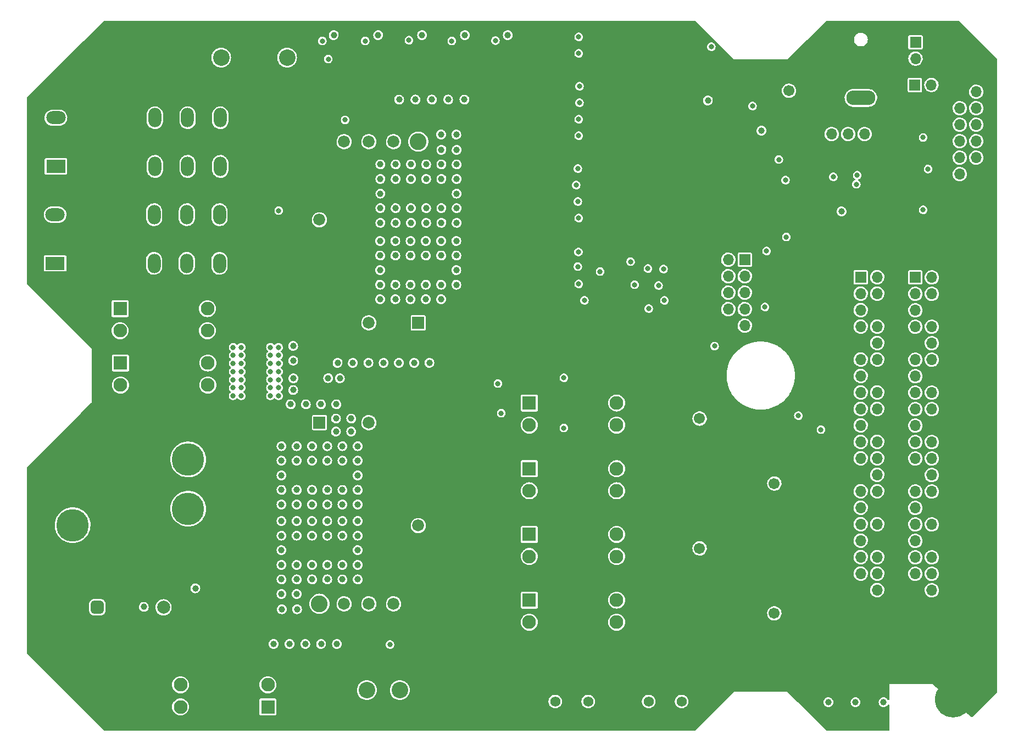
<source format=gbr>
%TF.GenerationSoftware,KiCad,Pcbnew,(6.0.10)*%
%TF.CreationDate,2023-02-22T22:59:33-05:00*%
%TF.ProjectId,System Management Board,53797374-656d-4204-9d61-6e6167656d65,rev?*%
%TF.SameCoordinates,Original*%
%TF.FileFunction,Copper,L2,Inr*%
%TF.FilePolarity,Positive*%
%FSLAX46Y46*%
G04 Gerber Fmt 4.6, Leading zero omitted, Abs format (unit mm)*
G04 Created by KiCad (PCBNEW (6.0.10)) date 2023-02-22 22:59:33*
%MOMM*%
%LPD*%
G01*
G04 APERTURE LIST*
G04 Aperture macros list*
%AMRoundRect*
0 Rectangle with rounded corners*
0 $1 Rounding radius*
0 $2 $3 $4 $5 $6 $7 $8 $9 X,Y pos of 4 corners*
0 Add a 4 corners polygon primitive as box body*
4,1,4,$2,$3,$4,$5,$6,$7,$8,$9,$2,$3,0*
0 Add four circle primitives for the rounded corners*
1,1,$1+$1,$2,$3*
1,1,$1+$1,$4,$5*
1,1,$1+$1,$6,$7*
1,1,$1+$1,$8,$9*
0 Add four rect primitives between the rounded corners*
20,1,$1+$1,$2,$3,$4,$5,0*
20,1,$1+$1,$4,$5,$6,$7,0*
20,1,$1+$1,$6,$7,$8,$9,0*
20,1,$1+$1,$8,$9,$2,$3,0*%
G04 Aperture macros list end*
%TA.AperFunction,ComponentPad*%
%ADD10C,1.701800*%
%TD*%
%TA.AperFunction,ComponentPad*%
%ADD11R,2.108200X2.108200*%
%TD*%
%TA.AperFunction,ComponentPad*%
%ADD12C,2.108200*%
%TD*%
%TA.AperFunction,ComponentPad*%
%ADD13R,1.700000X1.700000*%
%TD*%
%TA.AperFunction,ComponentPad*%
%ADD14O,1.700000X1.700000*%
%TD*%
%TA.AperFunction,ComponentPad*%
%ADD15O,4.500000X2.250000*%
%TD*%
%TA.AperFunction,ComponentPad*%
%ADD16O,4.000000X2.000000*%
%TD*%
%TA.AperFunction,ComponentPad*%
%ADD17O,2.000000X4.000000*%
%TD*%
%TA.AperFunction,ComponentPad*%
%ADD18C,5.000000*%
%TD*%
%TA.AperFunction,ComponentPad*%
%ADD19RoundRect,0.500000X-0.500000X0.500000X-0.500000X-0.500000X0.500000X-0.500000X0.500000X0.500000X0*%
%TD*%
%TA.AperFunction,ComponentPad*%
%ADD20C,2.000000*%
%TD*%
%TA.AperFunction,ComponentPad*%
%ADD21O,2.000000X3.000000*%
%TD*%
%TA.AperFunction,ComponentPad*%
%ADD22R,3.000000X2.000000*%
%TD*%
%TA.AperFunction,ComponentPad*%
%ADD23O,3.000000X2.000000*%
%TD*%
%TA.AperFunction,ComponentPad*%
%ADD24C,1.574800*%
%TD*%
%TA.AperFunction,ComponentPad*%
%ADD25C,5.600000*%
%TD*%
%TA.AperFunction,ComponentPad*%
%ADD26C,2.540000*%
%TD*%
%TA.AperFunction,ComponentPad*%
%ADD27R,1.830000X1.830000*%
%TD*%
%TA.AperFunction,ComponentPad*%
%ADD28C,1.830000*%
%TD*%
%TA.AperFunction,ComponentPad*%
%ADD29C,2.590000*%
%TD*%
%TA.AperFunction,ViaPad*%
%ADD30C,1.000000*%
%TD*%
%TA.AperFunction,ViaPad*%
%ADD31C,0.800000*%
%TD*%
G04 APERTURE END LIST*
D10*
%TO.N,GND*%
%TO.C,J9*%
X185658698Y-117012299D03*
%TO.N,/15V Aux PWR OUT PROT*%
X189158701Y-117012299D03*
%TD*%
D11*
%TO.N,/48V PWR*%
%TO.C,F9*%
X151395000Y-135000000D03*
D12*
X151395000Y-138403600D03*
%TO.N,/48V Aux PWR OUT PROT*%
X164857000Y-138403600D03*
X164857000Y-135000000D03*
%TD*%
D11*
%TO.N,/V_batt+ PROT SW*%
%TO.C,F3*%
X88395000Y-98424999D03*
D12*
X88395000Y-101828599D03*
%TO.N,/LIGHT BANK B PROT*%
X101857000Y-101828599D03*
X101857000Y-98424999D03*
%TD*%
D13*
%TO.N,/JET_P1*%
%TO.C,J11*%
X202468300Y-85196001D03*
D14*
%TO.N,/JET_P2*%
X205008300Y-85196001D03*
%TO.N,/JET_P3*%
X202468300Y-87736001D03*
%TO.N,/JET_P4*%
X205008300Y-87736001D03*
%TO.N,/JET_P5*%
X202468300Y-90276001D03*
%TO.N,GND*%
X205008300Y-90276001D03*
%TO.N,/JET_P7*%
X202468300Y-92816001D03*
%TO.N,/Jet_UART1_Tx*%
X205008300Y-92816001D03*
%TO.N,GND*%
X202468300Y-95356001D03*
%TO.N,/Jet_UART1_Rx*%
X205008300Y-95356001D03*
%TO.N,/JET_P11*%
X202468300Y-97896001D03*
%TO.N,/JET_P12*%
X205008300Y-97896001D03*
%TO.N,/PICO OUT BIT 1*%
X202468300Y-100436001D03*
%TO.N,GND*%
X205008300Y-100436001D03*
%TO.N,/PICO OUT BIT 0*%
X202468300Y-102976001D03*
%TO.N,/PICO IN BIT 0*%
X205008300Y-102976001D03*
%TO.N,/JET_P17*%
X202468300Y-105516001D03*
%TO.N,/PICO OUT BIT 2*%
X205008300Y-105516001D03*
%TO.N,/JET_P19*%
X202468300Y-108056001D03*
%TO.N,GND*%
X205008300Y-108056001D03*
%TO.N,/JET_P21*%
X202468300Y-110596001D03*
%TO.N,/PICO IN BIT 2*%
X205008300Y-110596001D03*
%TO.N,/JET_P23*%
X202468300Y-113136001D03*
%TO.N,/JET_P24*%
X205008300Y-113136001D03*
%TO.N,GND*%
X202468300Y-115676001D03*
%TO.N,/JET_P26*%
X205008300Y-115676001D03*
%TO.N,/JET_P27*%
X202468300Y-118216001D03*
%TO.N,/JET_P28*%
X205008300Y-118216001D03*
%TO.N,/JET_P29*%
X202468300Y-120756001D03*
%TO.N,GND*%
X205008300Y-120756001D03*
%TO.N,/JET_P31*%
X202468300Y-123296001D03*
%TO.N,/PICO IN BIT 1*%
X205008300Y-123296001D03*
%TO.N,/JET_P33*%
X202468300Y-125836001D03*
%TO.N,GND*%
X205008300Y-125836001D03*
%TO.N,/JET_P35*%
X202468300Y-128376001D03*
%TO.N,/JET_P36*%
X205008300Y-128376001D03*
%TO.N,/JET_P37*%
X202468300Y-130916001D03*
%TO.N,/JET_P38*%
X205008300Y-130916001D03*
%TO.N,GND*%
X202468300Y-133456001D03*
%TO.N,/JET_P40*%
X205008300Y-133456001D03*
%TD*%
D10*
%TO.N,GND*%
%TO.C,J10*%
X187907998Y-56436000D03*
%TO.N,Net-(J10-Pad2)*%
X191408001Y-56436000D03*
%TD*%
D11*
%TO.N,/15v PWR*%
%TO.C,F8*%
X151395000Y-114730000D03*
D12*
X151395000Y-118133600D03*
%TO.N,/15V Aux PWR OUT PROT*%
X164857000Y-118133600D03*
X164857000Y-114730000D03*
%TD*%
D10*
%TO.N,GND*%
%TO.C,J5*%
X174143498Y-107000799D03*
%TO.N,/COMP PWR OUT PROT*%
X177643501Y-107000799D03*
%TD*%
D13*
%TO.N,Net-(J6-Pad10)*%
%TO.C,JP2*%
X210828900Y-55546800D03*
D14*
%TO.N,Net-(J6-Pad9)*%
X213368900Y-55546800D03*
%TD*%
D15*
%TO.N,/COMP PWR OUT PROT*%
%TO.C,J4*%
X202496800Y-57542400D03*
D16*
%TO.N,GND*%
X202496800Y-51542400D03*
D17*
X197996800Y-50542400D03*
X206996800Y-50542400D03*
%TD*%
D11*
%TO.N,/48V PWR*%
%TO.C,F5*%
X151395000Y-124865000D03*
D12*
X151395000Y-128268600D03*
%TO.N,/SWITCH PWR OUT PROT*%
X164857000Y-128268600D03*
X164857000Y-124865000D03*
%TD*%
D13*
%TO.N,/JET_P1*%
%TO.C,J7*%
X210886800Y-85221800D03*
D14*
%TO.N,/JET_P2*%
X213426800Y-85221800D03*
%TO.N,/JET_P3*%
X210886800Y-87761800D03*
%TO.N,/JET_P4*%
X213426800Y-87761800D03*
%TO.N,/JET_P5*%
X210886800Y-90301800D03*
%TO.N,GND*%
X213426800Y-90301800D03*
%TO.N,/JET_P7*%
X210886800Y-92841800D03*
%TO.N,/Jet_UART1_Tx*%
X213426800Y-92841800D03*
%TO.N,GND*%
X210886800Y-95381800D03*
%TO.N,/Jet_UART1_Rx*%
X213426800Y-95381800D03*
%TO.N,/JET_P11*%
X210886800Y-97921800D03*
%TO.N,/JET_P12*%
X213426800Y-97921800D03*
%TO.N,/PICO OUT BIT 1*%
X210886800Y-100461800D03*
%TO.N,GND*%
X213426800Y-100461800D03*
%TO.N,/PICO OUT BIT 0*%
X210886800Y-103001800D03*
%TO.N,/PICO IN BIT 0*%
X213426800Y-103001800D03*
%TO.N,/JET_P17*%
X210886800Y-105541800D03*
%TO.N,/PICO OUT BIT 2*%
X213426800Y-105541800D03*
%TO.N,/JET_P19*%
X210886800Y-108081800D03*
%TO.N,GND*%
X213426800Y-108081800D03*
%TO.N,/JET_P21*%
X210886800Y-110621800D03*
%TO.N,/PICO IN BIT 2*%
X213426800Y-110621800D03*
%TO.N,/JET_P23*%
X210886800Y-113161800D03*
%TO.N,/JET_P24*%
X213426800Y-113161800D03*
%TO.N,GND*%
X210886800Y-115701800D03*
%TO.N,/JET_P26*%
X213426800Y-115701800D03*
%TO.N,/JET_P27*%
X210886800Y-118241800D03*
%TO.N,/JET_P28*%
X213426800Y-118241800D03*
%TO.N,/JET_P29*%
X210886800Y-120781800D03*
%TO.N,GND*%
X213426800Y-120781800D03*
%TO.N,/JET_P31*%
X210886800Y-123321800D03*
%TO.N,/PICO IN BIT 1*%
X213426800Y-123321800D03*
%TO.N,/JET_P33*%
X210886800Y-125861800D03*
%TO.N,GND*%
X213426800Y-125861800D03*
%TO.N,/JET_P35*%
X210886800Y-128401800D03*
%TO.N,/JET_P36*%
X213426800Y-128401800D03*
%TO.N,/JET_P37*%
X210886800Y-130941800D03*
%TO.N,/JET_P38*%
X213426800Y-130941800D03*
%TO.N,GND*%
X210886800Y-133481800D03*
%TO.N,/JET_P40*%
X213426800Y-133481800D03*
%TD*%
D18*
%TO.N,/V_batt+ PROT*%
%TO.C,K1*%
X81015000Y-123440000D03*
%TO.N,unconnected-(K1-Pad12)*%
X98815000Y-113300000D03*
%TO.N,/V_batt+ PROT SW*%
X98815000Y-120900000D03*
D19*
%TO.N,Net-(D4-Pad2)*%
X84815000Y-136100000D03*
D20*
%TO.N,/5V Relay PWR*%
X95015000Y-136100000D03*
%TD*%
D21*
%TO.N,/LIGHT BANK B PROT*%
%TO.C,K3*%
X98735000Y-68105000D03*
X98735000Y-60605000D03*
%TO.N,unconnected-(K3-Pad12)*%
X93695000Y-60605000D03*
X93695000Y-68105000D03*
%TO.N,/LIGHT BANK B PROT SW*%
X103775000Y-68105000D03*
X103775000Y-60605000D03*
D22*
%TO.N,Net-(D6-Pad2)*%
X78435000Y-68105000D03*
D23*
%TO.N,/5V Relay PWR*%
X78435000Y-60605000D03*
%TD*%
D21*
%TO.N,/LIGHT BANK A PROT*%
%TO.C,K2*%
X98615000Y-75550000D03*
X98615000Y-83050000D03*
%TO.N,unconnected-(K2-Pad12)*%
X93575000Y-83050000D03*
X93575000Y-75550000D03*
%TO.N,/LIGHT BANK A PROT SW*%
X103655000Y-83050000D03*
X103655000Y-75550000D03*
D22*
%TO.N,Net-(D5-Pad2)*%
X78315000Y-83050000D03*
D23*
%TO.N,/5V Relay PWR*%
X78315000Y-75550000D03*
%TD*%
D11*
%TO.N,/15v PWR*%
%TO.C,F4*%
X151395000Y-104595000D03*
D12*
X151395000Y-107998600D03*
%TO.N,/COMP PWR OUT PROT*%
X164857000Y-107998600D03*
X164857000Y-104595000D03*
%TD*%
D13*
%TO.N,Net-(J6-Pad5)*%
%TO.C,JP1*%
X210918800Y-48942800D03*
D14*
%TO.N,Net-(J6-Pad6)*%
X210918800Y-51482800D03*
%TD*%
D24*
%TO.N,Net-(RL1-PadC1)*%
%TO.C,U2*%
X174870000Y-150635000D03*
%TO.N,GND*%
X172330000Y-150635000D03*
%TO.N,/5V Relay PWR*%
X169790000Y-150635000D03*
%TD*%
D10*
%TO.N,GND*%
%TO.C,J3*%
X174143498Y-127023799D03*
%TO.N,/SWITCH PWR OUT PROT*%
X177643501Y-127023799D03*
%TD*%
D25*
%TO.N,GND*%
%TO.C,H2*%
X216725000Y-50350000D03*
%TD*%
D24*
%TO.N,Net-(RL1-PadC1)*%
%TO.C,U3*%
X160470000Y-150635000D03*
%TO.N,GND*%
X157930000Y-150635000D03*
%TO.N,/5V Logic PWR*%
X155390000Y-150635000D03*
%TD*%
D10*
%TO.N,GND*%
%TO.C,J8*%
X185658698Y-137035301D03*
%TO.N,/48V Aux PWR OUT PROT*%
X189158701Y-137035301D03*
%TD*%
D26*
%TO.N,GND*%
%TO.C,J1*%
X141595000Y-148875000D03*
X136515000Y-148875000D03*
%TO.N,/V_batt+*%
X131435000Y-148875000D03*
X126355000Y-148875000D03*
%TD*%
D13*
%TO.N,GND*%
%TO.C,J6*%
X220275800Y-69296000D03*
D14*
%TO.N,JET_RECOV*%
X217735800Y-69296000D03*
%TO.N,JET_RST*%
X220275800Y-66756000D03*
%TO.N,/JET_ON*%
X217735800Y-66756000D03*
%TO.N,Net-(J6-Pad5)*%
X220275800Y-64216000D03*
%TO.N,Net-(J6-Pad6)*%
X217735800Y-64216000D03*
%TO.N,CVB_STBY*%
X220275800Y-61676000D03*
%TO.N,SYSTEM_OC*%
X217735800Y-61676000D03*
%TO.N,Net-(J6-Pad9)*%
X220275800Y-59136000D03*
%TO.N,Net-(J6-Pad10)*%
X217735800Y-59136000D03*
%TO.N,unconnected-(J6-Pad11)*%
X220275800Y-56596000D03*
%TO.N,GND*%
X217735800Y-56596000D03*
%TD*%
D25*
%TO.N,GND*%
%TO.C,H4*%
X216725000Y-150350000D03*
%TD*%
%TO.N,GND*%
%TO.C,H1*%
X86725000Y-50350000D03*
%TD*%
%TO.N,GND*%
%TO.C,H3*%
X86725000Y-150350000D03*
%TD*%
D11*
%TO.N,/V_batt+ PROT SW*%
%TO.C,F2*%
X88325000Y-90045000D03*
D12*
X88325000Y-93448600D03*
%TO.N,/LIGHT BANK A PROT*%
X101787000Y-93448600D03*
X101787000Y-90045000D03*
%TD*%
D13*
%TO.N,GND*%
%TO.C,J13*%
X205613000Y-63119000D03*
D14*
%TO.N,/Aux_SW*%
X203073000Y-63119000D03*
%TO.N,Net-(F10-Pad2)*%
X200533000Y-63119000D03*
%TO.N,/Ext_Relay_LOW_SIDE*%
X197993000Y-63119000D03*
%TD*%
D11*
%TO.N,/V_batt+*%
%TO.C,F1*%
X111105000Y-151461667D03*
D12*
X111105000Y-148058067D03*
%TO.N,/V_batt+ PROT*%
X97643000Y-148058067D03*
X97643000Y-151461667D03*
%TD*%
D13*
%TO.N,/5V Logic PWR*%
%TO.C,J12*%
X184609000Y-82501000D03*
D14*
%TO.N,/PICO 3V3*%
X182069000Y-82501000D03*
%TO.N,/Pico LED A*%
X184609000Y-85041000D03*
%TO.N,/Pico LED B*%
X182069000Y-85041000D03*
%TO.N,/Aux_ADC_IN*%
X184609000Y-87581000D03*
%TO.N,/Pico UART0 Rx*%
X182069000Y-87581000D03*
%TO.N,/Pico UART0 Tx*%
X184609000Y-90121000D03*
%TO.N,/Jet_UART1_Tx*%
X182069000Y-90121000D03*
%TO.N,/Jet_UART1_Rx*%
X184609000Y-92661000D03*
%TO.N,GND*%
X182069000Y-92661000D03*
%TD*%
D26*
%TO.N,/LIGHT BANK A PROT SW*%
%TO.C,J2*%
X114070000Y-51325000D03*
%TO.N,GND*%
X108990000Y-51325000D03*
%TO.N,/LIGHT BANK B PROT SW*%
X103910000Y-51325000D03*
%TO.N,GND*%
X98830000Y-51325000D03*
%TD*%
D27*
%TO.N,/CPS_IN_PROT*%
%TO.C,PS1*%
X134285000Y-92225000D03*
D28*
%TO.N,/~{COMP PWR EN}*%
X126665000Y-92225000D03*
%TO.N,GND*%
X119045000Y-92225000D03*
D29*
X119045000Y-64285000D03*
D28*
%TO.N,unconnected-(PS1-Pad5)*%
X122855000Y-64285000D03*
%TO.N,Net-(PS1-Pad6)*%
X126665000Y-64285000D03*
%TO.N,/15v PWR*%
X130475000Y-64285000D03*
D29*
X134285000Y-64285000D03*
D28*
%TO.N,GND*%
X119045000Y-80155000D03*
%TO.N,/COMP PWR CM*%
X119045000Y-76345000D03*
%TD*%
D27*
%TO.N,/PSPS_IN_PROT*%
%TO.C,PS2*%
X119055000Y-107625000D03*
D28*
%TO.N,/~{SWITCH PWR EN}*%
X126675000Y-107625000D03*
%TO.N,GND*%
X134295000Y-107625000D03*
D29*
X134295000Y-135565000D03*
D28*
%TO.N,unconnected-(PS2-Pad5)*%
X130485000Y-135565000D03*
%TO.N,Net-(PS2-Pad6)*%
X126675000Y-135565000D03*
%TO.N,/48V PWR*%
X122865000Y-135565000D03*
D29*
X119055000Y-135565000D03*
D28*
%TO.N,GND*%
X134295000Y-119695000D03*
%TO.N,/POE SW PWR CM*%
X134295000Y-123505000D03*
%TD*%
D30*
%TO.N,GND*%
X90551000Y-138176000D03*
X90678000Y-131191000D03*
X172847000Y-100838000D03*
X165989000Y-100838000D03*
X157988000Y-120142000D03*
X157861000Y-115189000D03*
X179705000Y-113030000D03*
X173736000Y-113030000D03*
X190754000Y-112903000D03*
X185547000Y-112903000D03*
X167259000Y-112903000D03*
X177292000Y-131699000D03*
X171323000Y-131699000D03*
X158623000Y-131572000D03*
X188341000Y-131572000D03*
X183134000Y-131572000D03*
X164846000Y-131572000D03*
D31*
%TO.N,/V_batt+ PROT SW*%
X147066000Y-106172000D03*
X156718000Y-108458000D03*
X196342000Y-108712000D03*
D30*
%TO.N,GND*%
X199771000Y-65024000D03*
X190754000Y-94488000D03*
X194818000Y-94615000D03*
X185928000Y-70231000D03*
X185928000Y-66548000D03*
X178435000Y-61976000D03*
D31*
X162814000Y-88646000D03*
%TO.N,/JET_ON*%
X156718000Y-100711000D03*
%TO.N,/PICO IN BIT 1*%
X158972250Y-81311750D03*
%TO.N,/PICO IN BIT 2*%
X158877000Y-83566000D03*
%TO.N,/PICO OUT BIT 2*%
X162306000Y-84328000D03*
%TO.N,/PICO OUT BIT 0*%
X159004000Y-86233000D03*
%TO.N,/PICO IN BIT 0*%
X158623000Y-70993000D03*
%TO.N,/PICO OUT BIT 1*%
X167640000Y-86360000D03*
%TO.N,/POE SW PWR CM*%
X158877000Y-68453000D03*
%TO.N,/LIGHT BANK B PROT SW*%
X185801000Y-58801000D03*
X179451000Y-49657000D03*
X187706000Y-89789000D03*
%TO.N,/LIGHT BANK A PROT SW*%
X169799000Y-90043000D03*
%TO.N,/COMP PWR CM*%
X112776000Y-74930000D03*
X159004000Y-63373000D03*
%TO.N,/Light B Relay EN*%
X159004000Y-60833000D03*
X119507000Y-48768000D03*
%TO.N,/Light A Relay EN*%
X126111000Y-48768000D03*
X159131000Y-58293000D03*
%TO.N,/Main Relay EN*%
X132842000Y-48641000D03*
X159131000Y-55753000D03*
%TO.N,/COMP PWR EN*%
X139446000Y-48768000D03*
X159004000Y-50673000D03*
%TO.N,/Light B Relay EN*%
X120412609Y-51555142D03*
%TO.N,/SWITCH PWR EN*%
X159004000Y-48133000D03*
X146177000Y-48700297D03*
%TO.N,/V_batt+ PROT*%
X187960000Y-81153000D03*
X189865000Y-67056000D03*
%TO.N,/MUX_S0*%
X172212000Y-88773000D03*
%TO.N,/MUX_S2*%
X172085000Y-83947000D03*
%TO.N,/MUX_S1*%
X171323000Y-86487000D03*
%TO.N,/MUX_S0*%
X201803000Y-70866000D03*
%TO.N,/MUX_S1*%
X198247000Y-69723000D03*
%TO.N,/MUX_S2*%
X201930000Y-69469000D03*
D30*
%TO.N,GND*%
X158496000Y-143129000D03*
X164719000Y-143129000D03*
X171196000Y-143256000D03*
X177165000Y-143256000D03*
X183007000Y-143129000D03*
X188214000Y-143129000D03*
X193802000Y-143129000D03*
X217678000Y-140081000D03*
X213614000Y-139954000D03*
X209677000Y-139954000D03*
X217805000Y-137033000D03*
X213614000Y-137033000D03*
X209677000Y-137033000D03*
X203327000Y-153670000D03*
X198120000Y-153670000D03*
D31*
X211328000Y-145923000D03*
%TO.N,/Aux_SW*%
X159893000Y-88773000D03*
X179956400Y-95817514D03*
D30*
%TO.N,GND*%
X136080000Y-103088000D03*
X140780000Y-103088000D03*
X136080000Y-100838000D03*
X138430000Y-103088000D03*
X140780000Y-100838000D03*
X138430000Y-100838000D03*
D31*
X146558000Y-99949000D03*
X146558000Y-92710000D03*
%TO.N,/TEMP_SENSE_1*%
X146558000Y-101600000D03*
%TO.N,Net-(JP4-Pad2)*%
X159004000Y-76073000D03*
%TO.N,Net-(JP3-Pad2)*%
X158877000Y-73533000D03*
%TO.N,/Jet_UART1_Rx*%
X169669400Y-83863271D03*
%TO.N,/Jet_UART1_Tx*%
X167005000Y-82804000D03*
%TO.N,/Light_B_Vout MES_ADC*%
X212090000Y-74803000D03*
%TO.N,/POE_SW_Vout MES_ADC*%
X190881000Y-70231000D03*
X191008000Y-78994000D03*
D30*
%TO.N,/PICO 3V3*%
X199517000Y-75057000D03*
%TO.N,/15v PWR*%
X140200000Y-67800000D03*
X135500000Y-67800000D03*
X128450000Y-76800000D03*
X137850000Y-70050000D03*
X137800000Y-63200000D03*
X135500000Y-76800000D03*
X140200000Y-76800000D03*
X130800000Y-70050000D03*
X140200000Y-72300000D03*
X141400000Y-57800000D03*
X128450000Y-72300000D03*
X130800000Y-76800000D03*
X136367332Y-57800000D03*
X140150000Y-63200000D03*
X140200000Y-70050000D03*
X135500000Y-70050000D03*
X130800000Y-67800000D03*
X137850000Y-67800000D03*
X128450000Y-70050000D03*
X128450000Y-67800000D03*
X140200000Y-74550000D03*
X137850000Y-65550000D03*
X138883665Y-57800000D03*
X133850999Y-57800000D03*
X131334666Y-57800000D03*
X140200000Y-65550000D03*
X133150000Y-74550000D03*
X130800000Y-74550000D03*
X137850000Y-74550000D03*
X133150000Y-76800000D03*
X133150000Y-70050000D03*
X133150000Y-67800000D03*
X135500000Y-74550000D03*
X128450000Y-74550000D03*
X137850000Y-76800000D03*
%TO.N,/48V PWR*%
X122600000Y-131800000D03*
X124950000Y-127300000D03*
X113200000Y-134050000D03*
X116874726Y-141768000D03*
X121749452Y-141768000D03*
X122600000Y-129550000D03*
X122600000Y-122800000D03*
X120250000Y-125050000D03*
X113200000Y-125050000D03*
X112000000Y-141768000D03*
X124950000Y-122800000D03*
X114437363Y-141768000D03*
X115600000Y-136400000D03*
X113200000Y-131800000D03*
X119312089Y-141768000D03*
X113200000Y-127300000D03*
X117900000Y-129550000D03*
X113250000Y-136400000D03*
X115550000Y-125050000D03*
X115550000Y-131800000D03*
X124950000Y-125050000D03*
X115550000Y-122800000D03*
X115550000Y-134050000D03*
X115550000Y-129550000D03*
X122600000Y-125050000D03*
X117900000Y-122800000D03*
X124950000Y-129550000D03*
X113200000Y-122800000D03*
X117900000Y-125050000D03*
X120250000Y-129550000D03*
X120250000Y-131800000D03*
X117900000Y-131800000D03*
X124950000Y-131800000D03*
X113200000Y-129550000D03*
X120250000Y-122800000D03*
%TO.N,/V_batt+ PROT*%
X201676000Y-150749000D03*
X205994000Y-150749000D03*
X197485000Y-150749000D03*
D31*
%TO.N,/V_batt+ PROT SW*%
X105750000Y-102250000D03*
X111500000Y-101000000D03*
X107000000Y-102250000D03*
X105750000Y-98500000D03*
X112750000Y-98500000D03*
X111500000Y-98500000D03*
X107000000Y-98500000D03*
X105750000Y-99750000D03*
X111500000Y-97250000D03*
X112750000Y-103500000D03*
X112750000Y-102250000D03*
X112750000Y-96000000D03*
X112750000Y-97250000D03*
X105750000Y-101000000D03*
X107000000Y-97250000D03*
X107000000Y-99750000D03*
X112750000Y-99750000D03*
X111500000Y-103500000D03*
X111500000Y-102250000D03*
X111500000Y-96000000D03*
X112750000Y-101000000D03*
X105750000Y-96000000D03*
X107000000Y-96000000D03*
X111500000Y-99750000D03*
X107000000Y-103500000D03*
X107000000Y-101000000D03*
X105750000Y-97250000D03*
X105750000Y-103500000D03*
D30*
%TO.N,/~{COMP PWR EN}*%
X141478000Y-47854600D03*
D31*
%TO.N,Net-(PS1-Pad6)*%
X123012200Y-60934600D03*
D30*
%TO.N,/~{SWITCH PWR EN}*%
X148082000Y-47854600D03*
D31*
%TO.N,Net-(PS2-Pad6)*%
X129921000Y-141859000D03*
D30*
%TO.N,/CPS_IN_PROT*%
X140150000Y-79600000D03*
X133650000Y-98400000D03*
X137800000Y-88600000D03*
X133100000Y-81850000D03*
X135450000Y-81850000D03*
X130750000Y-88600000D03*
X128950000Y-98400000D03*
X135450000Y-86350000D03*
X133100000Y-79600000D03*
X130750000Y-81850000D03*
X133100000Y-88600000D03*
X136000000Y-98400000D03*
X137800000Y-81850000D03*
X130750000Y-86350000D03*
X115000000Y-95800000D03*
X140150000Y-86350000D03*
X130750000Y-79600000D03*
X140150000Y-81850000D03*
X124200000Y-98400000D03*
X128400000Y-81850000D03*
X135450000Y-79600000D03*
X128400000Y-79600000D03*
X131300000Y-98400000D03*
X126600000Y-98400000D03*
X137800000Y-86350000D03*
X137800000Y-79600000D03*
X115000000Y-98050000D03*
X128400000Y-84100000D03*
X140150000Y-84100000D03*
X128400000Y-86350000D03*
X135450000Y-88600000D03*
X121850000Y-98400000D03*
X128400000Y-88600000D03*
X133100000Y-86350000D03*
%TO.N,/PSPS_IN_PROT*%
X121650000Y-104800000D03*
X124950000Y-113500000D03*
X124950000Y-115750000D03*
X123950000Y-107000000D03*
X121600000Y-107000000D03*
X114600000Y-104800000D03*
X120250000Y-120250000D03*
X124950000Y-111250000D03*
X113200000Y-113500000D03*
X122200000Y-100800000D03*
X124950000Y-118000000D03*
X117900000Y-118000000D03*
X120250000Y-118000000D03*
X123950000Y-109000000D03*
X122600000Y-113500000D03*
X115550000Y-118000000D03*
X121600000Y-109000000D03*
X122600000Y-111250000D03*
X115050000Y-100800000D03*
X116950000Y-104800000D03*
X113200000Y-118000000D03*
X117900000Y-111250000D03*
X124950000Y-120250000D03*
X119300000Y-104800000D03*
X113200000Y-115750000D03*
X113200000Y-111250000D03*
X120250000Y-111250000D03*
X113200000Y-120250000D03*
X117900000Y-120250000D03*
X117900000Y-113500000D03*
X115550000Y-120250000D03*
X115550000Y-113500000D03*
X115550000Y-111250000D03*
X122600000Y-120250000D03*
X122600000Y-118000000D03*
X115000000Y-102600000D03*
X120400000Y-100750000D03*
X120250000Y-113500000D03*
%TO.N,Net-(D4-Pad2)*%
X91973400Y-136042400D03*
X99923600Y-133172200D03*
X134874000Y-47854600D03*
%TO.N,Net-(D5-Pad2)*%
X128111069Y-47854600D03*
%TO.N,Net-(D6-Pad2)*%
X121257800Y-47854600D03*
%TO.N,GND*%
X133630400Y-100772400D03*
X138938000Y-134855000D03*
X138938000Y-115716000D03*
X116649000Y-63246000D03*
X186182000Y-76708000D03*
X143738600Y-134895200D03*
X144280400Y-146725200D03*
X81788000Y-115189000D03*
X126751178Y-141768000D03*
X158391200Y-91414931D03*
X116650000Y-65460000D03*
X76073000Y-115443000D03*
X138939000Y-129614000D03*
X117602000Y-46609000D03*
X103632000Y-131699000D03*
X126111000Y-74549000D03*
X110744000Y-118019000D03*
X136588000Y-115716000D03*
X137530400Y-152927000D03*
X138939000Y-137069000D03*
X126111000Y-67799000D03*
X127254000Y-125059000D03*
X144844000Y-88538000D03*
X81788000Y-109093000D03*
X110744000Y-113519000D03*
X136588000Y-127400000D03*
X104901000Y-134510000D03*
X199009000Y-79883000D03*
X110744000Y-111269000D03*
X181864000Y-130048000D03*
X144843000Y-76744000D03*
X149606000Y-83585000D03*
X116649000Y-81788000D03*
X128764961Y-51967400D03*
X116649000Y-67799000D03*
X126111000Y-70049000D03*
X129603000Y-111252000D03*
X142494000Y-81788000D03*
X123571000Y-58602000D03*
X121253250Y-58602000D03*
X121710312Y-51967400D03*
X131280400Y-103022400D03*
X123761000Y-67799000D03*
X142494000Y-79538000D03*
X172974000Y-91440000D03*
X106045000Y-122682000D03*
X150622000Y-64952000D03*
X126343494Y-51967400D03*
X149606000Y-81335000D03*
X136589000Y-131864000D03*
X136589000Y-139319000D03*
X103632000Y-120324000D03*
X110745000Y-122682000D03*
X131954000Y-129559000D03*
X126111000Y-81788000D03*
X149606000Y-69977000D03*
X158750000Y-66040000D03*
X144843000Y-69994000D03*
D31*
X196367400Y-110642400D03*
D30*
X107251000Y-134510000D03*
X135280400Y-144754600D03*
X143738600Y-139340200D03*
X114299000Y-63246000D03*
X129604000Y-131809000D03*
X127254000Y-131809000D03*
X114300000Y-72263000D03*
X106045000Y-131682000D03*
X121411000Y-86288000D03*
X145987000Y-62666000D03*
X134239000Y-113502000D03*
X118999000Y-70049000D03*
X134239000Y-129614000D03*
X142030400Y-144754600D03*
X130872903Y-51967400D03*
X142030400Y-152927000D03*
X144280400Y-152927000D03*
X126111000Y-86288000D03*
X114300000Y-61015000D03*
X126720600Y-137387600D03*
X123761000Y-86288000D03*
X148337000Y-58166000D03*
X147194000Y-79538000D03*
X185928000Y-72898000D03*
X116649000Y-88538000D03*
X148337000Y-64916000D03*
X142493000Y-69994000D03*
X147193000Y-67744000D03*
X158496000Y-53340000D03*
X139780400Y-144754600D03*
X136589000Y-125114000D03*
X123761000Y-81788000D03*
X134239000Y-127364000D03*
X121411000Y-76799000D03*
X142262304Y-51967400D03*
X110744000Y-120269000D03*
X144255000Y-151083400D03*
X144280400Y-144754600D03*
X103632000Y-127199000D03*
X126111000Y-84038000D03*
X110745000Y-129432000D03*
X143637000Y-60416000D03*
X148337000Y-62666000D03*
X128818333Y-57800000D03*
X126720600Y-139737600D03*
X138939000Y-118002000D03*
X141415000Y-137109200D03*
X172236400Y-78862269D03*
X134239000Y-111252000D03*
X102616000Y-136724000D03*
X129603000Y-118002000D03*
X116650000Y-84074000D03*
X102616000Y-138974000D03*
X127253000Y-118002000D03*
X146202400Y-134899400D03*
X127253000Y-113502000D03*
X136588000Y-134855000D03*
X114299000Y-74549000D03*
X108394000Y-111269000D03*
X134239000Y-139319000D03*
X116650000Y-72263000D03*
X137809058Y-51967400D03*
X121411000Y-74549000D03*
X126302000Y-57800000D03*
X149606000Y-74477000D03*
X137505000Y-151083400D03*
X121412000Y-79557000D03*
X104901000Y-136760000D03*
X109601000Y-136760000D03*
X126111000Y-88538000D03*
X142494000Y-88538000D03*
X135255000Y-151083400D03*
X118999000Y-72299000D03*
X118999000Y-60996000D03*
X114300000Y-84074000D03*
X136589000Y-118002000D03*
X118999000Y-84038000D03*
X110745000Y-124932000D03*
X131954000Y-125059000D03*
X142493000Y-74494000D03*
X144844000Y-79538000D03*
X133156974Y-51967400D03*
X137541000Y-46609000D03*
X138938000Y-127400000D03*
X109601000Y-141260000D03*
X184150000Y-130048000D03*
X114299000Y-70049000D03*
X144607759Y-51967400D03*
X209550000Y-59309000D03*
X116617750Y-58602000D03*
X104901000Y-141260000D03*
X142494000Y-72172000D03*
X149606000Y-67727000D03*
X147193000Y-69994000D03*
X106045000Y-129432000D03*
X204089000Y-71628000D03*
X198120000Y-125984000D03*
X146202400Y-141812400D03*
X103632000Y-124949000D03*
X131953000Y-111252000D03*
X141415000Y-139359200D03*
X108395000Y-129432000D03*
X114300000Y-58602000D03*
X198120000Y-123444000D03*
X139755000Y-151083400D03*
X126111000Y-72299000D03*
X195580000Y-123444000D03*
X172720000Y-53340000D03*
X141414000Y-134895200D03*
X127254000Y-127309000D03*
X143637000Y-62666000D03*
X131954000Y-122809000D03*
X145987000Y-64916000D03*
X139780400Y-146725200D03*
X139780400Y-152927000D03*
X129603000Y-120252000D03*
X142494000Y-84038000D03*
X106044000Y-113519000D03*
X110744000Y-127254000D03*
X135280400Y-152927000D03*
X134239000Y-115752000D03*
X123761000Y-79538000D03*
X102616000Y-141224000D03*
X116649000Y-60996000D03*
X147194000Y-86288000D03*
X143738600Y-141808200D03*
X194945000Y-63881000D03*
X150622000Y-62702000D03*
X144844000Y-81788000D03*
X108394000Y-113519000D03*
X127253000Y-115752000D03*
X118999000Y-67799000D03*
X172236400Y-66368988D03*
X123761000Y-74549000D03*
X114299000Y-81788000D03*
X131280400Y-100772400D03*
X131953000Y-113502000D03*
X130937000Y-46609000D03*
X131953000Y-118002000D03*
X143637000Y-58166000D03*
X136589000Y-111252000D03*
X197104000Y-67056000D03*
X119393320Y-51967400D03*
X106044000Y-120269000D03*
X135890000Y-141768000D03*
X129604000Y-125059000D03*
X138938000Y-139300000D03*
X149606000Y-79085000D03*
X103632000Y-118074000D03*
X114300000Y-65460000D03*
X144843000Y-67744000D03*
X108395000Y-122682000D03*
X106044000Y-118019000D03*
X143637000Y-64916000D03*
X146202400Y-139344400D03*
X145987000Y-58166000D03*
X147193000Y-76744000D03*
X118935500Y-58602000D03*
X126111000Y-76799000D03*
X129604000Y-129559000D03*
X127254000Y-129559000D03*
X144145000Y-46609000D03*
X134239000Y-131864000D03*
X142005000Y-151083400D03*
X198882000Y-84709000D03*
X107251000Y-141260000D03*
X110744000Y-115769000D03*
X116649000Y-86288000D03*
X118999000Y-86288000D03*
X116649000Y-70049000D03*
X103632000Y-129449000D03*
X114299000Y-86288000D03*
X123761000Y-88538000D03*
X121411000Y-88538000D03*
X124313815Y-141768000D03*
X127253000Y-120252000D03*
X131953000Y-120252000D03*
X149606000Y-72227000D03*
X144843000Y-74494000D03*
X131954000Y-131809000D03*
X138938000Y-131845000D03*
X165608000Y-94234000D03*
X123761000Y-70049000D03*
X158750000Y-78740000D03*
X204089000Y-70231000D03*
X103632000Y-115824000D03*
X114300000Y-67818000D03*
X140138188Y-51967400D03*
X114299000Y-88538000D03*
X126111000Y-79538000D03*
X108394000Y-118019000D03*
X127254000Y-122809000D03*
X126314200Y-60299600D03*
X106045000Y-124932000D03*
X103632000Y-122574000D03*
X133630400Y-103022400D03*
X192532000Y-123444000D03*
X128930400Y-100772400D03*
X136589000Y-129614000D03*
X116649000Y-74549000D03*
X137530400Y-144754600D03*
X135280400Y-146725200D03*
X146203400Y-137113400D03*
X150622000Y-60452000D03*
X108394000Y-120269000D03*
X214503000Y-59436000D03*
X186436000Y-130048000D03*
X143739600Y-137109200D03*
X142494000Y-86288000D03*
X144844000Y-86288000D03*
X107251000Y-136760000D03*
X129603000Y-113502000D03*
X141326630Y-141808200D03*
X109601000Y-134510000D03*
X127253000Y-111252000D03*
X138939000Y-125114000D03*
X108395000Y-124932000D03*
X137530400Y-146725200D03*
X150622000Y-58202000D03*
X136589000Y-113502000D03*
X121411000Y-81788000D03*
X128930400Y-103022400D03*
X118999000Y-88538000D03*
X131826000Y-139319000D03*
X146923574Y-51967400D03*
X124028186Y-51967400D03*
X147193000Y-74494000D03*
X142030400Y-146725200D03*
X121411000Y-70049000D03*
X109601000Y-139010000D03*
X129604000Y-122809000D03*
X142493000Y-76744000D03*
X198882000Y-89535000D03*
X147194000Y-81788000D03*
X149606000Y-76835000D03*
X138939000Y-111252000D03*
X108395000Y-131682000D03*
X124079000Y-46609000D03*
X149606000Y-86233000D03*
X135481629Y-51967400D03*
X138939000Y-113502000D03*
X121412000Y-67818000D03*
X136589000Y-137069000D03*
X123761000Y-76799000D03*
%TO.N,/5V Logic PWR*%
X178917600Y-57937400D03*
D31*
%TO.N,Net-(J10-Pad2)*%
X192862200Y-106553000D03*
D30*
%TO.N,/PICO 3V3*%
X187170731Y-62586600D03*
D31*
%TO.N,/Light_B_Vout MES_ADC*%
X212090000Y-63636276D03*
%TO.N,/TEMP_SENSE_1*%
X212854600Y-68503800D03*
%TD*%
%TA.AperFunction,Conductor*%
%TO.N,GND*%
G36*
X176968846Y-45639640D02*
G01*
X176989820Y-45656543D01*
X182851871Y-51518593D01*
X182867541Y-51537685D01*
X182874849Y-51548622D01*
X182885162Y-51555513D01*
X182896099Y-51562821D01*
X182896098Y-51562822D01*
X182896122Y-51562837D01*
X182898195Y-51564223D01*
X182898196Y-51564222D01*
X182959032Y-51604872D01*
X182971201Y-51607293D01*
X182971202Y-51607293D01*
X183033259Y-51619637D01*
X183033264Y-51619638D01*
X183033267Y-51619638D01*
X183033275Y-51619639D01*
X183058333Y-51624623D01*
X183070505Y-51622202D01*
X183071224Y-51622059D01*
X183095804Y-51619638D01*
X191020857Y-51619638D01*
X191045436Y-51622059D01*
X191058333Y-51624624D01*
X191070504Y-51622203D01*
X191145464Y-51607293D01*
X191145465Y-51607292D01*
X191157634Y-51604872D01*
X191220567Y-51562822D01*
X191220570Y-51562819D01*
X191241817Y-51548622D01*
X191249125Y-51537685D01*
X191264793Y-51518596D01*
X191329625Y-51453764D01*
X209809948Y-51453764D01*
X209823224Y-51656322D01*
X209824645Y-51661918D01*
X209824646Y-51661923D01*
X209860254Y-51802126D01*
X209873192Y-51853069D01*
X209875609Y-51858312D01*
X209936807Y-51991061D01*
X209958177Y-52037416D01*
X209961510Y-52042132D01*
X210048010Y-52164527D01*
X210075333Y-52203189D01*
X210220738Y-52344835D01*
X210389520Y-52457612D01*
X210394823Y-52459890D01*
X210394826Y-52459892D01*
X210483507Y-52497992D01*
X210576028Y-52537742D01*
X210649044Y-52554264D01*
X210768379Y-52581267D01*
X210768384Y-52581268D01*
X210774016Y-52582542D01*
X210779787Y-52582769D01*
X210779789Y-52582769D01*
X210839556Y-52585117D01*
X210976853Y-52590512D01*
X211077299Y-52575948D01*
X211172031Y-52562213D01*
X211172036Y-52562212D01*
X211177745Y-52561384D01*
X211183209Y-52559529D01*
X211183214Y-52559528D01*
X211364493Y-52497992D01*
X211364498Y-52497990D01*
X211369965Y-52496134D01*
X211547076Y-52396947D01*
X211609734Y-52344835D01*
X211698713Y-52270831D01*
X211703145Y-52267145D01*
X211751387Y-52209141D01*
X211829253Y-52115518D01*
X211829255Y-52115515D01*
X211832947Y-52111076D01*
X211932134Y-51933965D01*
X211933990Y-51928498D01*
X211933992Y-51928493D01*
X211995528Y-51747214D01*
X211995529Y-51747209D01*
X211997384Y-51741745D01*
X211998212Y-51736036D01*
X211998213Y-51736031D01*
X212023036Y-51564824D01*
X212026512Y-51540853D01*
X212028032Y-51482800D01*
X212010309Y-51289916D01*
X212009987Y-51286413D01*
X212009986Y-51286410D01*
X212009458Y-51280659D01*
X212005278Y-51265837D01*
X211955925Y-51090846D01*
X211955924Y-51090844D01*
X211954357Y-51085287D01*
X211943778Y-51063833D01*
X211867131Y-50908409D01*
X211864576Y-50903228D01*
X211743120Y-50740579D01*
X211594058Y-50602787D01*
X211589175Y-50599706D01*
X211589171Y-50599703D01*
X211427264Y-50497548D01*
X211422381Y-50494467D01*
X211233839Y-50419246D01*
X211228179Y-50418120D01*
X211228175Y-50418119D01*
X211040413Y-50380771D01*
X211040410Y-50380771D01*
X211034746Y-50379644D01*
X211028971Y-50379568D01*
X211028967Y-50379568D01*
X210927593Y-50378241D01*
X210831771Y-50376987D01*
X210826074Y-50377966D01*
X210826073Y-50377966D01*
X210637407Y-50410385D01*
X210631710Y-50411364D01*
X210441263Y-50481624D01*
X210266810Y-50585412D01*
X210262470Y-50589218D01*
X210262466Y-50589221D01*
X210155895Y-50682682D01*
X210114192Y-50719255D01*
X209988520Y-50878669D01*
X209985831Y-50883780D01*
X209985829Y-50883783D01*
X209954578Y-50943181D01*
X209894003Y-51058315D01*
X209833807Y-51252178D01*
X209809948Y-51453764D01*
X191329625Y-51453764D01*
X194194524Y-48588865D01*
X194248386Y-48535003D01*
X201437224Y-48535003D01*
X201443506Y-48604037D01*
X201453895Y-48718188D01*
X201455966Y-48740950D01*
X201514354Y-48939334D01*
X201517211Y-48944799D01*
X201607308Y-49117139D01*
X201607311Y-49117143D01*
X201610163Y-49122599D01*
X201614023Y-49127399D01*
X201614023Y-49127400D01*
X201620071Y-49134922D01*
X201739743Y-49283765D01*
X201898160Y-49416692D01*
X202079378Y-49516318D01*
X202276496Y-49578847D01*
X202282613Y-49579533D01*
X202282617Y-49579534D01*
X202358637Y-49588061D01*
X202437440Y-49596900D01*
X202548834Y-49596900D01*
X202702611Y-49581822D01*
X202900583Y-49522051D01*
X202991879Y-49473508D01*
X203077733Y-49427859D01*
X203077736Y-49427857D01*
X203083175Y-49424965D01*
X203087945Y-49421074D01*
X203087949Y-49421072D01*
X203238657Y-49298158D01*
X203238660Y-49298155D01*
X203243432Y-49294263D01*
X203269275Y-49263024D01*
X203371322Y-49139671D01*
X203371325Y-49139666D01*
X203375250Y-49134922D01*
X203381913Y-49122599D01*
X203470678Y-48958432D01*
X203470680Y-48958427D01*
X203473608Y-48953012D01*
X203534760Y-48755463D01*
X203539107Y-48714104D01*
X203555732Y-48555926D01*
X203555732Y-48555924D01*
X203556376Y-48549797D01*
X203537634Y-48343850D01*
X203479246Y-48145466D01*
X203469120Y-48126096D01*
X203438608Y-48067733D01*
X209814300Y-48067733D01*
X209814301Y-49817866D01*
X209821412Y-49853618D01*
X209824796Y-49870631D01*
X209829066Y-49892101D01*
X209885316Y-49976284D01*
X209969499Y-50032534D01*
X210043733Y-50047300D01*
X210918658Y-50047300D01*
X211793866Y-50047299D01*
X211829618Y-50040188D01*
X211855926Y-50034956D01*
X211855928Y-50034955D01*
X211868101Y-50032534D01*
X211878421Y-50025639D01*
X211878422Y-50025638D01*
X211941968Y-49983177D01*
X211952284Y-49976284D01*
X212008534Y-49892101D01*
X212023300Y-49817867D01*
X212023299Y-48067734D01*
X212008534Y-47993499D01*
X211991270Y-47967661D01*
X211959177Y-47919632D01*
X211952284Y-47909316D01*
X211868101Y-47853066D01*
X211793867Y-47838300D01*
X210918942Y-47838300D01*
X210043734Y-47838301D01*
X210015086Y-47843999D01*
X209981674Y-47850644D01*
X209981672Y-47850645D01*
X209969499Y-47853066D01*
X209959179Y-47859961D01*
X209959178Y-47859962D01*
X209929604Y-47879723D01*
X209885316Y-47909316D01*
X209829066Y-47993499D01*
X209814300Y-48067733D01*
X203438608Y-48067733D01*
X203386292Y-47967661D01*
X203386289Y-47967657D01*
X203383437Y-47962201D01*
X203377889Y-47955300D01*
X203340917Y-47909316D01*
X203253857Y-47801035D01*
X203095440Y-47668108D01*
X202914222Y-47568482D01*
X202772814Y-47523625D01*
X202722977Y-47507816D01*
X202717104Y-47505953D01*
X202710987Y-47505267D01*
X202710983Y-47505266D01*
X202634963Y-47496739D01*
X202556160Y-47487900D01*
X202444766Y-47487900D01*
X202290989Y-47502978D01*
X202093017Y-47562749D01*
X202038736Y-47591611D01*
X201915867Y-47656941D01*
X201915864Y-47656943D01*
X201910425Y-47659835D01*
X201905655Y-47663726D01*
X201905651Y-47663728D01*
X201754943Y-47786642D01*
X201754940Y-47786645D01*
X201750168Y-47790537D01*
X201746241Y-47795284D01*
X201746239Y-47795286D01*
X201622278Y-47945129D01*
X201622275Y-47945134D01*
X201618350Y-47949878D01*
X201615420Y-47955297D01*
X201615418Y-47955300D01*
X201522922Y-48126368D01*
X201522920Y-48126373D01*
X201519992Y-48131788D01*
X201458840Y-48329337D01*
X201458196Y-48335462D01*
X201458196Y-48335463D01*
X201442525Y-48484571D01*
X201437224Y-48535003D01*
X194248386Y-48535003D01*
X197126845Y-45656543D01*
X197189157Y-45622517D01*
X197215940Y-45619638D01*
X217567392Y-45619638D01*
X217635513Y-45639640D01*
X217656487Y-45656543D01*
X223433595Y-51433650D01*
X223467621Y-51495962D01*
X223470500Y-51522745D01*
X223470500Y-149207531D01*
X223450498Y-149275652D01*
X223433595Y-149296626D01*
X219710701Y-153019519D01*
X219648389Y-153053545D01*
X219577573Y-153048480D01*
X219540686Y-153027006D01*
X215662382Y-149777617D01*
X213487000Y-147955000D01*
X206883000Y-147955000D01*
X206883000Y-150308402D01*
X206862998Y-150376523D01*
X206809342Y-150423016D01*
X206739068Y-150433120D01*
X206674488Y-150403626D01*
X206650146Y-150375172D01*
X206592771Y-150283353D01*
X206589038Y-150277379D01*
X206541603Y-150229611D01*
X206474726Y-150162266D01*
X206469764Y-150157269D01*
X206463145Y-150153068D01*
X206393613Y-150108942D01*
X206326844Y-150066569D01*
X206262095Y-150043513D01*
X206174016Y-150012149D01*
X206174011Y-150012148D01*
X206167381Y-150009787D01*
X206160395Y-150008954D01*
X206160391Y-150008953D01*
X206041287Y-149994751D01*
X205999301Y-149989745D01*
X205992298Y-149990481D01*
X205992297Y-149990481D01*
X205837965Y-150006701D01*
X205837961Y-150006702D01*
X205830957Y-150007438D01*
X205824286Y-150009709D01*
X205677387Y-150059717D01*
X205677384Y-150059718D01*
X205670717Y-150061988D01*
X205664719Y-150065678D01*
X205664717Y-150065679D01*
X205532543Y-150146993D01*
X205532541Y-150146995D01*
X205526544Y-150150684D01*
X205405605Y-150269117D01*
X205401794Y-150275031D01*
X205401792Y-150275033D01*
X205348254Y-150358107D01*
X205313909Y-150411400D01*
X205306004Y-150433120D01*
X205258425Y-150563840D01*
X205258424Y-150563845D01*
X205256015Y-150570463D01*
X205234800Y-150738399D01*
X205251318Y-150906862D01*
X205304748Y-151067479D01*
X205308397Y-151073504D01*
X205380020Y-151191767D01*
X205392435Y-151212267D01*
X205397326Y-151217332D01*
X205397327Y-151217333D01*
X205417759Y-151238491D01*
X205510021Y-151334031D01*
X205651660Y-151426717D01*
X205810315Y-151485720D01*
X205817296Y-151486651D01*
X205817298Y-151486652D01*
X205971118Y-151507176D01*
X205971122Y-151507176D01*
X205978099Y-151508107D01*
X205985110Y-151507469D01*
X205985114Y-151507469D01*
X206139652Y-151493405D01*
X206146673Y-151492766D01*
X206307659Y-151440458D01*
X206432126Y-151366261D01*
X206447004Y-151357392D01*
X206447006Y-151357391D01*
X206453056Y-151353784D01*
X206575638Y-151237052D01*
X206581488Y-151228248D01*
X206652052Y-151122040D01*
X206706410Y-151076369D01*
X206776829Y-151067337D01*
X206840953Y-151097810D01*
X206878423Y-151158114D01*
X206883000Y-151191767D01*
X206883000Y-154984638D01*
X206862998Y-155052759D01*
X206809342Y-155099252D01*
X206757000Y-155110638D01*
X197215940Y-155110638D01*
X197147819Y-155090636D01*
X197126845Y-155073733D01*
X192791512Y-150738399D01*
X196725800Y-150738399D01*
X196742318Y-150906862D01*
X196795748Y-151067479D01*
X196799397Y-151073504D01*
X196871020Y-151191767D01*
X196883435Y-151212267D01*
X196888326Y-151217332D01*
X196888327Y-151217333D01*
X196908759Y-151238491D01*
X197001021Y-151334031D01*
X197142660Y-151426717D01*
X197301315Y-151485720D01*
X197308296Y-151486651D01*
X197308298Y-151486652D01*
X197462118Y-151507176D01*
X197462122Y-151507176D01*
X197469099Y-151508107D01*
X197476110Y-151507469D01*
X197476114Y-151507469D01*
X197630652Y-151493405D01*
X197637673Y-151492766D01*
X197798659Y-151440458D01*
X197923126Y-151366261D01*
X197938004Y-151357392D01*
X197938006Y-151357391D01*
X197944056Y-151353784D01*
X198066638Y-151237052D01*
X198070539Y-151231181D01*
X198156410Y-151101935D01*
X198156411Y-151101933D01*
X198160311Y-151096063D01*
X198220420Y-150937824D01*
X198239106Y-150804868D01*
X198243427Y-150774123D01*
X198243427Y-150774118D01*
X198243978Y-150770200D01*
X198244274Y-150749000D01*
X198243085Y-150738399D01*
X200916800Y-150738399D01*
X200933318Y-150906862D01*
X200986748Y-151067479D01*
X200990397Y-151073504D01*
X201062020Y-151191767D01*
X201074435Y-151212267D01*
X201079326Y-151217332D01*
X201079327Y-151217333D01*
X201099759Y-151238491D01*
X201192021Y-151334031D01*
X201333660Y-151426717D01*
X201492315Y-151485720D01*
X201499296Y-151486651D01*
X201499298Y-151486652D01*
X201653118Y-151507176D01*
X201653122Y-151507176D01*
X201660099Y-151508107D01*
X201667110Y-151507469D01*
X201667114Y-151507469D01*
X201821652Y-151493405D01*
X201828673Y-151492766D01*
X201989659Y-151440458D01*
X202114126Y-151366261D01*
X202129004Y-151357392D01*
X202129006Y-151357391D01*
X202135056Y-151353784D01*
X202257638Y-151237052D01*
X202261539Y-151231181D01*
X202347410Y-151101935D01*
X202347411Y-151101933D01*
X202351311Y-151096063D01*
X202411420Y-150937824D01*
X202430106Y-150804868D01*
X202434427Y-150774123D01*
X202434427Y-150774118D01*
X202434978Y-150770200D01*
X202435274Y-150749000D01*
X202416406Y-150580784D01*
X202360738Y-150420929D01*
X202271038Y-150277379D01*
X202223603Y-150229611D01*
X202156726Y-150162266D01*
X202151764Y-150157269D01*
X202145145Y-150153068D01*
X202075613Y-150108942D01*
X202008844Y-150066569D01*
X201944095Y-150043513D01*
X201856016Y-150012149D01*
X201856011Y-150012148D01*
X201849381Y-150009787D01*
X201842395Y-150008954D01*
X201842391Y-150008953D01*
X201723287Y-149994751D01*
X201681301Y-149989745D01*
X201674298Y-149990481D01*
X201674297Y-149990481D01*
X201519965Y-150006701D01*
X201519961Y-150006702D01*
X201512957Y-150007438D01*
X201506286Y-150009709D01*
X201359387Y-150059717D01*
X201359384Y-150059718D01*
X201352717Y-150061988D01*
X201346719Y-150065678D01*
X201346717Y-150065679D01*
X201214543Y-150146993D01*
X201214541Y-150146995D01*
X201208544Y-150150684D01*
X201087605Y-150269117D01*
X201083794Y-150275031D01*
X201083792Y-150275033D01*
X201030254Y-150358107D01*
X200995909Y-150411400D01*
X200988004Y-150433120D01*
X200940425Y-150563840D01*
X200940424Y-150563845D01*
X200938015Y-150570463D01*
X200916800Y-150738399D01*
X198243085Y-150738399D01*
X198225406Y-150580784D01*
X198169738Y-150420929D01*
X198080038Y-150277379D01*
X198032603Y-150229611D01*
X197965726Y-150162266D01*
X197960764Y-150157269D01*
X197954145Y-150153068D01*
X197884613Y-150108942D01*
X197817844Y-150066569D01*
X197753095Y-150043513D01*
X197665016Y-150012149D01*
X197665011Y-150012148D01*
X197658381Y-150009787D01*
X197651395Y-150008954D01*
X197651391Y-150008953D01*
X197532287Y-149994751D01*
X197490301Y-149989745D01*
X197483298Y-149990481D01*
X197483297Y-149990481D01*
X197328965Y-150006701D01*
X197328961Y-150006702D01*
X197321957Y-150007438D01*
X197315286Y-150009709D01*
X197168387Y-150059717D01*
X197168384Y-150059718D01*
X197161717Y-150061988D01*
X197155719Y-150065678D01*
X197155717Y-150065679D01*
X197023543Y-150146993D01*
X197023541Y-150146995D01*
X197017544Y-150150684D01*
X196896605Y-150269117D01*
X196892794Y-150275031D01*
X196892792Y-150275033D01*
X196839254Y-150358107D01*
X196804909Y-150411400D01*
X196797004Y-150433120D01*
X196749425Y-150563840D01*
X196749424Y-150563845D01*
X196747015Y-150570463D01*
X196725800Y-150738399D01*
X192791512Y-150738399D01*
X191264793Y-149211680D01*
X191249123Y-149192588D01*
X191248708Y-149191967D01*
X191241817Y-149181654D01*
X191220570Y-149167457D01*
X191220567Y-149167454D01*
X191157634Y-149125404D01*
X191145465Y-149122983D01*
X191145464Y-149122983D01*
X191101418Y-149114222D01*
X191083400Y-149110638D01*
X191070505Y-149108073D01*
X191058333Y-149105652D01*
X191045436Y-149108217D01*
X191020857Y-149110638D01*
X183095804Y-149110638D01*
X183071224Y-149108217D01*
X183070505Y-149108074D01*
X183058333Y-149105653D01*
X183046161Y-149108074D01*
X183033275Y-149110637D01*
X183033267Y-149110638D01*
X183033264Y-149110638D01*
X183033259Y-149110639D01*
X182971202Y-149122983D01*
X182971201Y-149122983D01*
X182959032Y-149125404D01*
X182896101Y-149167454D01*
X182874849Y-149181654D01*
X182867955Y-149191972D01*
X182867541Y-149192591D01*
X182851871Y-149211683D01*
X176989820Y-155073733D01*
X176927508Y-155107759D01*
X176900725Y-155110638D01*
X131391669Y-155110636D01*
X85882612Y-155110634D01*
X85814491Y-155090632D01*
X85793517Y-155073729D01*
X82181452Y-151461667D01*
X96329401Y-151461667D01*
X96349358Y-151689771D01*
X96408621Y-151910944D01*
X96410943Y-151915925D01*
X96410944Y-151915926D01*
X96503064Y-152113479D01*
X96503067Y-152113484D01*
X96505390Y-152118466D01*
X96636725Y-152306032D01*
X96798635Y-152467942D01*
X96986200Y-152599277D01*
X96991182Y-152601600D01*
X96991187Y-152601603D01*
X97178473Y-152688935D01*
X97193723Y-152696046D01*
X97199031Y-152697468D01*
X97199033Y-152697469D01*
X97409581Y-152753885D01*
X97409583Y-152753885D01*
X97414896Y-152755309D01*
X97643000Y-152775266D01*
X97871104Y-152755309D01*
X97876417Y-152753885D01*
X97876419Y-152753885D01*
X98086967Y-152697469D01*
X98086969Y-152697468D01*
X98092277Y-152696046D01*
X98107527Y-152688935D01*
X98294813Y-152601603D01*
X98294818Y-152601600D01*
X98299800Y-152599277D01*
X98487365Y-152467942D01*
X98649275Y-152306032D01*
X98780610Y-152118466D01*
X98782933Y-152113484D01*
X98782936Y-152113479D01*
X98875056Y-151915926D01*
X98875057Y-151915925D01*
X98877379Y-151910944D01*
X98936642Y-151689771D01*
X98956599Y-151461667D01*
X98936642Y-151233563D01*
X98929322Y-151206244D01*
X98878802Y-151017700D01*
X98878801Y-151017698D01*
X98877379Y-151012390D01*
X98875056Y-151007408D01*
X98782936Y-150809855D01*
X98782933Y-150809850D01*
X98780610Y-150804868D01*
X98682136Y-150664232D01*
X98652434Y-150621813D01*
X98652432Y-150621810D01*
X98649275Y-150617302D01*
X98487365Y-150455392D01*
X98462216Y-150437782D01*
X98383265Y-150382500D01*
X109796400Y-150382500D01*
X109796401Y-152540833D01*
X109803512Y-152576585D01*
X109808488Y-152601603D01*
X109811166Y-152615068D01*
X109867416Y-152699251D01*
X109951599Y-152755501D01*
X110025833Y-152770267D01*
X111104825Y-152770267D01*
X112184166Y-152770266D01*
X112219918Y-152763155D01*
X112246226Y-152757923D01*
X112246228Y-152757922D01*
X112258401Y-152755501D01*
X112268721Y-152748606D01*
X112268722Y-152748605D01*
X112332268Y-152706144D01*
X112342584Y-152699251D01*
X112398834Y-152615068D01*
X112413600Y-152540834D01*
X112413599Y-150620382D01*
X154343161Y-150620382D01*
X154343677Y-150626525D01*
X154353962Y-150749000D01*
X154360259Y-150823993D01*
X154361958Y-150829918D01*
X154414281Y-151012390D01*
X154416579Y-151020405D01*
X154419394Y-151025882D01*
X154419395Y-151025885D01*
X154507161Y-151196660D01*
X154509976Y-151202137D01*
X154513799Y-151206961D01*
X154513802Y-151206965D01*
X154610498Y-151328963D01*
X154636894Y-151362266D01*
X154641588Y-151366261D01*
X154783047Y-151486652D01*
X154792497Y-151494695D01*
X154970858Y-151594378D01*
X155165185Y-151657518D01*
X155368075Y-151681711D01*
X155374210Y-151681239D01*
X155374212Y-151681239D01*
X155565658Y-151666509D01*
X155565663Y-151666508D01*
X155571799Y-151666036D01*
X155577731Y-151664380D01*
X155577735Y-151664379D01*
X155647834Y-151644807D01*
X155768600Y-151611088D01*
X155774104Y-151608308D01*
X155774106Y-151608307D01*
X155945478Y-151521741D01*
X155945480Y-151521740D01*
X155950979Y-151518962D01*
X156111991Y-151393165D01*
X156116017Y-151388501D01*
X156116020Y-151388498D01*
X156241473Y-151243159D01*
X156241474Y-151243157D01*
X156245502Y-151238491D01*
X156346428Y-151060829D01*
X156410924Y-150866948D01*
X156425324Y-150752962D01*
X156436091Y-150667735D01*
X156436092Y-150667726D01*
X156436533Y-150664232D01*
X156436941Y-150635000D01*
X156435508Y-150620382D01*
X159423161Y-150620382D01*
X159423677Y-150626525D01*
X159433962Y-150749000D01*
X159440259Y-150823993D01*
X159441958Y-150829918D01*
X159494281Y-151012390D01*
X159496579Y-151020405D01*
X159499394Y-151025882D01*
X159499395Y-151025885D01*
X159587161Y-151196660D01*
X159589976Y-151202137D01*
X159593799Y-151206961D01*
X159593802Y-151206965D01*
X159690498Y-151328963D01*
X159716894Y-151362266D01*
X159721588Y-151366261D01*
X159863047Y-151486652D01*
X159872497Y-151494695D01*
X160050858Y-151594378D01*
X160245185Y-151657518D01*
X160448075Y-151681711D01*
X160454210Y-151681239D01*
X160454212Y-151681239D01*
X160645658Y-151666509D01*
X160645663Y-151666508D01*
X160651799Y-151666036D01*
X160657731Y-151664380D01*
X160657735Y-151664379D01*
X160727834Y-151644807D01*
X160848600Y-151611088D01*
X160854104Y-151608308D01*
X160854106Y-151608307D01*
X161025478Y-151521741D01*
X161025480Y-151521740D01*
X161030979Y-151518962D01*
X161191991Y-151393165D01*
X161196017Y-151388501D01*
X161196020Y-151388498D01*
X161321473Y-151243159D01*
X161321474Y-151243157D01*
X161325502Y-151238491D01*
X161426428Y-151060829D01*
X161490924Y-150866948D01*
X161505324Y-150752962D01*
X161516091Y-150667735D01*
X161516092Y-150667726D01*
X161516533Y-150664232D01*
X161516941Y-150635000D01*
X161515508Y-150620382D01*
X168743161Y-150620382D01*
X168743677Y-150626525D01*
X168753962Y-150749000D01*
X168760259Y-150823993D01*
X168761958Y-150829918D01*
X168814281Y-151012390D01*
X168816579Y-151020405D01*
X168819394Y-151025882D01*
X168819395Y-151025885D01*
X168907161Y-151196660D01*
X168909976Y-151202137D01*
X168913799Y-151206961D01*
X168913802Y-151206965D01*
X169010498Y-151328963D01*
X169036894Y-151362266D01*
X169041588Y-151366261D01*
X169183047Y-151486652D01*
X169192497Y-151494695D01*
X169370858Y-151594378D01*
X169565185Y-151657518D01*
X169768075Y-151681711D01*
X169774210Y-151681239D01*
X169774212Y-151681239D01*
X169965658Y-151666509D01*
X169965663Y-151666508D01*
X169971799Y-151666036D01*
X169977731Y-151664380D01*
X169977735Y-151664379D01*
X170047834Y-151644807D01*
X170168600Y-151611088D01*
X170174104Y-151608308D01*
X170174106Y-151608307D01*
X170345478Y-151521741D01*
X170345480Y-151521740D01*
X170350979Y-151518962D01*
X170511991Y-151393165D01*
X170516017Y-151388501D01*
X170516020Y-151388498D01*
X170641473Y-151243159D01*
X170641474Y-151243157D01*
X170645502Y-151238491D01*
X170746428Y-151060829D01*
X170810924Y-150866948D01*
X170825324Y-150752962D01*
X170836091Y-150667735D01*
X170836092Y-150667726D01*
X170836533Y-150664232D01*
X170836941Y-150635000D01*
X170835508Y-150620382D01*
X173823161Y-150620382D01*
X173823677Y-150626525D01*
X173833962Y-150749000D01*
X173840259Y-150823993D01*
X173841958Y-150829918D01*
X173894281Y-151012390D01*
X173896579Y-151020405D01*
X173899394Y-151025882D01*
X173899395Y-151025885D01*
X173987161Y-151196660D01*
X173989976Y-151202137D01*
X173993799Y-151206961D01*
X173993802Y-151206965D01*
X174090498Y-151328963D01*
X174116894Y-151362266D01*
X174121588Y-151366261D01*
X174263047Y-151486652D01*
X174272497Y-151494695D01*
X174450858Y-151594378D01*
X174645185Y-151657518D01*
X174848075Y-151681711D01*
X174854210Y-151681239D01*
X174854212Y-151681239D01*
X175045658Y-151666509D01*
X175045663Y-151666508D01*
X175051799Y-151666036D01*
X175057731Y-151664380D01*
X175057735Y-151664379D01*
X175127834Y-151644807D01*
X175248600Y-151611088D01*
X175254104Y-151608308D01*
X175254106Y-151608307D01*
X175425478Y-151521741D01*
X175425480Y-151521740D01*
X175430979Y-151518962D01*
X175591991Y-151393165D01*
X175596017Y-151388501D01*
X175596020Y-151388498D01*
X175721473Y-151243159D01*
X175721474Y-151243157D01*
X175725502Y-151238491D01*
X175826428Y-151060829D01*
X175890924Y-150866948D01*
X175905324Y-150752962D01*
X175916091Y-150667735D01*
X175916092Y-150667726D01*
X175916533Y-150664232D01*
X175916941Y-150635000D01*
X175897002Y-150431648D01*
X175837945Y-150236042D01*
X175800390Y-150165411D01*
X175744913Y-150061074D01*
X175744911Y-150061071D01*
X175742019Y-150055632D01*
X175612879Y-149897290D01*
X175544959Y-149841102D01*
X175460192Y-149770976D01*
X175460188Y-149770974D01*
X175455442Y-149767047D01*
X175275706Y-149669864D01*
X175178112Y-149639654D01*
X175086404Y-149611265D01*
X175086401Y-149611264D01*
X175080517Y-149609443D01*
X175074392Y-149608799D01*
X175074391Y-149608799D01*
X174883437Y-149588729D01*
X174883436Y-149588729D01*
X174877309Y-149588085D01*
X174802119Y-149594928D01*
X174679961Y-149606044D01*
X174679957Y-149606045D01*
X174673823Y-149606603D01*
X174477809Y-149664293D01*
X174472349Y-149667147D01*
X174472350Y-149667147D01*
X174302194Y-149756102D01*
X174302190Y-149756105D01*
X174296734Y-149758957D01*
X174137494Y-149886989D01*
X174006155Y-150043513D01*
X174003191Y-150048905D01*
X174003188Y-150048909D01*
X173922843Y-150195057D01*
X173907720Y-150222566D01*
X173905859Y-150228433D01*
X173905858Y-150228435D01*
X173880534Y-150308266D01*
X173845937Y-150417329D01*
X173823161Y-150620382D01*
X170835508Y-150620382D01*
X170817002Y-150431648D01*
X170757945Y-150236042D01*
X170720390Y-150165411D01*
X170664913Y-150061074D01*
X170664911Y-150061071D01*
X170662019Y-150055632D01*
X170532879Y-149897290D01*
X170464959Y-149841102D01*
X170380192Y-149770976D01*
X170380188Y-149770974D01*
X170375442Y-149767047D01*
X170195706Y-149669864D01*
X170098112Y-149639654D01*
X170006404Y-149611265D01*
X170006401Y-149611264D01*
X170000517Y-149609443D01*
X169994392Y-149608799D01*
X169994391Y-149608799D01*
X169803437Y-149588729D01*
X169803436Y-149588729D01*
X169797309Y-149588085D01*
X169722119Y-149594928D01*
X169599961Y-149606044D01*
X169599957Y-149606045D01*
X169593823Y-149606603D01*
X169397809Y-149664293D01*
X169392349Y-149667147D01*
X169392350Y-149667147D01*
X169222194Y-149756102D01*
X169222190Y-149756105D01*
X169216734Y-149758957D01*
X169057494Y-149886989D01*
X168926155Y-150043513D01*
X168923191Y-150048905D01*
X168923188Y-150048909D01*
X168842843Y-150195057D01*
X168827720Y-150222566D01*
X168825859Y-150228433D01*
X168825858Y-150228435D01*
X168800534Y-150308266D01*
X168765937Y-150417329D01*
X168743161Y-150620382D01*
X161515508Y-150620382D01*
X161497002Y-150431648D01*
X161437945Y-150236042D01*
X161400390Y-150165411D01*
X161344913Y-150061074D01*
X161344911Y-150061071D01*
X161342019Y-150055632D01*
X161212879Y-149897290D01*
X161144959Y-149841102D01*
X161060192Y-149770976D01*
X161060188Y-149770974D01*
X161055442Y-149767047D01*
X160875706Y-149669864D01*
X160778112Y-149639654D01*
X160686404Y-149611265D01*
X160686401Y-149611264D01*
X160680517Y-149609443D01*
X160674392Y-149608799D01*
X160674391Y-149608799D01*
X160483437Y-149588729D01*
X160483436Y-149588729D01*
X160477309Y-149588085D01*
X160402119Y-149594928D01*
X160279961Y-149606044D01*
X160279957Y-149606045D01*
X160273823Y-149606603D01*
X160077809Y-149664293D01*
X160072349Y-149667147D01*
X160072350Y-149667147D01*
X159902194Y-149756102D01*
X159902190Y-149756105D01*
X159896734Y-149758957D01*
X159737494Y-149886989D01*
X159606155Y-150043513D01*
X159603191Y-150048905D01*
X159603188Y-150048909D01*
X159522843Y-150195057D01*
X159507720Y-150222566D01*
X159505859Y-150228433D01*
X159505858Y-150228435D01*
X159480534Y-150308266D01*
X159445937Y-150417329D01*
X159423161Y-150620382D01*
X156435508Y-150620382D01*
X156417002Y-150431648D01*
X156357945Y-150236042D01*
X156320390Y-150165411D01*
X156264913Y-150061074D01*
X156264911Y-150061071D01*
X156262019Y-150055632D01*
X156132879Y-149897290D01*
X156064959Y-149841102D01*
X155980192Y-149770976D01*
X155980188Y-149770974D01*
X155975442Y-149767047D01*
X155795706Y-149669864D01*
X155698112Y-149639654D01*
X155606404Y-149611265D01*
X155606401Y-149611264D01*
X155600517Y-149609443D01*
X155594392Y-149608799D01*
X155594391Y-149608799D01*
X155403437Y-149588729D01*
X155403436Y-149588729D01*
X155397309Y-149588085D01*
X155322119Y-149594928D01*
X155199961Y-149606044D01*
X155199957Y-149606045D01*
X155193823Y-149606603D01*
X154997809Y-149664293D01*
X154992349Y-149667147D01*
X154992350Y-149667147D01*
X154822194Y-149756102D01*
X154822190Y-149756105D01*
X154816734Y-149758957D01*
X154657494Y-149886989D01*
X154526155Y-150043513D01*
X154523191Y-150048905D01*
X154523188Y-150048909D01*
X154442843Y-150195057D01*
X154427720Y-150222566D01*
X154425859Y-150228433D01*
X154425858Y-150228435D01*
X154400534Y-150308266D01*
X154365937Y-150417329D01*
X154343161Y-150620382D01*
X112413599Y-150620382D01*
X112413599Y-150382501D01*
X112403261Y-150330524D01*
X112401256Y-150320441D01*
X112401255Y-150320439D01*
X112398834Y-150308266D01*
X112382188Y-150283353D01*
X112349477Y-150234399D01*
X112342584Y-150224083D01*
X112258401Y-150167833D01*
X112184167Y-150153067D01*
X111105175Y-150153067D01*
X110025834Y-150153068D01*
X109990082Y-150160179D01*
X109963774Y-150165411D01*
X109963772Y-150165412D01*
X109951599Y-150167833D01*
X109941279Y-150174728D01*
X109941278Y-150174729D01*
X109880885Y-150215083D01*
X109867416Y-150224083D01*
X109811166Y-150308266D01*
X109796400Y-150382500D01*
X98383265Y-150382500D01*
X98372799Y-150375172D01*
X98299800Y-150324057D01*
X98294818Y-150321734D01*
X98294813Y-150321731D01*
X98097259Y-150229611D01*
X98097258Y-150229611D01*
X98092277Y-150227288D01*
X98086969Y-150225866D01*
X98086967Y-150225865D01*
X97876419Y-150169449D01*
X97876417Y-150169449D01*
X97871104Y-150168025D01*
X97643000Y-150148068D01*
X97414896Y-150168025D01*
X97409583Y-150169449D01*
X97409581Y-150169449D01*
X97199033Y-150225865D01*
X97199031Y-150225866D01*
X97193723Y-150227288D01*
X97188742Y-150229610D01*
X97188741Y-150229611D01*
X96991188Y-150321731D01*
X96991183Y-150321734D01*
X96986201Y-150324057D01*
X96981694Y-150327213D01*
X96981692Y-150327214D01*
X96803146Y-150452233D01*
X96803143Y-150452235D01*
X96798635Y-150455392D01*
X96636725Y-150617302D01*
X96633568Y-150621810D01*
X96633566Y-150621813D01*
X96603864Y-150664232D01*
X96505390Y-150804868D01*
X96503067Y-150809850D01*
X96503064Y-150809855D01*
X96410944Y-151007408D01*
X96408621Y-151012390D01*
X96407199Y-151017698D01*
X96407198Y-151017700D01*
X96356678Y-151206244D01*
X96349358Y-151233563D01*
X96329401Y-151461667D01*
X82181452Y-151461667D01*
X78777850Y-148058067D01*
X96329401Y-148058067D01*
X96349358Y-148286171D01*
X96350782Y-148291484D01*
X96350782Y-148291486D01*
X96379289Y-148397874D01*
X96408621Y-148507344D01*
X96410943Y-148512325D01*
X96410944Y-148512326D01*
X96503064Y-148709879D01*
X96503067Y-148709884D01*
X96505390Y-148714866D01*
X96636725Y-148902432D01*
X96798635Y-149064342D01*
X96803143Y-149067499D01*
X96803146Y-149067501D01*
X96857633Y-149105653D01*
X96986200Y-149195677D01*
X96991182Y-149198000D01*
X96991187Y-149198003D01*
X97157708Y-149275652D01*
X97193723Y-149292446D01*
X97199031Y-149293868D01*
X97199033Y-149293869D01*
X97409581Y-149350285D01*
X97409583Y-149350285D01*
X97414896Y-149351709D01*
X97643000Y-149371666D01*
X97871104Y-149351709D01*
X97876417Y-149350285D01*
X97876419Y-149350285D01*
X98086967Y-149293869D01*
X98086969Y-149293868D01*
X98092277Y-149292446D01*
X98128292Y-149275652D01*
X98294813Y-149198003D01*
X98294818Y-149198000D01*
X98299800Y-149195677D01*
X98428367Y-149105653D01*
X98482854Y-149067501D01*
X98482857Y-149067499D01*
X98487365Y-149064342D01*
X98649275Y-148902432D01*
X98780610Y-148714866D01*
X98782933Y-148709884D01*
X98782936Y-148709879D01*
X98875056Y-148512326D01*
X98875057Y-148512325D01*
X98877379Y-148507344D01*
X98906712Y-148397874D01*
X98935218Y-148291486D01*
X98935218Y-148291484D01*
X98936642Y-148286171D01*
X98956599Y-148058067D01*
X109791401Y-148058067D01*
X109811358Y-148286171D01*
X109812782Y-148291484D01*
X109812782Y-148291486D01*
X109841289Y-148397874D01*
X109870621Y-148507344D01*
X109872943Y-148512325D01*
X109872944Y-148512326D01*
X109965064Y-148709879D01*
X109965067Y-148709884D01*
X109967390Y-148714866D01*
X110098725Y-148902432D01*
X110260635Y-149064342D01*
X110265143Y-149067499D01*
X110265146Y-149067501D01*
X110319633Y-149105653D01*
X110448200Y-149195677D01*
X110453182Y-149198000D01*
X110453187Y-149198003D01*
X110619708Y-149275652D01*
X110655723Y-149292446D01*
X110661031Y-149293868D01*
X110661033Y-149293869D01*
X110871581Y-149350285D01*
X110871583Y-149350285D01*
X110876896Y-149351709D01*
X111105000Y-149371666D01*
X111333104Y-149351709D01*
X111338417Y-149350285D01*
X111338419Y-149350285D01*
X111548967Y-149293869D01*
X111548969Y-149293868D01*
X111554277Y-149292446D01*
X111590292Y-149275652D01*
X111756813Y-149198003D01*
X111756818Y-149198000D01*
X111761800Y-149195677D01*
X111890367Y-149105653D01*
X111944854Y-149067501D01*
X111944857Y-149067499D01*
X111949365Y-149064342D01*
X112111275Y-148902432D01*
X112130483Y-148875000D01*
X124825786Y-148875000D01*
X124844613Y-149114222D01*
X124845767Y-149119029D01*
X124845768Y-149119035D01*
X124868011Y-149211683D01*
X124900631Y-149347553D01*
X124902524Y-149352124D01*
X124902525Y-149352126D01*
X124949047Y-149464439D01*
X124992460Y-149569249D01*
X125117840Y-149773849D01*
X125273682Y-149956318D01*
X125456151Y-150112160D01*
X125660751Y-150237540D01*
X125665321Y-150239433D01*
X125665323Y-150239434D01*
X125877244Y-150327214D01*
X125882447Y-150329369D01*
X125964037Y-150348957D01*
X126110965Y-150384232D01*
X126110971Y-150384233D01*
X126115778Y-150385387D01*
X126355000Y-150404214D01*
X126594222Y-150385387D01*
X126599029Y-150384233D01*
X126599035Y-150384232D01*
X126745963Y-150348957D01*
X126827553Y-150329369D01*
X126832756Y-150327214D01*
X127044677Y-150239434D01*
X127044679Y-150239433D01*
X127049249Y-150237540D01*
X127253849Y-150112160D01*
X127436318Y-149956318D01*
X127592160Y-149773849D01*
X127717540Y-149569249D01*
X127760954Y-149464439D01*
X127807475Y-149352126D01*
X127807476Y-149352124D01*
X127809369Y-149347553D01*
X127841989Y-149211683D01*
X127864232Y-149119035D01*
X127864233Y-149119029D01*
X127865387Y-149114222D01*
X127884214Y-148875000D01*
X129905786Y-148875000D01*
X129924613Y-149114222D01*
X129925767Y-149119029D01*
X129925768Y-149119035D01*
X129948011Y-149211683D01*
X129980631Y-149347553D01*
X129982524Y-149352124D01*
X129982525Y-149352126D01*
X130029047Y-149464439D01*
X130072460Y-149569249D01*
X130197840Y-149773849D01*
X130353682Y-149956318D01*
X130536151Y-150112160D01*
X130740751Y-150237540D01*
X130745321Y-150239433D01*
X130745323Y-150239434D01*
X130957244Y-150327214D01*
X130962447Y-150329369D01*
X131044037Y-150348957D01*
X131190965Y-150384232D01*
X131190971Y-150384233D01*
X131195778Y-150385387D01*
X131435000Y-150404214D01*
X131674222Y-150385387D01*
X131679029Y-150384233D01*
X131679035Y-150384232D01*
X131825963Y-150348957D01*
X131907553Y-150329369D01*
X131912756Y-150327214D01*
X132124677Y-150239434D01*
X132124679Y-150239433D01*
X132129249Y-150237540D01*
X132333849Y-150112160D01*
X132516318Y-149956318D01*
X132672160Y-149773849D01*
X132797540Y-149569249D01*
X132840954Y-149464439D01*
X132887475Y-149352126D01*
X132887476Y-149352124D01*
X132889369Y-149347553D01*
X132921989Y-149211683D01*
X132944232Y-149119035D01*
X132944233Y-149119029D01*
X132945387Y-149114222D01*
X132964214Y-148875000D01*
X132945387Y-148635778D01*
X132944233Y-148630971D01*
X132944232Y-148630965D01*
X132890524Y-148407259D01*
X132889369Y-148402447D01*
X132797540Y-148180751D01*
X132672160Y-147976151D01*
X132665667Y-147968548D01*
X132519531Y-147797444D01*
X132516318Y-147793682D01*
X132333849Y-147637840D01*
X132129249Y-147512460D01*
X132124679Y-147510567D01*
X132124677Y-147510566D01*
X131912126Y-147422525D01*
X131912124Y-147422524D01*
X131907553Y-147420631D01*
X131825963Y-147401043D01*
X131679035Y-147365768D01*
X131679029Y-147365767D01*
X131674222Y-147364613D01*
X131435000Y-147345786D01*
X131195778Y-147364613D01*
X131190971Y-147365767D01*
X131190965Y-147365768D01*
X131044037Y-147401043D01*
X130962447Y-147420631D01*
X130957876Y-147422524D01*
X130957874Y-147422525D01*
X130745323Y-147510566D01*
X130745321Y-147510567D01*
X130740751Y-147512460D01*
X130536151Y-147637840D01*
X130353682Y-147793682D01*
X130350469Y-147797444D01*
X130204334Y-147968548D01*
X130197840Y-147976151D01*
X130072460Y-148180751D01*
X129980631Y-148402447D01*
X129979476Y-148407259D01*
X129925768Y-148630965D01*
X129925767Y-148630971D01*
X129924613Y-148635778D01*
X129905786Y-148875000D01*
X127884214Y-148875000D01*
X127865387Y-148635778D01*
X127864233Y-148630971D01*
X127864232Y-148630965D01*
X127810524Y-148407259D01*
X127809369Y-148402447D01*
X127717540Y-148180751D01*
X127592160Y-147976151D01*
X127585667Y-147968548D01*
X127439531Y-147797444D01*
X127436318Y-147793682D01*
X127253849Y-147637840D01*
X127049249Y-147512460D01*
X127044679Y-147510567D01*
X127044677Y-147510566D01*
X126832126Y-147422525D01*
X126832124Y-147422524D01*
X126827553Y-147420631D01*
X126745963Y-147401043D01*
X126599035Y-147365768D01*
X126599029Y-147365767D01*
X126594222Y-147364613D01*
X126355000Y-147345786D01*
X126115778Y-147364613D01*
X126110971Y-147365767D01*
X126110965Y-147365768D01*
X125964037Y-147401043D01*
X125882447Y-147420631D01*
X125877876Y-147422524D01*
X125877874Y-147422525D01*
X125665323Y-147510566D01*
X125665321Y-147510567D01*
X125660751Y-147512460D01*
X125456151Y-147637840D01*
X125273682Y-147793682D01*
X125270469Y-147797444D01*
X125124334Y-147968548D01*
X125117840Y-147976151D01*
X124992460Y-148180751D01*
X124900631Y-148402447D01*
X124899476Y-148407259D01*
X124845768Y-148630965D01*
X124845767Y-148630971D01*
X124844613Y-148635778D01*
X124825786Y-148875000D01*
X112130483Y-148875000D01*
X112242610Y-148714866D01*
X112244933Y-148709884D01*
X112244936Y-148709879D01*
X112337056Y-148512326D01*
X112337057Y-148512325D01*
X112339379Y-148507344D01*
X112368712Y-148397874D01*
X112397218Y-148291486D01*
X112397218Y-148291484D01*
X112398642Y-148286171D01*
X112418599Y-148058067D01*
X112398642Y-147829963D01*
X112339379Y-147608790D01*
X112337056Y-147603808D01*
X112244936Y-147406255D01*
X112244933Y-147406250D01*
X112242610Y-147401268D01*
X112111275Y-147213702D01*
X111949365Y-147051792D01*
X111761800Y-146920457D01*
X111756818Y-146918134D01*
X111756813Y-146918131D01*
X111559259Y-146826011D01*
X111559258Y-146826011D01*
X111554277Y-146823688D01*
X111548969Y-146822266D01*
X111548967Y-146822265D01*
X111338419Y-146765849D01*
X111338417Y-146765849D01*
X111333104Y-146764425D01*
X111105000Y-146744468D01*
X110876896Y-146764425D01*
X110871583Y-146765849D01*
X110871581Y-146765849D01*
X110661033Y-146822265D01*
X110661031Y-146822266D01*
X110655723Y-146823688D01*
X110650742Y-146826010D01*
X110650741Y-146826011D01*
X110453188Y-146918131D01*
X110453183Y-146918134D01*
X110448201Y-146920457D01*
X110443694Y-146923613D01*
X110443692Y-146923614D01*
X110265146Y-147048633D01*
X110265143Y-147048635D01*
X110260635Y-147051792D01*
X110098725Y-147213702D01*
X109967390Y-147401268D01*
X109965067Y-147406250D01*
X109965064Y-147406255D01*
X109872944Y-147603808D01*
X109870621Y-147608790D01*
X109811358Y-147829963D01*
X109791401Y-148058067D01*
X98956599Y-148058067D01*
X98936642Y-147829963D01*
X98877379Y-147608790D01*
X98875056Y-147603808D01*
X98782936Y-147406255D01*
X98782933Y-147406250D01*
X98780610Y-147401268D01*
X98649275Y-147213702D01*
X98487365Y-147051792D01*
X98299800Y-146920457D01*
X98294818Y-146918134D01*
X98294813Y-146918131D01*
X98097259Y-146826011D01*
X98097258Y-146826011D01*
X98092277Y-146823688D01*
X98086969Y-146822266D01*
X98086967Y-146822265D01*
X97876419Y-146765849D01*
X97876417Y-146765849D01*
X97871104Y-146764425D01*
X97643000Y-146744468D01*
X97414896Y-146764425D01*
X97409583Y-146765849D01*
X97409581Y-146765849D01*
X97199033Y-146822265D01*
X97199031Y-146822266D01*
X97193723Y-146823688D01*
X97188742Y-146826010D01*
X97188741Y-146826011D01*
X96991188Y-146918131D01*
X96991183Y-146918134D01*
X96986201Y-146920457D01*
X96981694Y-146923613D01*
X96981692Y-146923614D01*
X96803146Y-147048633D01*
X96803143Y-147048635D01*
X96798635Y-147051792D01*
X96636725Y-147213702D01*
X96505390Y-147401268D01*
X96503067Y-147406250D01*
X96503064Y-147406255D01*
X96410944Y-147603808D01*
X96408621Y-147608790D01*
X96349358Y-147829963D01*
X96329401Y-148058067D01*
X78777850Y-148058067D01*
X74016405Y-143296625D01*
X73982380Y-143234313D01*
X73979500Y-143207530D01*
X73979500Y-141757399D01*
X111240800Y-141757399D01*
X111257318Y-141925862D01*
X111310748Y-142086479D01*
X111398435Y-142231267D01*
X111403326Y-142236332D01*
X111403327Y-142236333D01*
X111427062Y-142260911D01*
X111516021Y-142353031D01*
X111657660Y-142445717D01*
X111816315Y-142504720D01*
X111823296Y-142505651D01*
X111823298Y-142505652D01*
X111977118Y-142526176D01*
X111977122Y-142526176D01*
X111984099Y-142527107D01*
X111991110Y-142526469D01*
X111991114Y-142526469D01*
X112145652Y-142512405D01*
X112152673Y-142511766D01*
X112313659Y-142459458D01*
X112459056Y-142372784D01*
X112581638Y-142256052D01*
X112585539Y-142250181D01*
X112671410Y-142120935D01*
X112671411Y-142120933D01*
X112675311Y-142115063D01*
X112735420Y-141956824D01*
X112748587Y-141863134D01*
X112758427Y-141793123D01*
X112758427Y-141793118D01*
X112758978Y-141789200D01*
X112759274Y-141768000D01*
X112758085Y-141757399D01*
X113678163Y-141757399D01*
X113694681Y-141925862D01*
X113748111Y-142086479D01*
X113835798Y-142231267D01*
X113840689Y-142236332D01*
X113840690Y-142236333D01*
X113864425Y-142260911D01*
X113953384Y-142353031D01*
X114095023Y-142445717D01*
X114253678Y-142504720D01*
X114260659Y-142505651D01*
X114260661Y-142505652D01*
X114414481Y-142526176D01*
X114414485Y-142526176D01*
X114421462Y-142527107D01*
X114428473Y-142526469D01*
X114428477Y-142526469D01*
X114583015Y-142512405D01*
X114590036Y-142511766D01*
X114751022Y-142459458D01*
X114896419Y-142372784D01*
X115019001Y-142256052D01*
X115022902Y-142250181D01*
X115108773Y-142120935D01*
X115108774Y-142120933D01*
X115112674Y-142115063D01*
X115172783Y-141956824D01*
X115185950Y-141863134D01*
X115195790Y-141793123D01*
X115195790Y-141793118D01*
X115196341Y-141789200D01*
X115196637Y-141768000D01*
X115195448Y-141757399D01*
X116115526Y-141757399D01*
X116132044Y-141925862D01*
X116185474Y-142086479D01*
X116273161Y-142231267D01*
X116278052Y-142236332D01*
X116278053Y-142236333D01*
X116301788Y-142260911D01*
X116390747Y-142353031D01*
X116532386Y-142445717D01*
X116691041Y-142504720D01*
X116698022Y-142505651D01*
X116698024Y-142505652D01*
X116851844Y-142526176D01*
X116851848Y-142526176D01*
X116858825Y-142527107D01*
X116865836Y-142526469D01*
X116865840Y-142526469D01*
X117020378Y-142512405D01*
X117027399Y-142511766D01*
X117188385Y-142459458D01*
X117333782Y-142372784D01*
X117456364Y-142256052D01*
X117460265Y-142250181D01*
X117546136Y-142120935D01*
X117546137Y-142120933D01*
X117550037Y-142115063D01*
X117610146Y-141956824D01*
X117623313Y-141863134D01*
X117633153Y-141793123D01*
X117633153Y-141793118D01*
X117633704Y-141789200D01*
X117634000Y-141768000D01*
X117632811Y-141757399D01*
X118552889Y-141757399D01*
X118569407Y-141925862D01*
X118622837Y-142086479D01*
X118710524Y-142231267D01*
X118715415Y-142236332D01*
X118715416Y-142236333D01*
X118739151Y-142260911D01*
X118828110Y-142353031D01*
X118969749Y-142445717D01*
X119128404Y-142504720D01*
X119135385Y-142505651D01*
X119135387Y-142505652D01*
X119289207Y-142526176D01*
X119289211Y-142526176D01*
X119296188Y-142527107D01*
X119303199Y-142526469D01*
X119303203Y-142526469D01*
X119457741Y-142512405D01*
X119464762Y-142511766D01*
X119625748Y-142459458D01*
X119771145Y-142372784D01*
X119893727Y-142256052D01*
X119897628Y-142250181D01*
X119983499Y-142120935D01*
X119983500Y-142120933D01*
X119987400Y-142115063D01*
X120047509Y-141956824D01*
X120060676Y-141863134D01*
X120070516Y-141793123D01*
X120070516Y-141793118D01*
X120071067Y-141789200D01*
X120071363Y-141768000D01*
X120070174Y-141757399D01*
X120990252Y-141757399D01*
X121006770Y-141925862D01*
X121060200Y-142086479D01*
X121147887Y-142231267D01*
X121152778Y-142236332D01*
X121152779Y-142236333D01*
X121176514Y-142260911D01*
X121265473Y-142353031D01*
X121407112Y-142445717D01*
X121565767Y-142504720D01*
X121572748Y-142505651D01*
X121572750Y-142505652D01*
X121726570Y-142526176D01*
X121726574Y-142526176D01*
X121733551Y-142527107D01*
X121740562Y-142526469D01*
X121740566Y-142526469D01*
X121895104Y-142512405D01*
X121902125Y-142511766D01*
X122063111Y-142459458D01*
X122208508Y-142372784D01*
X122331090Y-142256052D01*
X122334991Y-142250181D01*
X122420862Y-142120935D01*
X122420863Y-142120933D01*
X122424763Y-142115063D01*
X122484872Y-141956824D01*
X122498039Y-141863134D01*
X122499590Y-141852096D01*
X129261729Y-141852096D01*
X129269099Y-141918853D01*
X129274019Y-141963410D01*
X129279113Y-142009553D01*
X129281723Y-142016684D01*
X129281723Y-142016686D01*
X129319873Y-142120935D01*
X129333553Y-142158319D01*
X129421908Y-142289805D01*
X129427527Y-142294918D01*
X129427528Y-142294919D01*
X129438903Y-142305269D01*
X129539076Y-142396419D01*
X129678293Y-142472008D01*
X129831522Y-142512207D01*
X129915477Y-142513526D01*
X129982319Y-142514576D01*
X129982322Y-142514576D01*
X129989916Y-142514695D01*
X130144332Y-142479329D01*
X130214742Y-142443917D01*
X130279072Y-142411563D01*
X130279075Y-142411561D01*
X130285855Y-142408151D01*
X130291626Y-142403222D01*
X130291629Y-142403220D01*
X130400536Y-142310204D01*
X130400536Y-142310203D01*
X130406314Y-142305269D01*
X130498755Y-142176624D01*
X130557842Y-142029641D01*
X130571660Y-141932547D01*
X130579581Y-141876891D01*
X130579581Y-141876888D01*
X130580162Y-141872807D01*
X130580307Y-141859000D01*
X130561276Y-141701733D01*
X130505280Y-141553546D01*
X130496814Y-141541228D01*
X130419855Y-141429251D01*
X130419854Y-141429249D01*
X130415553Y-141422992D01*
X130297275Y-141317611D01*
X130289889Y-141313700D01*
X130163988Y-141247039D01*
X130163989Y-141247039D01*
X130157274Y-141243484D01*
X130003633Y-141204892D01*
X129996034Y-141204852D01*
X129996033Y-141204852D01*
X129930181Y-141204507D01*
X129845221Y-141204062D01*
X129837841Y-141205834D01*
X129837839Y-141205834D01*
X129698563Y-141239271D01*
X129698560Y-141239272D01*
X129691184Y-141241043D01*
X129550414Y-141313700D01*
X129431039Y-141417838D01*
X129339950Y-141547444D01*
X129282406Y-141695037D01*
X129281414Y-141702570D01*
X129281414Y-141702571D01*
X129270531Y-141785239D01*
X129261729Y-141852096D01*
X122499590Y-141852096D01*
X122507879Y-141793123D01*
X122507879Y-141793118D01*
X122508430Y-141789200D01*
X122508726Y-141768000D01*
X122489858Y-141599784D01*
X122434190Y-141439929D01*
X122344490Y-141296379D01*
X122225216Y-141176269D01*
X122082296Y-141085569D01*
X122054894Y-141075812D01*
X121929468Y-141031149D01*
X121929463Y-141031148D01*
X121922833Y-141028787D01*
X121915847Y-141027954D01*
X121915843Y-141027953D01*
X121796739Y-141013751D01*
X121754753Y-141008745D01*
X121747750Y-141009481D01*
X121747749Y-141009481D01*
X121593417Y-141025701D01*
X121593413Y-141025702D01*
X121586409Y-141026438D01*
X121579738Y-141028709D01*
X121432839Y-141078717D01*
X121432836Y-141078718D01*
X121426169Y-141080988D01*
X121420171Y-141084678D01*
X121420169Y-141084679D01*
X121287995Y-141165993D01*
X121287993Y-141165995D01*
X121281996Y-141169684D01*
X121161057Y-141288117D01*
X121157246Y-141294031D01*
X121157244Y-141294033D01*
X121138793Y-141322664D01*
X121069361Y-141430400D01*
X121066950Y-141437025D01*
X121013877Y-141582840D01*
X121013876Y-141582845D01*
X121011467Y-141589463D01*
X120990252Y-141757399D01*
X120070174Y-141757399D01*
X120052495Y-141599784D01*
X119996827Y-141439929D01*
X119907127Y-141296379D01*
X119787853Y-141176269D01*
X119644933Y-141085569D01*
X119617531Y-141075812D01*
X119492105Y-141031149D01*
X119492100Y-141031148D01*
X119485470Y-141028787D01*
X119478484Y-141027954D01*
X119478480Y-141027953D01*
X119359376Y-141013751D01*
X119317390Y-141008745D01*
X119310387Y-141009481D01*
X119310386Y-141009481D01*
X119156054Y-141025701D01*
X119156050Y-141025702D01*
X119149046Y-141026438D01*
X119142375Y-141028709D01*
X118995476Y-141078717D01*
X118995473Y-141078718D01*
X118988806Y-141080988D01*
X118982808Y-141084678D01*
X118982806Y-141084679D01*
X118850632Y-141165993D01*
X118850630Y-141165995D01*
X118844633Y-141169684D01*
X118723694Y-141288117D01*
X118719883Y-141294031D01*
X118719881Y-141294033D01*
X118701430Y-141322664D01*
X118631998Y-141430400D01*
X118629587Y-141437025D01*
X118576514Y-141582840D01*
X118576513Y-141582845D01*
X118574104Y-141589463D01*
X118552889Y-141757399D01*
X117632811Y-141757399D01*
X117615132Y-141599784D01*
X117559464Y-141439929D01*
X117469764Y-141296379D01*
X117350490Y-141176269D01*
X117207570Y-141085569D01*
X117180168Y-141075812D01*
X117054742Y-141031149D01*
X117054737Y-141031148D01*
X117048107Y-141028787D01*
X117041121Y-141027954D01*
X117041117Y-141027953D01*
X116922013Y-141013751D01*
X116880027Y-141008745D01*
X116873024Y-141009481D01*
X116873023Y-141009481D01*
X116718691Y-141025701D01*
X116718687Y-141025702D01*
X116711683Y-141026438D01*
X116705012Y-141028709D01*
X116558113Y-141078717D01*
X116558110Y-141078718D01*
X116551443Y-141080988D01*
X116545445Y-141084678D01*
X116545443Y-141084679D01*
X116413269Y-141165993D01*
X116413267Y-141165995D01*
X116407270Y-141169684D01*
X116286331Y-141288117D01*
X116282520Y-141294031D01*
X116282518Y-141294033D01*
X116264067Y-141322664D01*
X116194635Y-141430400D01*
X116192224Y-141437025D01*
X116139151Y-141582840D01*
X116139150Y-141582845D01*
X116136741Y-141589463D01*
X116115526Y-141757399D01*
X115195448Y-141757399D01*
X115177769Y-141599784D01*
X115122101Y-141439929D01*
X115032401Y-141296379D01*
X114913127Y-141176269D01*
X114770207Y-141085569D01*
X114742805Y-141075812D01*
X114617379Y-141031149D01*
X114617374Y-141031148D01*
X114610744Y-141028787D01*
X114603758Y-141027954D01*
X114603754Y-141027953D01*
X114484650Y-141013751D01*
X114442664Y-141008745D01*
X114435661Y-141009481D01*
X114435660Y-141009481D01*
X114281328Y-141025701D01*
X114281324Y-141025702D01*
X114274320Y-141026438D01*
X114267649Y-141028709D01*
X114120750Y-141078717D01*
X114120747Y-141078718D01*
X114114080Y-141080988D01*
X114108082Y-141084678D01*
X114108080Y-141084679D01*
X113975906Y-141165993D01*
X113975904Y-141165995D01*
X113969907Y-141169684D01*
X113848968Y-141288117D01*
X113845157Y-141294031D01*
X113845155Y-141294033D01*
X113826704Y-141322664D01*
X113757272Y-141430400D01*
X113754861Y-141437025D01*
X113701788Y-141582840D01*
X113701787Y-141582845D01*
X113699378Y-141589463D01*
X113678163Y-141757399D01*
X112758085Y-141757399D01*
X112740406Y-141599784D01*
X112684738Y-141439929D01*
X112595038Y-141296379D01*
X112475764Y-141176269D01*
X112332844Y-141085569D01*
X112305442Y-141075812D01*
X112180016Y-141031149D01*
X112180011Y-141031148D01*
X112173381Y-141028787D01*
X112166395Y-141027954D01*
X112166391Y-141027953D01*
X112047287Y-141013751D01*
X112005301Y-141008745D01*
X111998298Y-141009481D01*
X111998297Y-141009481D01*
X111843965Y-141025701D01*
X111843961Y-141025702D01*
X111836957Y-141026438D01*
X111830286Y-141028709D01*
X111683387Y-141078717D01*
X111683384Y-141078718D01*
X111676717Y-141080988D01*
X111670719Y-141084678D01*
X111670717Y-141084679D01*
X111538543Y-141165993D01*
X111538541Y-141165995D01*
X111532544Y-141169684D01*
X111411605Y-141288117D01*
X111407794Y-141294031D01*
X111407792Y-141294033D01*
X111389341Y-141322664D01*
X111319909Y-141430400D01*
X111317498Y-141437025D01*
X111264425Y-141582840D01*
X111264424Y-141582845D01*
X111262015Y-141589463D01*
X111240800Y-141757399D01*
X73979500Y-141757399D01*
X73979500Y-138403600D01*
X150081401Y-138403600D01*
X150101358Y-138631704D01*
X150160621Y-138852877D01*
X150162943Y-138857858D01*
X150162944Y-138857859D01*
X150255064Y-139055412D01*
X150255067Y-139055417D01*
X150257390Y-139060399D01*
X150388725Y-139247965D01*
X150550635Y-139409875D01*
X150738200Y-139541210D01*
X150743182Y-139543533D01*
X150743187Y-139543536D01*
X150940741Y-139635656D01*
X150945723Y-139637979D01*
X150951031Y-139639401D01*
X150951033Y-139639402D01*
X151161581Y-139695818D01*
X151161583Y-139695818D01*
X151166896Y-139697242D01*
X151395000Y-139717199D01*
X151623104Y-139697242D01*
X151628417Y-139695818D01*
X151628419Y-139695818D01*
X151838967Y-139639402D01*
X151838969Y-139639401D01*
X151844277Y-139637979D01*
X151849259Y-139635656D01*
X152046813Y-139543536D01*
X152046818Y-139543533D01*
X152051800Y-139541210D01*
X152239365Y-139409875D01*
X152401275Y-139247965D01*
X152532610Y-139060399D01*
X152534933Y-139055417D01*
X152534936Y-139055412D01*
X152627056Y-138857859D01*
X152627057Y-138857858D01*
X152629379Y-138852877D01*
X152688642Y-138631704D01*
X152708599Y-138403600D01*
X163543401Y-138403600D01*
X163563358Y-138631704D01*
X163622621Y-138852877D01*
X163624943Y-138857858D01*
X163624944Y-138857859D01*
X163717064Y-139055412D01*
X163717067Y-139055417D01*
X163719390Y-139060399D01*
X163850725Y-139247965D01*
X164012635Y-139409875D01*
X164200200Y-139541210D01*
X164205182Y-139543533D01*
X164205187Y-139543536D01*
X164402741Y-139635656D01*
X164407723Y-139637979D01*
X164413031Y-139639401D01*
X164413033Y-139639402D01*
X164623581Y-139695818D01*
X164623583Y-139695818D01*
X164628896Y-139697242D01*
X164857000Y-139717199D01*
X165085104Y-139697242D01*
X165090417Y-139695818D01*
X165090419Y-139695818D01*
X165300967Y-139639402D01*
X165300969Y-139639401D01*
X165306277Y-139637979D01*
X165311259Y-139635656D01*
X165508813Y-139543536D01*
X165508818Y-139543533D01*
X165513800Y-139541210D01*
X165701365Y-139409875D01*
X165863275Y-139247965D01*
X165994610Y-139060399D01*
X165996933Y-139055417D01*
X165996936Y-139055412D01*
X166089056Y-138857859D01*
X166089057Y-138857858D01*
X166091379Y-138852877D01*
X166150642Y-138631704D01*
X166170599Y-138403600D01*
X166150642Y-138175496D01*
X166142180Y-138143916D01*
X166092802Y-137959633D01*
X166092801Y-137959631D01*
X166091379Y-137954323D01*
X166066629Y-137901246D01*
X165996936Y-137751788D01*
X165996933Y-137751783D01*
X165994610Y-137746801D01*
X165939808Y-137668535D01*
X165866434Y-137563746D01*
X165866432Y-137563743D01*
X165863275Y-137559235D01*
X165701365Y-137397325D01*
X165647049Y-137359292D01*
X165562265Y-137299926D01*
X165513800Y-137265990D01*
X165508818Y-137263667D01*
X165508813Y-137263664D01*
X165311259Y-137171544D01*
X165311258Y-137171544D01*
X165306277Y-137169221D01*
X165300969Y-137167799D01*
X165300967Y-137167798D01*
X165090419Y-137111382D01*
X165090417Y-137111382D01*
X165085104Y-137109958D01*
X164857000Y-137090001D01*
X164628896Y-137109958D01*
X164623583Y-137111382D01*
X164623581Y-137111382D01*
X164413033Y-137167798D01*
X164413031Y-137167799D01*
X164407723Y-137169221D01*
X164402742Y-137171543D01*
X164402741Y-137171544D01*
X164205188Y-137263664D01*
X164205183Y-137263667D01*
X164200201Y-137265990D01*
X164195694Y-137269146D01*
X164195692Y-137269147D01*
X164017146Y-137394166D01*
X164017143Y-137394168D01*
X164012635Y-137397325D01*
X163850725Y-137559235D01*
X163847568Y-137563743D01*
X163847566Y-137563746D01*
X163774192Y-137668535D01*
X163719390Y-137746801D01*
X163717067Y-137751783D01*
X163717064Y-137751788D01*
X163647371Y-137901246D01*
X163622621Y-137954323D01*
X163621199Y-137959631D01*
X163621198Y-137959633D01*
X163571820Y-138143916D01*
X163563358Y-138175496D01*
X163543401Y-138403600D01*
X152708599Y-138403600D01*
X152688642Y-138175496D01*
X152680180Y-138143916D01*
X152630802Y-137959633D01*
X152630801Y-137959631D01*
X152629379Y-137954323D01*
X152604629Y-137901246D01*
X152534936Y-137751788D01*
X152534933Y-137751783D01*
X152532610Y-137746801D01*
X152477808Y-137668535D01*
X152404434Y-137563746D01*
X152404432Y-137563743D01*
X152401275Y-137559235D01*
X152239365Y-137397325D01*
X152185049Y-137359292D01*
X152100265Y-137299926D01*
X152051800Y-137265990D01*
X152046818Y-137263667D01*
X152046813Y-137263664D01*
X151849259Y-137171544D01*
X151849258Y-137171544D01*
X151844277Y-137169221D01*
X151838969Y-137167799D01*
X151838967Y-137167798D01*
X151628419Y-137111382D01*
X151628417Y-137111382D01*
X151623104Y-137109958D01*
X151395000Y-137090001D01*
X151166896Y-137109958D01*
X151161583Y-137111382D01*
X151161581Y-137111382D01*
X150951033Y-137167798D01*
X150951031Y-137167799D01*
X150945723Y-137169221D01*
X150940742Y-137171543D01*
X150940741Y-137171544D01*
X150743188Y-137263664D01*
X150743183Y-137263667D01*
X150738201Y-137265990D01*
X150733694Y-137269146D01*
X150733692Y-137269147D01*
X150555146Y-137394166D01*
X150555143Y-137394168D01*
X150550635Y-137397325D01*
X150388725Y-137559235D01*
X150385568Y-137563743D01*
X150385566Y-137563746D01*
X150312192Y-137668535D01*
X150257390Y-137746801D01*
X150255067Y-137751783D01*
X150255064Y-137751788D01*
X150185371Y-137901246D01*
X150160621Y-137954323D01*
X150159199Y-137959631D01*
X150159198Y-137959633D01*
X150109820Y-138143916D01*
X150101358Y-138175496D01*
X150081401Y-138403600D01*
X73979500Y-138403600D01*
X73979500Y-136650128D01*
X83560500Y-136650128D01*
X83560837Y-136653374D01*
X83560837Y-136653378D01*
X83570558Y-136747063D01*
X83571417Y-136755343D01*
X83573598Y-136761879D01*
X83573598Y-136761881D01*
X83586818Y-136801507D01*
X83627097Y-136922237D01*
X83719678Y-137071846D01*
X83844194Y-137196144D01*
X83993964Y-137288464D01*
X84000912Y-137290769D01*
X84000913Y-137290769D01*
X84154424Y-137341687D01*
X84154426Y-137341687D01*
X84160955Y-137343853D01*
X84264872Y-137354500D01*
X85365128Y-137354500D01*
X85368374Y-137354163D01*
X85368378Y-137354163D01*
X85463485Y-137344295D01*
X85463489Y-137344294D01*
X85470343Y-137343583D01*
X85476879Y-137341402D01*
X85476881Y-137341402D01*
X85617592Y-137294457D01*
X85637237Y-137287903D01*
X85694253Y-137252620D01*
X85780620Y-137199175D01*
X85780621Y-137199174D01*
X85786846Y-137195322D01*
X85911144Y-137070806D01*
X86003464Y-136921036D01*
X86012793Y-136892911D01*
X86056687Y-136760576D01*
X86056687Y-136760574D01*
X86058853Y-136754045D01*
X86069500Y-136650128D01*
X86069500Y-136031799D01*
X91214200Y-136031799D01*
X91230718Y-136200262D01*
X91284148Y-136360879D01*
X91287797Y-136366904D01*
X91356880Y-136480973D01*
X91371835Y-136505667D01*
X91376726Y-136510732D01*
X91376727Y-136510733D01*
X91422239Y-136557862D01*
X91489421Y-136627431D01*
X91631060Y-136720117D01*
X91789715Y-136779120D01*
X91796696Y-136780051D01*
X91796698Y-136780052D01*
X91950518Y-136800576D01*
X91950522Y-136800576D01*
X91957499Y-136801507D01*
X91964510Y-136800869D01*
X91964514Y-136800869D01*
X92119052Y-136786805D01*
X92126073Y-136786166D01*
X92275318Y-136737673D01*
X92280359Y-136736035D01*
X92287059Y-136733858D01*
X92410474Y-136660288D01*
X92426404Y-136650792D01*
X92426406Y-136650791D01*
X92432456Y-136647184D01*
X92555038Y-136530452D01*
X92558939Y-136524581D01*
X92644810Y-136395335D01*
X92644811Y-136395333D01*
X92648711Y-136389463D01*
X92708820Y-136231224D01*
X92720026Y-136151489D01*
X92727263Y-136100000D01*
X93755708Y-136100000D01*
X93774839Y-136318674D01*
X93831653Y-136530703D01*
X93847435Y-136564547D01*
X93922095Y-136724659D01*
X93922098Y-136724664D01*
X93924421Y-136729646D01*
X93927577Y-136734153D01*
X93927578Y-136734155D01*
X94021531Y-136868333D01*
X94050326Y-136909457D01*
X94205543Y-137064674D01*
X94210051Y-137067831D01*
X94210054Y-137067833D01*
X94358169Y-137171544D01*
X94385354Y-137190579D01*
X94390336Y-137192902D01*
X94390341Y-137192905D01*
X94491116Y-137239896D01*
X94584297Y-137283347D01*
X94796326Y-137340161D01*
X95015000Y-137359292D01*
X95233674Y-137340161D01*
X95445703Y-137283347D01*
X95538884Y-137239896D01*
X95639659Y-137192905D01*
X95639664Y-137192902D01*
X95644646Y-137190579D01*
X95671831Y-137171544D01*
X95819946Y-137067833D01*
X95819949Y-137067831D01*
X95824457Y-137064674D01*
X95979674Y-136909457D01*
X96008470Y-136868333D01*
X96102422Y-136734155D01*
X96102423Y-136734153D01*
X96105579Y-136729646D01*
X96107902Y-136724664D01*
X96107905Y-136724659D01*
X96182565Y-136564547D01*
X96198347Y-136530703D01*
X96236210Y-136389399D01*
X112490800Y-136389399D01*
X112507318Y-136557862D01*
X112560748Y-136718479D01*
X112564397Y-136724504D01*
X112630102Y-136832995D01*
X112648435Y-136863267D01*
X112653326Y-136868332D01*
X112653327Y-136868333D01*
X112677062Y-136892911D01*
X112766021Y-136985031D01*
X112907660Y-137077717D01*
X113066315Y-137136720D01*
X113073296Y-137137651D01*
X113073298Y-137137652D01*
X113227118Y-137158176D01*
X113227122Y-137158176D01*
X113234099Y-137159107D01*
X113241110Y-137158469D01*
X113241114Y-137158469D01*
X113395652Y-137144405D01*
X113402673Y-137143766D01*
X113563659Y-137091458D01*
X113664062Y-137031606D01*
X113703004Y-137008392D01*
X113703006Y-137008391D01*
X113709056Y-137004784D01*
X113831638Y-136888052D01*
X113835539Y-136882181D01*
X113921410Y-136752935D01*
X113921411Y-136752933D01*
X113925311Y-136747063D01*
X113985420Y-136588824D01*
X114000383Y-136482354D01*
X114008427Y-136425123D01*
X114008427Y-136425118D01*
X114008978Y-136421200D01*
X114009274Y-136400000D01*
X114008085Y-136389399D01*
X114840800Y-136389399D01*
X114857318Y-136557862D01*
X114910748Y-136718479D01*
X114914397Y-136724504D01*
X114980102Y-136832995D01*
X114998435Y-136863267D01*
X115003326Y-136868332D01*
X115003327Y-136868333D01*
X115027062Y-136892911D01*
X115116021Y-136985031D01*
X115257660Y-137077717D01*
X115416315Y-137136720D01*
X115423296Y-137137651D01*
X115423298Y-137137652D01*
X115577118Y-137158176D01*
X115577122Y-137158176D01*
X115584099Y-137159107D01*
X115591110Y-137158469D01*
X115591114Y-137158469D01*
X115745652Y-137144405D01*
X115752673Y-137143766D01*
X115913659Y-137091458D01*
X116014062Y-137031606D01*
X116053004Y-137008392D01*
X116053006Y-137008391D01*
X116059056Y-137004784D01*
X116181638Y-136888052D01*
X116185539Y-136882181D01*
X116271410Y-136752935D01*
X116271411Y-136752933D01*
X116275311Y-136747063D01*
X116335420Y-136588824D01*
X116350383Y-136482354D01*
X116358427Y-136425123D01*
X116358427Y-136425118D01*
X116358978Y-136421200D01*
X116359274Y-136400000D01*
X116348887Y-136307393D01*
X116341191Y-136238780D01*
X116341190Y-136238777D01*
X116340406Y-136231784D01*
X116284738Y-136071929D01*
X116195038Y-135928379D01*
X116075764Y-135808269D01*
X115932844Y-135717569D01*
X115880348Y-135698876D01*
X115780016Y-135663149D01*
X115780011Y-135663148D01*
X115773381Y-135660787D01*
X115766395Y-135659954D01*
X115766391Y-135659953D01*
X115647287Y-135645751D01*
X115605301Y-135640745D01*
X115598298Y-135641481D01*
X115598297Y-135641481D01*
X115443965Y-135657701D01*
X115443961Y-135657702D01*
X115436957Y-135658438D01*
X115430286Y-135660709D01*
X115283387Y-135710717D01*
X115283384Y-135710718D01*
X115276717Y-135712988D01*
X115270719Y-135716678D01*
X115270717Y-135716679D01*
X115138543Y-135797993D01*
X115138541Y-135797995D01*
X115132544Y-135801684D01*
X115011605Y-135920117D01*
X115007794Y-135926031D01*
X115007792Y-135926033D01*
X114977509Y-135973023D01*
X114919909Y-136062400D01*
X114906224Y-136100000D01*
X114864425Y-136214840D01*
X114864424Y-136214845D01*
X114862015Y-136221463D01*
X114840800Y-136389399D01*
X114008085Y-136389399D01*
X113998887Y-136307393D01*
X113991191Y-136238780D01*
X113991190Y-136238777D01*
X113990406Y-136231784D01*
X113934738Y-136071929D01*
X113845038Y-135928379D01*
X113725764Y-135808269D01*
X113582844Y-135717569D01*
X113530348Y-135698876D01*
X113430016Y-135663149D01*
X113430011Y-135663148D01*
X113423381Y-135660787D01*
X113416395Y-135659954D01*
X113416391Y-135659953D01*
X113297287Y-135645751D01*
X113255301Y-135640745D01*
X113248298Y-135641481D01*
X113248297Y-135641481D01*
X113093965Y-135657701D01*
X113093961Y-135657702D01*
X113086957Y-135658438D01*
X113080286Y-135660709D01*
X112933387Y-135710717D01*
X112933384Y-135710718D01*
X112926717Y-135712988D01*
X112920719Y-135716678D01*
X112920717Y-135716679D01*
X112788543Y-135797993D01*
X112788541Y-135797995D01*
X112782544Y-135801684D01*
X112661605Y-135920117D01*
X112657794Y-135926031D01*
X112657792Y-135926033D01*
X112627509Y-135973023D01*
X112569909Y-136062400D01*
X112556224Y-136100000D01*
X112514425Y-136214840D01*
X112514424Y-136214845D01*
X112512015Y-136221463D01*
X112490800Y-136389399D01*
X96236210Y-136389399D01*
X96255161Y-136318674D01*
X96274292Y-136100000D01*
X96255161Y-135881326D01*
X96198347Y-135669297D01*
X96149713Y-135565000D01*
X117500709Y-135565000D01*
X117519845Y-135808145D01*
X117520999Y-135812952D01*
X117521000Y-135812958D01*
X117549399Y-135931246D01*
X117576781Y-136045302D01*
X117578674Y-136049873D01*
X117578675Y-136049875D01*
X117615980Y-136139936D01*
X117670117Y-136270633D01*
X117797552Y-136478589D01*
X117955950Y-136664050D01*
X118141411Y-136822448D01*
X118349367Y-136949883D01*
X118353942Y-136951778D01*
X118570125Y-137041325D01*
X118570127Y-137041326D01*
X118574698Y-137043219D01*
X118647833Y-137060777D01*
X118807042Y-137099000D01*
X118807048Y-137099001D01*
X118811855Y-137100155D01*
X119055000Y-137119291D01*
X119298145Y-137100155D01*
X119302952Y-137099001D01*
X119302958Y-137099000D01*
X119462167Y-137060777D01*
X119535302Y-137043219D01*
X119539873Y-137041326D01*
X119539875Y-137041325D01*
X119624574Y-137006241D01*
X188048945Y-137006241D01*
X188062233Y-137208965D01*
X188112241Y-137405872D01*
X188197295Y-137590369D01*
X188314547Y-137756277D01*
X188460070Y-137898039D01*
X188464866Y-137901244D01*
X188464869Y-137901246D01*
X188602863Y-137993451D01*
X188628990Y-138010908D01*
X188634298Y-138013189D01*
X188634299Y-138013189D01*
X188810347Y-138088825D01*
X188810350Y-138088826D01*
X188815650Y-138091103D01*
X188821280Y-138092377D01*
X189008163Y-138134665D01*
X189008166Y-138134665D01*
X189013799Y-138135940D01*
X189019570Y-138136167D01*
X189019572Y-138136167D01*
X189081183Y-138138588D01*
X189216801Y-138143916D01*
X189317329Y-138129340D01*
X189412143Y-138115593D01*
X189412148Y-138115592D01*
X189417857Y-138114764D01*
X189423321Y-138112909D01*
X189423326Y-138112908D01*
X189604762Y-138051319D01*
X189604767Y-138051317D01*
X189610234Y-138049461D01*
X189615277Y-138046637D01*
X189782442Y-137953020D01*
X189782446Y-137953017D01*
X189787489Y-137950193D01*
X189943686Y-137820286D01*
X190073593Y-137664089D01*
X190076417Y-137659046D01*
X190076420Y-137659042D01*
X190170037Y-137491877D01*
X190170038Y-137491875D01*
X190172861Y-137486834D01*
X190174717Y-137481367D01*
X190174719Y-137481362D01*
X190236308Y-137299926D01*
X190236309Y-137299921D01*
X190238164Y-137294457D01*
X190238992Y-137288748D01*
X190238993Y-137288743D01*
X190255986Y-137171544D01*
X190267316Y-137093401D01*
X190268837Y-137035301D01*
X190255307Y-136888052D01*
X190250777Y-136838749D01*
X190250776Y-136838746D01*
X190250248Y-136832995D01*
X190248002Y-136825032D01*
X190196670Y-136643023D01*
X190196669Y-136643021D01*
X190195102Y-136637464D01*
X190190155Y-136627431D01*
X190107803Y-136460438D01*
X190105248Y-136455257D01*
X190079817Y-136421200D01*
X189987146Y-136297099D01*
X189987145Y-136297098D01*
X189983693Y-136292475D01*
X189977703Y-136286938D01*
X189838749Y-136158490D01*
X189838746Y-136158488D01*
X189834509Y-136154571D01*
X189748019Y-136100000D01*
X189667576Y-136049244D01*
X189667571Y-136049242D01*
X189662692Y-136046163D01*
X189473997Y-135970881D01*
X189274742Y-135931246D01*
X189268967Y-135931170D01*
X189268963Y-135931170D01*
X189167585Y-135929843D01*
X189071601Y-135928587D01*
X189065904Y-135929566D01*
X189065903Y-135929566D01*
X188877074Y-135962013D01*
X188871377Y-135962992D01*
X188680775Y-136033309D01*
X188506179Y-136137182D01*
X188501839Y-136140988D01*
X188501835Y-136140991D01*
X188395348Y-136234379D01*
X188353437Y-136271134D01*
X188349862Y-136275669D01*
X188349861Y-136275670D01*
X188333633Y-136296255D01*
X188227663Y-136430678D01*
X188224974Y-136435789D01*
X188224972Y-136435792D01*
X188201201Y-136480973D01*
X188133069Y-136610470D01*
X188072824Y-136804491D01*
X188048945Y-137006241D01*
X119624574Y-137006241D01*
X119756058Y-136951778D01*
X119760633Y-136949883D01*
X119968589Y-136822448D01*
X120154050Y-136664050D01*
X120312448Y-136478589D01*
X120439883Y-136270633D01*
X120494020Y-136139936D01*
X120531325Y-136049875D01*
X120531326Y-136049873D01*
X120533219Y-136045302D01*
X120560601Y-135931246D01*
X120589000Y-135812958D01*
X120589001Y-135812952D01*
X120590155Y-135808145D01*
X120609291Y-135565000D01*
X120606871Y-135534255D01*
X121690892Y-135534255D01*
X121704950Y-135748734D01*
X121757858Y-135957059D01*
X121847845Y-136152255D01*
X121971896Y-136327783D01*
X122125857Y-136477766D01*
X122130653Y-136480971D01*
X122130656Y-136480973D01*
X122271746Y-136575245D01*
X122304572Y-136597179D01*
X122309875Y-136599457D01*
X122309878Y-136599459D01*
X122496749Y-136679745D01*
X122502056Y-136682025D01*
X122711696Y-136729462D01*
X122717467Y-136729689D01*
X122717469Y-136729689D01*
X122789402Y-136732515D01*
X122926469Y-136737900D01*
X123018860Y-136724504D01*
X123133470Y-136707887D01*
X123133475Y-136707886D01*
X123139184Y-136707058D01*
X123342716Y-136637968D01*
X123530250Y-136532944D01*
X123695504Y-136395504D01*
X123832944Y-136230250D01*
X123937968Y-136042716D01*
X123981257Y-135915192D01*
X124005202Y-135844652D01*
X124005202Y-135844651D01*
X124007058Y-135839184D01*
X124007886Y-135833475D01*
X124007887Y-135833470D01*
X124032582Y-135663149D01*
X124037900Y-135626469D01*
X124039510Y-135565000D01*
X124036685Y-135534255D01*
X125500892Y-135534255D01*
X125514950Y-135748734D01*
X125567858Y-135957059D01*
X125657845Y-136152255D01*
X125781896Y-136327783D01*
X125935857Y-136477766D01*
X125940653Y-136480971D01*
X125940656Y-136480973D01*
X126081746Y-136575245D01*
X126114572Y-136597179D01*
X126119875Y-136599457D01*
X126119878Y-136599459D01*
X126306749Y-136679745D01*
X126312056Y-136682025D01*
X126521696Y-136729462D01*
X126527467Y-136729689D01*
X126527469Y-136729689D01*
X126599402Y-136732515D01*
X126736469Y-136737900D01*
X126828860Y-136724504D01*
X126943470Y-136707887D01*
X126943475Y-136707886D01*
X126949184Y-136707058D01*
X127152716Y-136637968D01*
X127340250Y-136532944D01*
X127505504Y-136395504D01*
X127642944Y-136230250D01*
X127747968Y-136042716D01*
X127791257Y-135915192D01*
X127815202Y-135844652D01*
X127815202Y-135844651D01*
X127817058Y-135839184D01*
X127817886Y-135833475D01*
X127817887Y-135833470D01*
X127842582Y-135663149D01*
X127847900Y-135626469D01*
X127849510Y-135565000D01*
X127846685Y-135534255D01*
X129310892Y-135534255D01*
X129324950Y-135748734D01*
X129377858Y-135957059D01*
X129467845Y-136152255D01*
X129591896Y-136327783D01*
X129745857Y-136477766D01*
X129750653Y-136480971D01*
X129750656Y-136480973D01*
X129891746Y-136575245D01*
X129924572Y-136597179D01*
X129929875Y-136599457D01*
X129929878Y-136599459D01*
X130116749Y-136679745D01*
X130122056Y-136682025D01*
X130331696Y-136729462D01*
X130337467Y-136729689D01*
X130337469Y-136729689D01*
X130409402Y-136732515D01*
X130546469Y-136737900D01*
X130638860Y-136724504D01*
X130753470Y-136707887D01*
X130753475Y-136707886D01*
X130759184Y-136707058D01*
X130962716Y-136637968D01*
X131150250Y-136532944D01*
X131315504Y-136395504D01*
X131452944Y-136230250D01*
X131557968Y-136042716D01*
X131601257Y-135915192D01*
X131625202Y-135844652D01*
X131625202Y-135844651D01*
X131627058Y-135839184D01*
X131627886Y-135833475D01*
X131627887Y-135833470D01*
X131652582Y-135663149D01*
X131657900Y-135626469D01*
X131659510Y-135565000D01*
X131639843Y-135350963D01*
X131581500Y-135144093D01*
X131578947Y-135138916D01*
X131578945Y-135138911D01*
X131488988Y-134956499D01*
X131486434Y-134951320D01*
X131379544Y-134808176D01*
X131361284Y-134783723D01*
X131361283Y-134783722D01*
X131357831Y-134779099D01*
X131338315Y-134761058D01*
X131204237Y-134637119D01*
X131204235Y-134637117D01*
X131199996Y-134633199D01*
X131088554Y-134562884D01*
X131023096Y-134521583D01*
X131018216Y-134518504D01*
X130818579Y-134438857D01*
X130633614Y-134402065D01*
X130613436Y-134398051D01*
X130613435Y-134398051D01*
X130607770Y-134396924D01*
X130601996Y-134396848D01*
X130601992Y-134396848D01*
X130492669Y-134395418D01*
X130392849Y-134394111D01*
X130387152Y-134395090D01*
X130387151Y-134395090D01*
X130186711Y-134429531D01*
X130186710Y-134429531D01*
X130181014Y-134430510D01*
X129979360Y-134504905D01*
X129974398Y-134507857D01*
X129799603Y-134611848D01*
X129799600Y-134611850D01*
X129794640Y-134614801D01*
X129767173Y-134638889D01*
X129637386Y-134752710D01*
X129637383Y-134752713D01*
X129633041Y-134756521D01*
X129499973Y-134925316D01*
X129497284Y-134930427D01*
X129497282Y-134930430D01*
X129454062Y-135012578D01*
X129399894Y-135115534D01*
X129336156Y-135320806D01*
X129310892Y-135534255D01*
X127846685Y-135534255D01*
X127829843Y-135350963D01*
X127771500Y-135144093D01*
X127768947Y-135138916D01*
X127768945Y-135138911D01*
X127678988Y-134956499D01*
X127676434Y-134951320D01*
X127569544Y-134808176D01*
X127551284Y-134783723D01*
X127551283Y-134783722D01*
X127547831Y-134779099D01*
X127528315Y-134761058D01*
X127394237Y-134637119D01*
X127394235Y-134637117D01*
X127389996Y-134633199D01*
X127278554Y-134562884D01*
X127213096Y-134521583D01*
X127208216Y-134518504D01*
X127008579Y-134438857D01*
X126823614Y-134402065D01*
X126803436Y-134398051D01*
X126803435Y-134398051D01*
X126797770Y-134396924D01*
X126791996Y-134396848D01*
X126791992Y-134396848D01*
X126682669Y-134395418D01*
X126582849Y-134394111D01*
X126577152Y-134395090D01*
X126577151Y-134395090D01*
X126376711Y-134429531D01*
X126376710Y-134429531D01*
X126371014Y-134430510D01*
X126169360Y-134504905D01*
X126164398Y-134507857D01*
X125989603Y-134611848D01*
X125989600Y-134611850D01*
X125984640Y-134614801D01*
X125957173Y-134638889D01*
X125827386Y-134752710D01*
X125827383Y-134752713D01*
X125823041Y-134756521D01*
X125689973Y-134925316D01*
X125687284Y-134930427D01*
X125687282Y-134930430D01*
X125644062Y-135012578D01*
X125589894Y-135115534D01*
X125526156Y-135320806D01*
X125500892Y-135534255D01*
X124036685Y-135534255D01*
X124019843Y-135350963D01*
X123961500Y-135144093D01*
X123958947Y-135138916D01*
X123958945Y-135138911D01*
X123868988Y-134956499D01*
X123866434Y-134951320D01*
X123759544Y-134808176D01*
X123741284Y-134783723D01*
X123741283Y-134783722D01*
X123737831Y-134779099D01*
X123718315Y-134761058D01*
X123584237Y-134637119D01*
X123584235Y-134637117D01*
X123579996Y-134633199D01*
X123468554Y-134562884D01*
X123403096Y-134521583D01*
X123398216Y-134518504D01*
X123198579Y-134438857D01*
X123013614Y-134402065D01*
X122993436Y-134398051D01*
X122993435Y-134398051D01*
X122987770Y-134396924D01*
X122981996Y-134396848D01*
X122981992Y-134396848D01*
X122872669Y-134395418D01*
X122772849Y-134394111D01*
X122767152Y-134395090D01*
X122767151Y-134395090D01*
X122566711Y-134429531D01*
X122566710Y-134429531D01*
X122561014Y-134430510D01*
X122359360Y-134504905D01*
X122354398Y-134507857D01*
X122179603Y-134611848D01*
X122179600Y-134611850D01*
X122174640Y-134614801D01*
X122147173Y-134638889D01*
X122017386Y-134752710D01*
X122017383Y-134752713D01*
X122013041Y-134756521D01*
X121879973Y-134925316D01*
X121877284Y-134930427D01*
X121877282Y-134930430D01*
X121834062Y-135012578D01*
X121779894Y-135115534D01*
X121716156Y-135320806D01*
X121690892Y-135534255D01*
X120606871Y-135534255D01*
X120590155Y-135321855D01*
X120586241Y-135305549D01*
X120545374Y-135135326D01*
X120533219Y-135084698D01*
X120501075Y-135007095D01*
X120441778Y-134863942D01*
X120439883Y-134859367D01*
X120312448Y-134651411D01*
X120154050Y-134465950D01*
X119968589Y-134307552D01*
X119760633Y-134180117D01*
X119692121Y-134151738D01*
X119539875Y-134088675D01*
X119539873Y-134088674D01*
X119535302Y-134086781D01*
X119453458Y-134067132D01*
X119302958Y-134031000D01*
X119302952Y-134030999D01*
X119298145Y-134029845D01*
X119055000Y-134010709D01*
X118811855Y-134029845D01*
X118807048Y-134030999D01*
X118807042Y-134031000D01*
X118656542Y-134067132D01*
X118574698Y-134086781D01*
X118570127Y-134088674D01*
X118570125Y-134088675D01*
X118417879Y-134151738D01*
X118349367Y-134180117D01*
X118141411Y-134307552D01*
X117955950Y-134465950D01*
X117797552Y-134651411D01*
X117670117Y-134859367D01*
X117668222Y-134863942D01*
X117608926Y-135007095D01*
X117576781Y-135084698D01*
X117564626Y-135135326D01*
X117523760Y-135305549D01*
X117519845Y-135321855D01*
X117500709Y-135565000D01*
X96149713Y-135565000D01*
X96147414Y-135560070D01*
X96107905Y-135475341D01*
X96107902Y-135475336D01*
X96105579Y-135470354D01*
X96102422Y-135465845D01*
X95982833Y-135295054D01*
X95982831Y-135295051D01*
X95979674Y-135290543D01*
X95824457Y-135135326D01*
X95819949Y-135132169D01*
X95819946Y-135132167D01*
X95649155Y-135012578D01*
X95649153Y-135012577D01*
X95644646Y-135009421D01*
X95639664Y-135007098D01*
X95639659Y-135007095D01*
X95510122Y-134946692D01*
X95445703Y-134916653D01*
X95233674Y-134859839D01*
X95015000Y-134840708D01*
X94796326Y-134859839D01*
X94584297Y-134916653D01*
X94519878Y-134946692D01*
X94390341Y-135007095D01*
X94390336Y-135007098D01*
X94385354Y-135009421D01*
X94380847Y-135012577D01*
X94380845Y-135012578D01*
X94210054Y-135132167D01*
X94210051Y-135132169D01*
X94205543Y-135135326D01*
X94050326Y-135290543D01*
X94047169Y-135295051D01*
X94047167Y-135295054D01*
X93927578Y-135465845D01*
X93924421Y-135470354D01*
X93922098Y-135475336D01*
X93922095Y-135475341D01*
X93882586Y-135560070D01*
X93831653Y-135669297D01*
X93774839Y-135881326D01*
X93755708Y-136100000D01*
X92727263Y-136100000D01*
X92731827Y-136067523D01*
X92731827Y-136067518D01*
X92732378Y-136063600D01*
X92732570Y-136049875D01*
X92732619Y-136046362D01*
X92732619Y-136046357D01*
X92732674Y-136042400D01*
X92720333Y-135932373D01*
X92714591Y-135881180D01*
X92714590Y-135881177D01*
X92713806Y-135874184D01*
X92658138Y-135714329D01*
X92568438Y-135570779D01*
X92449164Y-135450669D01*
X92438604Y-135443967D01*
X92394645Y-135416070D01*
X92306244Y-135359969D01*
X92265327Y-135345399D01*
X92153416Y-135305549D01*
X92153411Y-135305548D01*
X92146781Y-135303187D01*
X92139795Y-135302354D01*
X92139791Y-135302353D01*
X92020687Y-135288151D01*
X91978701Y-135283145D01*
X91971698Y-135283881D01*
X91971697Y-135283881D01*
X91817365Y-135300101D01*
X91817361Y-135300102D01*
X91810357Y-135300838D01*
X91803686Y-135303109D01*
X91656787Y-135353117D01*
X91656784Y-135353118D01*
X91650117Y-135355388D01*
X91644119Y-135359078D01*
X91644117Y-135359079D01*
X91511943Y-135440393D01*
X91511941Y-135440395D01*
X91505944Y-135444084D01*
X91500911Y-135449013D01*
X91397918Y-135549872D01*
X91385005Y-135562517D01*
X91381194Y-135568431D01*
X91381192Y-135568433D01*
X91327654Y-135651507D01*
X91293309Y-135704800D01*
X91287419Y-135720984D01*
X91237825Y-135857240D01*
X91237824Y-135857245D01*
X91235415Y-135863863D01*
X91214200Y-136031799D01*
X86069500Y-136031799D01*
X86069500Y-135549872D01*
X86061767Y-135475341D01*
X86059295Y-135451515D01*
X86059294Y-135451511D01*
X86058583Y-135444657D01*
X86002903Y-135277763D01*
X85923629Y-135149658D01*
X85914175Y-135134380D01*
X85914174Y-135134379D01*
X85910322Y-135128154D01*
X85785806Y-135003856D01*
X85636036Y-134911536D01*
X85629087Y-134909231D01*
X85475576Y-134858313D01*
X85475574Y-134858313D01*
X85469045Y-134856147D01*
X85365128Y-134845500D01*
X84264872Y-134845500D01*
X84261626Y-134845837D01*
X84261622Y-134845837D01*
X84166515Y-134855705D01*
X84166511Y-134855706D01*
X84159657Y-134856417D01*
X84153121Y-134858598D01*
X84153119Y-134858598D01*
X84014743Y-134904764D01*
X83992763Y-134912097D01*
X83963137Y-134930430D01*
X83850688Y-135000016D01*
X83843154Y-135004678D01*
X83718856Y-135129194D01*
X83626536Y-135278964D01*
X83624231Y-135285912D01*
X83624231Y-135285913D01*
X83599668Y-135359969D01*
X83571147Y-135445955D01*
X83560500Y-135549872D01*
X83560500Y-136650128D01*
X73979500Y-136650128D01*
X73979500Y-134039399D01*
X112440800Y-134039399D01*
X112457318Y-134207862D01*
X112510748Y-134368479D01*
X112529094Y-134398772D01*
X112593371Y-134504905D01*
X112598435Y-134513267D01*
X112603326Y-134518332D01*
X112603327Y-134518333D01*
X112646931Y-134563486D01*
X112716021Y-134635031D01*
X112857660Y-134727717D01*
X113016315Y-134786720D01*
X113023296Y-134787651D01*
X113023298Y-134787652D01*
X113177118Y-134808176D01*
X113177122Y-134808176D01*
X113184099Y-134809107D01*
X113191110Y-134808469D01*
X113191114Y-134808469D01*
X113345652Y-134794405D01*
X113352673Y-134793766D01*
X113513659Y-134741458D01*
X113659056Y-134654784D01*
X113781638Y-134538052D01*
X113794626Y-134518504D01*
X113871410Y-134402935D01*
X113871411Y-134402933D01*
X113875311Y-134397063D01*
X113935420Y-134238824D01*
X113952890Y-134114518D01*
X113958427Y-134075123D01*
X113958427Y-134075118D01*
X113958978Y-134071200D01*
X113959274Y-134050000D01*
X113958085Y-134039399D01*
X114790800Y-134039399D01*
X114807318Y-134207862D01*
X114860748Y-134368479D01*
X114879094Y-134398772D01*
X114943371Y-134504905D01*
X114948435Y-134513267D01*
X114953326Y-134518332D01*
X114953327Y-134518333D01*
X114996931Y-134563486D01*
X115066021Y-134635031D01*
X115207660Y-134727717D01*
X115366315Y-134786720D01*
X115373296Y-134787651D01*
X115373298Y-134787652D01*
X115527118Y-134808176D01*
X115527122Y-134808176D01*
X115534099Y-134809107D01*
X115541110Y-134808469D01*
X115541114Y-134808469D01*
X115695652Y-134794405D01*
X115702673Y-134793766D01*
X115863659Y-134741458D01*
X116009056Y-134654784D01*
X116131638Y-134538052D01*
X116144626Y-134518504D01*
X116221410Y-134402935D01*
X116221411Y-134402933D01*
X116225311Y-134397063D01*
X116285420Y-134238824D01*
X116302890Y-134114518D01*
X116308427Y-134075123D01*
X116308427Y-134075118D01*
X116308978Y-134071200D01*
X116309274Y-134050000D01*
X116302078Y-133985842D01*
X116294786Y-133920833D01*
X150086400Y-133920833D01*
X150086401Y-136079166D01*
X150089456Y-136094525D01*
X150098698Y-136140991D01*
X150101166Y-136153401D01*
X150108061Y-136163720D01*
X150108062Y-136163722D01*
X150132478Y-136200262D01*
X150157416Y-136237584D01*
X150241599Y-136293834D01*
X150315833Y-136308600D01*
X151394825Y-136308600D01*
X152474166Y-136308599D01*
X152509918Y-136301488D01*
X152536226Y-136296256D01*
X152536228Y-136296255D01*
X152548401Y-136293834D01*
X152558721Y-136286939D01*
X152558722Y-136286938D01*
X152622268Y-136244477D01*
X152632584Y-136237584D01*
X152688834Y-136153401D01*
X152703600Y-136079167D01*
X152703599Y-135000000D01*
X163543401Y-135000000D01*
X163563358Y-135228104D01*
X163564782Y-135233417D01*
X163564782Y-135233419D01*
X163620241Y-135440393D01*
X163622621Y-135449277D01*
X163624943Y-135454258D01*
X163624944Y-135454259D01*
X163717064Y-135651812D01*
X163717067Y-135651817D01*
X163719390Y-135656799D01*
X163722546Y-135661306D01*
X163722547Y-135661308D01*
X163828734Y-135812958D01*
X163850725Y-135844365D01*
X164012635Y-136006275D01*
X164017143Y-136009432D01*
X164017146Y-136009434D01*
X164074001Y-136049244D01*
X164200200Y-136137610D01*
X164205182Y-136139933D01*
X164205187Y-136139936D01*
X164392473Y-136227268D01*
X164407723Y-136234379D01*
X164413031Y-136235801D01*
X164413033Y-136235802D01*
X164623581Y-136292218D01*
X164623583Y-136292218D01*
X164628896Y-136293642D01*
X164857000Y-136313599D01*
X165085104Y-136293642D01*
X165090417Y-136292218D01*
X165090419Y-136292218D01*
X165300967Y-136235802D01*
X165300969Y-136235801D01*
X165306277Y-136234379D01*
X165321527Y-136227268D01*
X165508813Y-136139936D01*
X165508818Y-136139933D01*
X165513800Y-136137610D01*
X165639999Y-136049244D01*
X165696854Y-136009434D01*
X165696857Y-136009432D01*
X165701365Y-136006275D01*
X165863275Y-135844365D01*
X165885267Y-135812958D01*
X165991453Y-135661308D01*
X165991454Y-135661306D01*
X165994610Y-135656799D01*
X165996933Y-135651817D01*
X165996936Y-135651812D01*
X166089056Y-135454259D01*
X166089057Y-135454258D01*
X166091379Y-135449277D01*
X166093760Y-135440393D01*
X166149218Y-135233419D01*
X166149218Y-135233417D01*
X166150642Y-135228104D01*
X166170599Y-135000000D01*
X166150642Y-134771896D01*
X166141520Y-134737851D01*
X166092802Y-134556033D01*
X166092801Y-134556031D01*
X166091379Y-134550723D01*
X166087736Y-134542911D01*
X165996936Y-134348188D01*
X165996933Y-134348183D01*
X165994610Y-134343201D01*
X165979237Y-134321246D01*
X165866434Y-134160146D01*
X165866432Y-134160143D01*
X165863275Y-134155635D01*
X165701365Y-133993725D01*
X165513800Y-133862390D01*
X165508818Y-133860067D01*
X165508813Y-133860064D01*
X165311259Y-133767944D01*
X165311258Y-133767944D01*
X165306277Y-133765621D01*
X165300969Y-133764199D01*
X165300967Y-133764198D01*
X165090419Y-133707782D01*
X165090417Y-133707782D01*
X165085104Y-133706358D01*
X164857000Y-133686401D01*
X164628896Y-133706358D01*
X164623583Y-133707782D01*
X164623581Y-133707782D01*
X164413033Y-133764198D01*
X164413031Y-133764199D01*
X164407723Y-133765621D01*
X164402742Y-133767943D01*
X164402741Y-133767944D01*
X164205188Y-133860064D01*
X164205183Y-133860067D01*
X164200201Y-133862390D01*
X164195694Y-133865546D01*
X164195692Y-133865547D01*
X164017146Y-133990566D01*
X164017143Y-133990568D01*
X164012635Y-133993725D01*
X163850725Y-134155635D01*
X163847568Y-134160143D01*
X163847566Y-134160146D01*
X163734763Y-134321246D01*
X163719390Y-134343201D01*
X163717067Y-134348183D01*
X163717064Y-134348188D01*
X163626264Y-134542911D01*
X163622621Y-134550723D01*
X163621199Y-134556031D01*
X163621198Y-134556033D01*
X163572480Y-134737851D01*
X163563358Y-134771896D01*
X163543401Y-135000000D01*
X152703599Y-135000000D01*
X152703599Y-133920834D01*
X152695170Y-133878455D01*
X152691256Y-133858774D01*
X152691255Y-133858772D01*
X152688834Y-133846599D01*
X152675251Y-133826270D01*
X152639477Y-133772732D01*
X152632584Y-133762416D01*
X152548401Y-133706166D01*
X152474167Y-133691400D01*
X151395175Y-133691400D01*
X150315834Y-133691401D01*
X150280082Y-133698512D01*
X150253774Y-133703744D01*
X150253772Y-133703745D01*
X150241599Y-133706166D01*
X150231279Y-133713061D01*
X150231278Y-133713062D01*
X150170885Y-133753416D01*
X150157416Y-133762416D01*
X150101166Y-133846599D01*
X150086400Y-133920833D01*
X116294786Y-133920833D01*
X116291191Y-133888780D01*
X116291190Y-133888777D01*
X116290406Y-133881784D01*
X116234738Y-133721929D01*
X116145038Y-133578379D01*
X116025764Y-133458269D01*
X115976437Y-133426965D01*
X203899448Y-133426965D01*
X203912724Y-133629523D01*
X203914145Y-133635119D01*
X203914146Y-133635124D01*
X203947289Y-133765621D01*
X203962692Y-133826270D01*
X203965109Y-133831513D01*
X204011115Y-133931307D01*
X204047677Y-134010617D01*
X204164833Y-134176390D01*
X204168975Y-134180425D01*
X204186471Y-134197469D01*
X204310238Y-134318036D01*
X204479020Y-134430813D01*
X204484323Y-134433091D01*
X204484326Y-134433093D01*
X204651474Y-134504905D01*
X204665528Y-134510943D01*
X204738544Y-134527465D01*
X204857879Y-134554468D01*
X204857884Y-134554469D01*
X204863516Y-134555743D01*
X204869287Y-134555970D01*
X204869289Y-134555970D01*
X204929056Y-134558318D01*
X205066353Y-134563713D01*
X205190304Y-134545741D01*
X205261531Y-134535414D01*
X205261536Y-134535413D01*
X205267245Y-134534585D01*
X205272709Y-134532730D01*
X205272714Y-134532729D01*
X205453993Y-134471193D01*
X205453998Y-134471191D01*
X205459465Y-134469335D01*
X205465510Y-134465950D01*
X205533983Y-134427603D01*
X205636576Y-134370148D01*
X205664355Y-134347045D01*
X205788213Y-134244032D01*
X205792645Y-134240346D01*
X205828306Y-134197469D01*
X205918753Y-134088719D01*
X205918755Y-134088716D01*
X205922447Y-134084277D01*
X206007186Y-133932965D01*
X206018810Y-133912209D01*
X206018811Y-133912207D01*
X206021634Y-133907166D01*
X206023490Y-133901699D01*
X206023492Y-133901694D01*
X206085028Y-133720415D01*
X206085029Y-133720410D01*
X206086884Y-133714946D01*
X206087712Y-133709237D01*
X206087713Y-133709232D01*
X206108597Y-133565192D01*
X206116012Y-133514054D01*
X206117532Y-133456001D01*
X206117235Y-133452764D01*
X212317948Y-133452764D01*
X212331224Y-133655322D01*
X212332645Y-133660918D01*
X212332646Y-133660923D01*
X212377182Y-133836280D01*
X212381192Y-133852069D01*
X212383609Y-133857312D01*
X212454326Y-134010709D01*
X212466177Y-134036416D01*
X212583333Y-134202189D01*
X212587475Y-134206224D01*
X212596019Y-134214547D01*
X212728738Y-134343835D01*
X212897520Y-134456612D01*
X212902823Y-134458890D01*
X212902826Y-134458892D01*
X213029388Y-134513267D01*
X213084028Y-134536742D01*
X213145815Y-134550723D01*
X213276379Y-134580267D01*
X213276384Y-134580268D01*
X213282016Y-134581542D01*
X213287787Y-134581769D01*
X213287789Y-134581769D01*
X213347556Y-134584117D01*
X213484853Y-134589512D01*
X213585299Y-134574948D01*
X213680031Y-134561213D01*
X213680036Y-134561212D01*
X213685745Y-134560384D01*
X213691209Y-134558529D01*
X213691214Y-134558528D01*
X213872493Y-134496992D01*
X213872498Y-134496990D01*
X213877965Y-134495134D01*
X213924033Y-134469335D01*
X213998550Y-134427603D01*
X214055076Y-134395947D01*
X214080859Y-134374504D01*
X214206713Y-134269831D01*
X214211145Y-134266145D01*
X214268263Y-134197469D01*
X214337253Y-134114518D01*
X214337255Y-134114515D01*
X214340947Y-134110076D01*
X214440134Y-133932965D01*
X214441990Y-133927498D01*
X214441992Y-133927493D01*
X214503528Y-133746214D01*
X214503529Y-133746209D01*
X214505384Y-133740745D01*
X214506212Y-133735036D01*
X214506213Y-133735031D01*
X214533979Y-133543527D01*
X214534512Y-133539853D01*
X214536032Y-133481800D01*
X214520242Y-133309953D01*
X214517987Y-133285413D01*
X214517986Y-133285410D01*
X214517458Y-133279659D01*
X214511805Y-133259614D01*
X214463925Y-133089846D01*
X214463924Y-133089844D01*
X214462357Y-133084287D01*
X214451778Y-133062833D01*
X214375131Y-132907409D01*
X214372576Y-132902228D01*
X214251120Y-132739579D01*
X214102058Y-132601787D01*
X214097175Y-132598706D01*
X214097171Y-132598703D01*
X213935264Y-132496548D01*
X213930381Y-132493467D01*
X213741839Y-132418246D01*
X213736179Y-132417120D01*
X213736175Y-132417119D01*
X213548413Y-132379771D01*
X213548410Y-132379771D01*
X213542746Y-132378644D01*
X213536971Y-132378568D01*
X213536967Y-132378568D01*
X213435593Y-132377241D01*
X213339771Y-132375987D01*
X213334074Y-132376966D01*
X213334073Y-132376966D01*
X213243980Y-132392447D01*
X213139710Y-132410364D01*
X212949263Y-132480624D01*
X212944302Y-132483576D01*
X212944301Y-132483576D01*
X212933892Y-132489769D01*
X212774810Y-132584412D01*
X212770470Y-132588218D01*
X212770466Y-132588221D01*
X212631769Y-132709856D01*
X212622192Y-132718255D01*
X212496520Y-132877669D01*
X212493831Y-132882780D01*
X212493829Y-132882783D01*
X212480873Y-132907409D01*
X212402003Y-133057315D01*
X212341807Y-133251178D01*
X212317948Y-133452764D01*
X206117235Y-133452764D01*
X206098958Y-133253860D01*
X206096646Y-133245661D01*
X206045425Y-133064047D01*
X206045424Y-133064045D01*
X206043857Y-133058488D01*
X206033278Y-133037034D01*
X205956631Y-132881610D01*
X205954076Y-132876429D01*
X205832620Y-132713780D01*
X205683558Y-132575988D01*
X205678675Y-132572907D01*
X205678671Y-132572904D01*
X205516764Y-132470749D01*
X205511881Y-132467668D01*
X205323339Y-132392447D01*
X205317679Y-132391321D01*
X205317675Y-132391320D01*
X205129913Y-132353972D01*
X205129910Y-132353972D01*
X205124246Y-132352845D01*
X205118471Y-132352769D01*
X205118467Y-132352769D01*
X205017093Y-132351442D01*
X204921271Y-132350188D01*
X204915574Y-132351167D01*
X204915573Y-132351167D01*
X204726907Y-132383586D01*
X204721210Y-132384565D01*
X204530763Y-132454825D01*
X204356310Y-132558613D01*
X204351970Y-132562419D01*
X204351966Y-132562422D01*
X204302605Y-132605711D01*
X204203692Y-132692456D01*
X204078020Y-132851870D01*
X204075331Y-132856981D01*
X204075329Y-132856984D01*
X204051525Y-132902228D01*
X203983503Y-133031516D01*
X203923307Y-133225379D01*
X203899448Y-133426965D01*
X115976437Y-133426965D01*
X115882844Y-133367569D01*
X115844875Y-133354049D01*
X115730016Y-133313149D01*
X115730011Y-133313148D01*
X115723381Y-133310787D01*
X115716395Y-133309954D01*
X115716391Y-133309953D01*
X115597287Y-133295751D01*
X115555301Y-133290745D01*
X115548298Y-133291481D01*
X115548297Y-133291481D01*
X115393965Y-133307701D01*
X115393961Y-133307702D01*
X115386957Y-133308438D01*
X115380286Y-133310709D01*
X115233387Y-133360717D01*
X115233384Y-133360718D01*
X115226717Y-133362988D01*
X115220719Y-133366678D01*
X115220717Y-133366679D01*
X115088543Y-133447993D01*
X115088541Y-133447995D01*
X115082544Y-133451684D01*
X114961605Y-133570117D01*
X114957794Y-133576031D01*
X114957792Y-133576033D01*
X114910410Y-133649555D01*
X114869909Y-133712400D01*
X114867498Y-133719025D01*
X114814425Y-133864840D01*
X114814424Y-133864845D01*
X114812015Y-133871463D01*
X114790800Y-134039399D01*
X113958085Y-134039399D01*
X113952078Y-133985842D01*
X113941191Y-133888780D01*
X113941190Y-133888777D01*
X113940406Y-133881784D01*
X113884738Y-133721929D01*
X113795038Y-133578379D01*
X113675764Y-133458269D01*
X113532844Y-133367569D01*
X113494875Y-133354049D01*
X113380016Y-133313149D01*
X113380011Y-133313148D01*
X113373381Y-133310787D01*
X113366395Y-133309954D01*
X113366391Y-133309953D01*
X113247287Y-133295751D01*
X113205301Y-133290745D01*
X113198298Y-133291481D01*
X113198297Y-133291481D01*
X113043965Y-133307701D01*
X113043961Y-133307702D01*
X113036957Y-133308438D01*
X113030286Y-133310709D01*
X112883387Y-133360717D01*
X112883384Y-133360718D01*
X112876717Y-133362988D01*
X112870719Y-133366678D01*
X112870717Y-133366679D01*
X112738543Y-133447993D01*
X112738541Y-133447995D01*
X112732544Y-133451684D01*
X112611605Y-133570117D01*
X112607794Y-133576031D01*
X112607792Y-133576033D01*
X112560410Y-133649555D01*
X112519909Y-133712400D01*
X112517498Y-133719025D01*
X112464425Y-133864840D01*
X112464424Y-133864845D01*
X112462015Y-133871463D01*
X112440800Y-134039399D01*
X73979500Y-134039399D01*
X73979500Y-133161599D01*
X99164400Y-133161599D01*
X99180918Y-133330062D01*
X99234348Y-133490679D01*
X99250730Y-133517728D01*
X99314943Y-133623756D01*
X99322035Y-133635467D01*
X99326926Y-133640532D01*
X99326927Y-133640533D01*
X99350662Y-133665111D01*
X99439621Y-133757231D01*
X99581260Y-133849917D01*
X99739915Y-133908920D01*
X99746896Y-133909851D01*
X99746898Y-133909852D01*
X99900718Y-133930376D01*
X99900722Y-133930376D01*
X99907699Y-133931307D01*
X99914710Y-133930669D01*
X99914714Y-133930669D01*
X100069252Y-133916605D01*
X100076273Y-133915966D01*
X100237259Y-133863658D01*
X100382656Y-133776984D01*
X100505238Y-133660252D01*
X100512345Y-133649555D01*
X100595010Y-133525135D01*
X100595011Y-133525133D01*
X100598911Y-133519263D01*
X100659020Y-133361024D01*
X100675233Y-133245661D01*
X100682027Y-133197323D01*
X100682027Y-133197318D01*
X100682578Y-133193400D01*
X100682874Y-133172200D01*
X100670607Y-133062833D01*
X100664791Y-133010980D01*
X100664790Y-133010977D01*
X100664006Y-133003984D01*
X100608338Y-132844129D01*
X100518638Y-132700579D01*
X100399364Y-132580469D01*
X100392304Y-132575988D01*
X100326558Y-132534265D01*
X100256444Y-132489769D01*
X100211758Y-132473857D01*
X100103616Y-132435349D01*
X100103611Y-132435348D01*
X100096981Y-132432987D01*
X100089995Y-132432154D01*
X100089991Y-132432153D01*
X99963906Y-132417119D01*
X99928901Y-132412945D01*
X99921898Y-132413681D01*
X99921897Y-132413681D01*
X99767565Y-132429901D01*
X99767561Y-132429902D01*
X99760557Y-132430638D01*
X99753886Y-132432909D01*
X99606987Y-132482917D01*
X99606984Y-132482918D01*
X99600317Y-132485188D01*
X99594319Y-132488878D01*
X99594317Y-132488879D01*
X99462143Y-132570193D01*
X99462141Y-132570195D01*
X99456144Y-132573884D01*
X99335205Y-132692317D01*
X99331394Y-132698231D01*
X99331392Y-132698233D01*
X99277854Y-132781307D01*
X99243509Y-132834600D01*
X99241098Y-132841225D01*
X99188025Y-132987040D01*
X99188024Y-132987045D01*
X99185615Y-132993663D01*
X99164400Y-133161599D01*
X73979500Y-133161599D01*
X73979500Y-131789399D01*
X112440800Y-131789399D01*
X112457318Y-131957862D01*
X112510748Y-132118479D01*
X112598435Y-132263267D01*
X112603326Y-132268332D01*
X112603327Y-132268333D01*
X112627062Y-132292911D01*
X112716021Y-132385031D01*
X112857660Y-132477717D01*
X113016315Y-132536720D01*
X113023296Y-132537651D01*
X113023298Y-132537652D01*
X113177118Y-132558176D01*
X113177122Y-132558176D01*
X113184099Y-132559107D01*
X113191110Y-132558469D01*
X113191114Y-132558469D01*
X113345652Y-132544405D01*
X113352673Y-132543766D01*
X113513659Y-132491458D01*
X113616922Y-132429901D01*
X113653004Y-132408392D01*
X113653006Y-132408391D01*
X113659056Y-132404784D01*
X113781638Y-132288052D01*
X113785539Y-132282181D01*
X113871410Y-132152935D01*
X113871411Y-132152933D01*
X113875311Y-132147063D01*
X113935420Y-131988824D01*
X113954614Y-131852253D01*
X113958427Y-131825123D01*
X113958427Y-131825118D01*
X113958978Y-131821200D01*
X113959274Y-131800000D01*
X113958085Y-131789399D01*
X114790800Y-131789399D01*
X114807318Y-131957862D01*
X114860748Y-132118479D01*
X114948435Y-132263267D01*
X114953326Y-132268332D01*
X114953327Y-132268333D01*
X114977062Y-132292911D01*
X115066021Y-132385031D01*
X115207660Y-132477717D01*
X115366315Y-132536720D01*
X115373296Y-132537651D01*
X115373298Y-132537652D01*
X115527118Y-132558176D01*
X115527122Y-132558176D01*
X115534099Y-132559107D01*
X115541110Y-132558469D01*
X115541114Y-132558469D01*
X115695652Y-132544405D01*
X115702673Y-132543766D01*
X115863659Y-132491458D01*
X115966922Y-132429901D01*
X116003004Y-132408392D01*
X116003006Y-132408391D01*
X116009056Y-132404784D01*
X116131638Y-132288052D01*
X116135539Y-132282181D01*
X116221410Y-132152935D01*
X116221411Y-132152933D01*
X116225311Y-132147063D01*
X116285420Y-131988824D01*
X116304614Y-131852253D01*
X116308427Y-131825123D01*
X116308427Y-131825118D01*
X116308978Y-131821200D01*
X116309274Y-131800000D01*
X116308085Y-131789399D01*
X117140800Y-131789399D01*
X117157318Y-131957862D01*
X117210748Y-132118479D01*
X117298435Y-132263267D01*
X117303326Y-132268332D01*
X117303327Y-132268333D01*
X117327062Y-132292911D01*
X117416021Y-132385031D01*
X117557660Y-132477717D01*
X117716315Y-132536720D01*
X117723296Y-132537651D01*
X117723298Y-132537652D01*
X117877118Y-132558176D01*
X117877122Y-132558176D01*
X117884099Y-132559107D01*
X117891110Y-132558469D01*
X117891114Y-132558469D01*
X118045652Y-132544405D01*
X118052673Y-132543766D01*
X118213659Y-132491458D01*
X118316922Y-132429901D01*
X118353004Y-132408392D01*
X118353006Y-132408391D01*
X118359056Y-132404784D01*
X118481638Y-132288052D01*
X118485539Y-132282181D01*
X118571410Y-132152935D01*
X118571411Y-132152933D01*
X118575311Y-132147063D01*
X118635420Y-131988824D01*
X118654614Y-131852253D01*
X118658427Y-131825123D01*
X118658427Y-131825118D01*
X118658978Y-131821200D01*
X118659274Y-131800000D01*
X118658085Y-131789399D01*
X119490800Y-131789399D01*
X119507318Y-131957862D01*
X119560748Y-132118479D01*
X119648435Y-132263267D01*
X119653326Y-132268332D01*
X119653327Y-132268333D01*
X119677062Y-132292911D01*
X119766021Y-132385031D01*
X119907660Y-132477717D01*
X120066315Y-132536720D01*
X120073296Y-132537651D01*
X120073298Y-132537652D01*
X120227118Y-132558176D01*
X120227122Y-132558176D01*
X120234099Y-132559107D01*
X120241110Y-132558469D01*
X120241114Y-132558469D01*
X120395652Y-132544405D01*
X120402673Y-132543766D01*
X120563659Y-132491458D01*
X120666922Y-132429901D01*
X120703004Y-132408392D01*
X120703006Y-132408391D01*
X120709056Y-132404784D01*
X120831638Y-132288052D01*
X120835539Y-132282181D01*
X120921410Y-132152935D01*
X120921411Y-132152933D01*
X120925311Y-132147063D01*
X120985420Y-131988824D01*
X121004614Y-131852253D01*
X121008427Y-131825123D01*
X121008427Y-131825118D01*
X121008978Y-131821200D01*
X121009274Y-131800000D01*
X121008085Y-131789399D01*
X121840800Y-131789399D01*
X121857318Y-131957862D01*
X121910748Y-132118479D01*
X121998435Y-132263267D01*
X122003326Y-132268332D01*
X122003327Y-132268333D01*
X122027062Y-132292911D01*
X122116021Y-132385031D01*
X122257660Y-132477717D01*
X122416315Y-132536720D01*
X122423296Y-132537651D01*
X122423298Y-132537652D01*
X122577118Y-132558176D01*
X122577122Y-132558176D01*
X122584099Y-132559107D01*
X122591110Y-132558469D01*
X122591114Y-132558469D01*
X122745652Y-132544405D01*
X122752673Y-132543766D01*
X122913659Y-132491458D01*
X123016922Y-132429901D01*
X123053004Y-132408392D01*
X123053006Y-132408391D01*
X123059056Y-132404784D01*
X123181638Y-132288052D01*
X123185539Y-132282181D01*
X123271410Y-132152935D01*
X123271411Y-132152933D01*
X123275311Y-132147063D01*
X123335420Y-131988824D01*
X123354614Y-131852253D01*
X123358427Y-131825123D01*
X123358427Y-131825118D01*
X123358978Y-131821200D01*
X123359274Y-131800000D01*
X123358085Y-131789399D01*
X124190800Y-131789399D01*
X124207318Y-131957862D01*
X124260748Y-132118479D01*
X124348435Y-132263267D01*
X124353326Y-132268332D01*
X124353327Y-132268333D01*
X124377062Y-132292911D01*
X124466021Y-132385031D01*
X124607660Y-132477717D01*
X124766315Y-132536720D01*
X124773296Y-132537651D01*
X124773298Y-132537652D01*
X124927118Y-132558176D01*
X124927122Y-132558176D01*
X124934099Y-132559107D01*
X124941110Y-132558469D01*
X124941114Y-132558469D01*
X125095652Y-132544405D01*
X125102673Y-132543766D01*
X125263659Y-132491458D01*
X125366922Y-132429901D01*
X125403004Y-132408392D01*
X125403006Y-132408391D01*
X125409056Y-132404784D01*
X125531638Y-132288052D01*
X125535539Y-132282181D01*
X125621410Y-132152935D01*
X125621411Y-132152933D01*
X125625311Y-132147063D01*
X125685420Y-131988824D01*
X125704614Y-131852253D01*
X125708427Y-131825123D01*
X125708427Y-131825118D01*
X125708978Y-131821200D01*
X125709274Y-131800000D01*
X125694269Y-131666224D01*
X125691191Y-131638780D01*
X125691190Y-131638777D01*
X125690406Y-131631784D01*
X125634738Y-131471929D01*
X125545038Y-131328379D01*
X125523286Y-131306474D01*
X125430726Y-131213266D01*
X125425764Y-131208269D01*
X125404905Y-131195031D01*
X125364252Y-131169232D01*
X125282844Y-131117569D01*
X125219811Y-131095124D01*
X125130016Y-131063149D01*
X125130011Y-131063148D01*
X125123381Y-131060787D01*
X125116395Y-131059954D01*
X125116391Y-131059953D01*
X124997287Y-131045751D01*
X124955301Y-131040745D01*
X124948298Y-131041481D01*
X124948297Y-131041481D01*
X124793965Y-131057701D01*
X124793961Y-131057702D01*
X124786957Y-131058438D01*
X124780286Y-131060709D01*
X124633387Y-131110717D01*
X124633384Y-131110718D01*
X124626717Y-131112988D01*
X124620719Y-131116678D01*
X124620717Y-131116679D01*
X124488543Y-131197993D01*
X124488541Y-131197995D01*
X124482544Y-131201684D01*
X124361605Y-131320117D01*
X124269909Y-131462400D01*
X124266441Y-131471929D01*
X124214425Y-131614840D01*
X124214424Y-131614845D01*
X124212015Y-131621463D01*
X124190800Y-131789399D01*
X123358085Y-131789399D01*
X123344269Y-131666224D01*
X123341191Y-131638780D01*
X123341190Y-131638777D01*
X123340406Y-131631784D01*
X123284738Y-131471929D01*
X123195038Y-131328379D01*
X123173286Y-131306474D01*
X123080726Y-131213266D01*
X123075764Y-131208269D01*
X123054905Y-131195031D01*
X123014252Y-131169232D01*
X122932844Y-131117569D01*
X122869811Y-131095124D01*
X122780016Y-131063149D01*
X122780011Y-131063148D01*
X122773381Y-131060787D01*
X122766395Y-131059954D01*
X122766391Y-131059953D01*
X122647287Y-131045751D01*
X122605301Y-131040745D01*
X122598298Y-131041481D01*
X122598297Y-131041481D01*
X122443965Y-131057701D01*
X122443961Y-131057702D01*
X122436957Y-131058438D01*
X122430286Y-131060709D01*
X122283387Y-131110717D01*
X122283384Y-131110718D01*
X122276717Y-131112988D01*
X122270719Y-131116678D01*
X122270717Y-131116679D01*
X122138543Y-131197993D01*
X122138541Y-131197995D01*
X122132544Y-131201684D01*
X122011605Y-131320117D01*
X121919909Y-131462400D01*
X121916441Y-131471929D01*
X121864425Y-131614840D01*
X121864424Y-131614845D01*
X121862015Y-131621463D01*
X121840800Y-131789399D01*
X121008085Y-131789399D01*
X120994269Y-131666224D01*
X120991191Y-131638780D01*
X120991190Y-131638777D01*
X120990406Y-131631784D01*
X120934738Y-131471929D01*
X120845038Y-131328379D01*
X120823286Y-131306474D01*
X120730726Y-131213266D01*
X120725764Y-131208269D01*
X120704905Y-131195031D01*
X120664252Y-131169232D01*
X120582844Y-131117569D01*
X120519811Y-131095124D01*
X120430016Y-131063149D01*
X120430011Y-131063148D01*
X120423381Y-131060787D01*
X120416395Y-131059954D01*
X120416391Y-131059953D01*
X120297287Y-131045751D01*
X120255301Y-131040745D01*
X120248298Y-131041481D01*
X120248297Y-131041481D01*
X120093965Y-131057701D01*
X120093961Y-131057702D01*
X120086957Y-131058438D01*
X120080286Y-131060709D01*
X119933387Y-131110717D01*
X119933384Y-131110718D01*
X119926717Y-131112988D01*
X119920719Y-131116678D01*
X119920717Y-131116679D01*
X119788543Y-131197993D01*
X119788541Y-131197995D01*
X119782544Y-131201684D01*
X119661605Y-131320117D01*
X119569909Y-131462400D01*
X119566441Y-131471929D01*
X119514425Y-131614840D01*
X119514424Y-131614845D01*
X119512015Y-131621463D01*
X119490800Y-131789399D01*
X118658085Y-131789399D01*
X118644269Y-131666224D01*
X118641191Y-131638780D01*
X118641190Y-131638777D01*
X118640406Y-131631784D01*
X118584738Y-131471929D01*
X118495038Y-131328379D01*
X118473286Y-131306474D01*
X118380726Y-131213266D01*
X118375764Y-131208269D01*
X118354905Y-131195031D01*
X118314252Y-131169232D01*
X118232844Y-131117569D01*
X118169811Y-131095124D01*
X118080016Y-131063149D01*
X118080011Y-131063148D01*
X118073381Y-131060787D01*
X118066395Y-131059954D01*
X118066391Y-131059953D01*
X117947287Y-131045751D01*
X117905301Y-131040745D01*
X117898298Y-131041481D01*
X117898297Y-131041481D01*
X117743965Y-131057701D01*
X117743961Y-131057702D01*
X117736957Y-131058438D01*
X117730286Y-131060709D01*
X117583387Y-131110717D01*
X117583384Y-131110718D01*
X117576717Y-131112988D01*
X117570719Y-131116678D01*
X117570717Y-131116679D01*
X117438543Y-131197993D01*
X117438541Y-131197995D01*
X117432544Y-131201684D01*
X117311605Y-131320117D01*
X117219909Y-131462400D01*
X117216441Y-131471929D01*
X117164425Y-131614840D01*
X117164424Y-131614845D01*
X117162015Y-131621463D01*
X117140800Y-131789399D01*
X116308085Y-131789399D01*
X116294269Y-131666224D01*
X116291191Y-131638780D01*
X116291190Y-131638777D01*
X116290406Y-131631784D01*
X116234738Y-131471929D01*
X116145038Y-131328379D01*
X116123286Y-131306474D01*
X116030726Y-131213266D01*
X116025764Y-131208269D01*
X116004905Y-131195031D01*
X115964252Y-131169232D01*
X115882844Y-131117569D01*
X115819811Y-131095124D01*
X115730016Y-131063149D01*
X115730011Y-131063148D01*
X115723381Y-131060787D01*
X115716395Y-131059954D01*
X115716391Y-131059953D01*
X115597287Y-131045751D01*
X115555301Y-131040745D01*
X115548298Y-131041481D01*
X115548297Y-131041481D01*
X115393965Y-131057701D01*
X115393961Y-131057702D01*
X115386957Y-131058438D01*
X115380286Y-131060709D01*
X115233387Y-131110717D01*
X115233384Y-131110718D01*
X115226717Y-131112988D01*
X115220719Y-131116678D01*
X115220717Y-131116679D01*
X115088543Y-131197993D01*
X115088541Y-131197995D01*
X115082544Y-131201684D01*
X114961605Y-131320117D01*
X114869909Y-131462400D01*
X114866441Y-131471929D01*
X114814425Y-131614840D01*
X114814424Y-131614845D01*
X114812015Y-131621463D01*
X114790800Y-131789399D01*
X113958085Y-131789399D01*
X113944269Y-131666224D01*
X113941191Y-131638780D01*
X113941190Y-131638777D01*
X113940406Y-131631784D01*
X113884738Y-131471929D01*
X113795038Y-131328379D01*
X113773286Y-131306474D01*
X113680726Y-131213266D01*
X113675764Y-131208269D01*
X113654905Y-131195031D01*
X113614252Y-131169232D01*
X113532844Y-131117569D01*
X113469811Y-131095124D01*
X113380016Y-131063149D01*
X113380011Y-131063148D01*
X113373381Y-131060787D01*
X113366395Y-131059954D01*
X113366391Y-131059953D01*
X113247287Y-131045751D01*
X113205301Y-131040745D01*
X113198298Y-131041481D01*
X113198297Y-131041481D01*
X113043965Y-131057701D01*
X113043961Y-131057702D01*
X113036957Y-131058438D01*
X113030286Y-131060709D01*
X112883387Y-131110717D01*
X112883384Y-131110718D01*
X112876717Y-131112988D01*
X112870719Y-131116678D01*
X112870717Y-131116679D01*
X112738543Y-131197993D01*
X112738541Y-131197995D01*
X112732544Y-131201684D01*
X112611605Y-131320117D01*
X112519909Y-131462400D01*
X112516441Y-131471929D01*
X112464425Y-131614840D01*
X112464424Y-131614845D01*
X112462015Y-131621463D01*
X112440800Y-131789399D01*
X73979500Y-131789399D01*
X73979500Y-130886965D01*
X201359448Y-130886965D01*
X201372724Y-131089523D01*
X201374145Y-131095119D01*
X201374146Y-131095124D01*
X201401923Y-131204494D01*
X201422692Y-131286270D01*
X201425109Y-131291513D01*
X201462310Y-131372209D01*
X201507677Y-131470617D01*
X201522203Y-131491171D01*
X201614284Y-131621463D01*
X201624833Y-131636390D01*
X201770238Y-131778036D01*
X201939020Y-131890813D01*
X201944323Y-131893091D01*
X201944326Y-131893093D01*
X202033007Y-131931193D01*
X202125528Y-131970943D01*
X202173726Y-131981849D01*
X202317879Y-132014468D01*
X202317884Y-132014469D01*
X202323516Y-132015743D01*
X202329287Y-132015970D01*
X202329289Y-132015970D01*
X202389056Y-132018318D01*
X202526353Y-132023713D01*
X202626799Y-132009149D01*
X202721531Y-131995414D01*
X202721536Y-131995413D01*
X202727245Y-131994585D01*
X202732709Y-131992730D01*
X202732714Y-131992729D01*
X202913993Y-131931193D01*
X202913998Y-131931191D01*
X202919465Y-131929335D01*
X202938113Y-131918892D01*
X203045464Y-131858772D01*
X203096576Y-131830148D01*
X203112098Y-131817239D01*
X203248213Y-131704032D01*
X203252645Y-131700346D01*
X203309763Y-131631670D01*
X203378753Y-131548719D01*
X203378755Y-131548716D01*
X203382447Y-131544277D01*
X203481634Y-131367166D01*
X203483490Y-131361699D01*
X203483492Y-131361694D01*
X203545028Y-131180415D01*
X203545029Y-131180410D01*
X203546884Y-131174946D01*
X203547712Y-131169237D01*
X203547713Y-131169232D01*
X203566342Y-131040745D01*
X203576012Y-130974054D01*
X203577532Y-130916001D01*
X203574864Y-130886965D01*
X203899448Y-130886965D01*
X203912724Y-131089523D01*
X203914145Y-131095119D01*
X203914146Y-131095124D01*
X203941923Y-131204494D01*
X203962692Y-131286270D01*
X203965109Y-131291513D01*
X204002310Y-131372209D01*
X204047677Y-131470617D01*
X204062203Y-131491171D01*
X204154284Y-131621463D01*
X204164833Y-131636390D01*
X204310238Y-131778036D01*
X204479020Y-131890813D01*
X204484323Y-131893091D01*
X204484326Y-131893093D01*
X204573007Y-131931193D01*
X204665528Y-131970943D01*
X204713726Y-131981849D01*
X204857879Y-132014468D01*
X204857884Y-132014469D01*
X204863516Y-132015743D01*
X204869287Y-132015970D01*
X204869289Y-132015970D01*
X204929056Y-132018318D01*
X205066353Y-132023713D01*
X205166799Y-132009149D01*
X205261531Y-131995414D01*
X205261536Y-131995413D01*
X205267245Y-131994585D01*
X205272709Y-131992730D01*
X205272714Y-131992729D01*
X205453993Y-131931193D01*
X205453998Y-131931191D01*
X205459465Y-131929335D01*
X205478113Y-131918892D01*
X205585464Y-131858772D01*
X205636576Y-131830148D01*
X205652098Y-131817239D01*
X205788213Y-131704032D01*
X205792645Y-131700346D01*
X205849763Y-131631670D01*
X205918753Y-131548719D01*
X205918755Y-131548716D01*
X205922447Y-131544277D01*
X206021634Y-131367166D01*
X206023490Y-131361699D01*
X206023492Y-131361694D01*
X206085028Y-131180415D01*
X206085029Y-131180410D01*
X206086884Y-131174946D01*
X206087712Y-131169237D01*
X206087713Y-131169232D01*
X206106342Y-131040745D01*
X206116012Y-130974054D01*
X206117532Y-130916001D01*
X206117235Y-130912764D01*
X209777948Y-130912764D01*
X209791224Y-131115322D01*
X209792645Y-131120918D01*
X209792646Y-131120923D01*
X209812220Y-131197993D01*
X209841192Y-131312069D01*
X209843609Y-131317312D01*
X209914888Y-131471929D01*
X209926177Y-131496416D01*
X210043333Y-131662189D01*
X210188738Y-131803835D01*
X210357520Y-131916612D01*
X210362823Y-131918890D01*
X210362826Y-131918892D01*
X210525598Y-131988824D01*
X210544028Y-131996742D01*
X210617044Y-132013264D01*
X210736379Y-132040267D01*
X210736384Y-132040268D01*
X210742016Y-132041542D01*
X210747787Y-132041769D01*
X210747789Y-132041769D01*
X210807556Y-132044117D01*
X210944853Y-132049512D01*
X211045299Y-132034948D01*
X211140031Y-132021213D01*
X211140036Y-132021212D01*
X211145745Y-132020384D01*
X211151209Y-132018529D01*
X211151214Y-132018528D01*
X211332493Y-131956992D01*
X211332498Y-131956990D01*
X211337965Y-131955134D01*
X211345610Y-131950853D01*
X211458550Y-131887603D01*
X211515076Y-131855947D01*
X211550538Y-131826454D01*
X211666713Y-131729831D01*
X211671145Y-131726145D01*
X211749720Y-131631670D01*
X211797253Y-131574518D01*
X211797255Y-131574515D01*
X211800947Y-131570076D01*
X211900134Y-131392965D01*
X211901990Y-131387498D01*
X211901992Y-131387493D01*
X211963528Y-131206214D01*
X211963529Y-131206209D01*
X211965384Y-131200745D01*
X211966212Y-131195036D01*
X211966213Y-131195031D01*
X211983791Y-131073796D01*
X211994512Y-130999853D01*
X211996032Y-130941800D01*
X211993364Y-130912764D01*
X212317948Y-130912764D01*
X212331224Y-131115322D01*
X212332645Y-131120918D01*
X212332646Y-131120923D01*
X212352220Y-131197993D01*
X212381192Y-131312069D01*
X212383609Y-131317312D01*
X212454888Y-131471929D01*
X212466177Y-131496416D01*
X212583333Y-131662189D01*
X212728738Y-131803835D01*
X212897520Y-131916612D01*
X212902823Y-131918890D01*
X212902826Y-131918892D01*
X213065598Y-131988824D01*
X213084028Y-131996742D01*
X213157044Y-132013264D01*
X213276379Y-132040267D01*
X213276384Y-132040268D01*
X213282016Y-132041542D01*
X213287787Y-132041769D01*
X213287789Y-132041769D01*
X213347556Y-132044117D01*
X213484853Y-132049512D01*
X213585299Y-132034948D01*
X213680031Y-132021213D01*
X213680036Y-132021212D01*
X213685745Y-132020384D01*
X213691209Y-132018529D01*
X213691214Y-132018528D01*
X213872493Y-131956992D01*
X213872498Y-131956990D01*
X213877965Y-131955134D01*
X213885610Y-131950853D01*
X213998550Y-131887603D01*
X214055076Y-131855947D01*
X214090538Y-131826454D01*
X214206713Y-131729831D01*
X214211145Y-131726145D01*
X214289720Y-131631670D01*
X214337253Y-131574518D01*
X214337255Y-131574515D01*
X214340947Y-131570076D01*
X214440134Y-131392965D01*
X214441990Y-131387498D01*
X214441992Y-131387493D01*
X214503528Y-131206214D01*
X214503529Y-131206209D01*
X214505384Y-131200745D01*
X214506212Y-131195036D01*
X214506213Y-131195031D01*
X214523791Y-131073796D01*
X214534512Y-130999853D01*
X214536032Y-130941800D01*
X214517458Y-130739659D01*
X214511805Y-130719614D01*
X214463925Y-130549846D01*
X214463924Y-130549844D01*
X214462357Y-130544287D01*
X214451778Y-130522833D01*
X214375131Y-130367409D01*
X214372576Y-130362228D01*
X214251120Y-130199579D01*
X214102058Y-130061787D01*
X214097175Y-130058706D01*
X214097171Y-130058703D01*
X213935264Y-129956548D01*
X213930381Y-129953467D01*
X213741839Y-129878246D01*
X213736179Y-129877120D01*
X213736175Y-129877119D01*
X213548413Y-129839771D01*
X213548410Y-129839771D01*
X213542746Y-129838644D01*
X213536971Y-129838568D01*
X213536967Y-129838568D01*
X213435593Y-129837241D01*
X213339771Y-129835987D01*
X213334074Y-129836966D01*
X213334073Y-129836966D01*
X213150680Y-129868479D01*
X213139710Y-129870364D01*
X212949263Y-129940624D01*
X212774810Y-130044412D01*
X212770470Y-130048218D01*
X212770466Y-130048221D01*
X212750523Y-130065711D01*
X212622192Y-130178255D01*
X212496520Y-130337669D01*
X212493831Y-130342780D01*
X212493829Y-130342783D01*
X212480873Y-130367409D01*
X212402003Y-130517315D01*
X212341807Y-130711178D01*
X212317948Y-130912764D01*
X211993364Y-130912764D01*
X211977458Y-130739659D01*
X211971805Y-130719614D01*
X211923925Y-130549846D01*
X211923924Y-130549844D01*
X211922357Y-130544287D01*
X211911778Y-130522833D01*
X211835131Y-130367409D01*
X211832576Y-130362228D01*
X211711120Y-130199579D01*
X211562058Y-130061787D01*
X211557175Y-130058706D01*
X211557171Y-130058703D01*
X211395264Y-129956548D01*
X211390381Y-129953467D01*
X211201839Y-129878246D01*
X211196179Y-129877120D01*
X211196175Y-129877119D01*
X211008413Y-129839771D01*
X211008410Y-129839771D01*
X211002746Y-129838644D01*
X210996971Y-129838568D01*
X210996967Y-129838568D01*
X210895593Y-129837241D01*
X210799771Y-129835987D01*
X210794074Y-129836966D01*
X210794073Y-129836966D01*
X210610680Y-129868479D01*
X210599710Y-129870364D01*
X210409263Y-129940624D01*
X210234810Y-130044412D01*
X210230470Y-130048218D01*
X210230466Y-130048221D01*
X210210523Y-130065711D01*
X210082192Y-130178255D01*
X209956520Y-130337669D01*
X209953831Y-130342780D01*
X209953829Y-130342783D01*
X209940873Y-130367409D01*
X209862003Y-130517315D01*
X209801807Y-130711178D01*
X209777948Y-130912764D01*
X206117235Y-130912764D01*
X206098958Y-130713860D01*
X206096646Y-130705661D01*
X206045425Y-130524047D01*
X206045424Y-130524045D01*
X206043857Y-130518488D01*
X206033278Y-130497034D01*
X205956631Y-130341610D01*
X205954076Y-130336429D01*
X205932979Y-130308176D01*
X205884783Y-130243635D01*
X205832620Y-130173780D01*
X205683558Y-130035988D01*
X205678675Y-130032907D01*
X205678671Y-130032904D01*
X205516764Y-129930749D01*
X205511881Y-129927668D01*
X205323339Y-129852447D01*
X205317679Y-129851321D01*
X205317675Y-129851320D01*
X205129913Y-129813972D01*
X205129910Y-129813972D01*
X205124246Y-129812845D01*
X205118471Y-129812769D01*
X205118467Y-129812769D01*
X205017093Y-129811442D01*
X204921271Y-129810188D01*
X204915574Y-129811167D01*
X204915573Y-129811167D01*
X204770688Y-129836063D01*
X204721210Y-129844565D01*
X204530763Y-129914825D01*
X204356310Y-130018613D01*
X204351970Y-130022419D01*
X204351966Y-130022422D01*
X204302605Y-130065711D01*
X204203692Y-130152456D01*
X204078020Y-130311870D01*
X204075331Y-130316981D01*
X204075329Y-130316984D01*
X204051525Y-130362228D01*
X203983503Y-130491516D01*
X203923307Y-130685379D01*
X203899448Y-130886965D01*
X203574864Y-130886965D01*
X203558958Y-130713860D01*
X203556646Y-130705661D01*
X203505425Y-130524047D01*
X203505424Y-130524045D01*
X203503857Y-130518488D01*
X203493278Y-130497034D01*
X203416631Y-130341610D01*
X203414076Y-130336429D01*
X203392979Y-130308176D01*
X203344783Y-130243635D01*
X203292620Y-130173780D01*
X203143558Y-130035988D01*
X203138675Y-130032907D01*
X203138671Y-130032904D01*
X202976764Y-129930749D01*
X202971881Y-129927668D01*
X202783339Y-129852447D01*
X202777679Y-129851321D01*
X202777675Y-129851320D01*
X202589913Y-129813972D01*
X202589910Y-129813972D01*
X202584246Y-129812845D01*
X202578471Y-129812769D01*
X202578467Y-129812769D01*
X202477093Y-129811442D01*
X202381271Y-129810188D01*
X202375574Y-129811167D01*
X202375573Y-129811167D01*
X202230688Y-129836063D01*
X202181210Y-129844565D01*
X201990763Y-129914825D01*
X201816310Y-130018613D01*
X201811970Y-130022419D01*
X201811966Y-130022422D01*
X201762605Y-130065711D01*
X201663692Y-130152456D01*
X201538020Y-130311870D01*
X201535331Y-130316981D01*
X201535329Y-130316984D01*
X201511525Y-130362228D01*
X201443503Y-130491516D01*
X201383307Y-130685379D01*
X201359448Y-130886965D01*
X73979500Y-130886965D01*
X73979500Y-129539399D01*
X112440800Y-129539399D01*
X112457318Y-129707862D01*
X112510748Y-129868479D01*
X112514397Y-129874504D01*
X112564085Y-129956548D01*
X112598435Y-130013267D01*
X112603326Y-130018332D01*
X112603327Y-130018333D01*
X112670466Y-130087857D01*
X112716021Y-130135031D01*
X112857660Y-130227717D01*
X113016315Y-130286720D01*
X113023296Y-130287651D01*
X113023298Y-130287652D01*
X113177118Y-130308176D01*
X113177122Y-130308176D01*
X113184099Y-130309107D01*
X113191110Y-130308469D01*
X113191114Y-130308469D01*
X113345652Y-130294405D01*
X113352673Y-130293766D01*
X113513659Y-130241458D01*
X113619683Y-130178255D01*
X113653004Y-130158392D01*
X113653006Y-130158391D01*
X113659056Y-130154784D01*
X113781638Y-130038052D01*
X113792023Y-130022422D01*
X113871410Y-129902935D01*
X113871411Y-129902933D01*
X113875311Y-129897063D01*
X113935420Y-129738824D01*
X113946161Y-129662395D01*
X113958427Y-129575123D01*
X113958427Y-129575118D01*
X113958978Y-129571200D01*
X113959274Y-129550000D01*
X113958085Y-129539399D01*
X114790800Y-129539399D01*
X114807318Y-129707862D01*
X114860748Y-129868479D01*
X114864397Y-129874504D01*
X114914085Y-129956548D01*
X114948435Y-130013267D01*
X114953326Y-130018332D01*
X114953327Y-130018333D01*
X115020466Y-130087857D01*
X115066021Y-130135031D01*
X115207660Y-130227717D01*
X115366315Y-130286720D01*
X115373296Y-130287651D01*
X115373298Y-130287652D01*
X115527118Y-130308176D01*
X115527122Y-130308176D01*
X115534099Y-130309107D01*
X115541110Y-130308469D01*
X115541114Y-130308469D01*
X115695652Y-130294405D01*
X115702673Y-130293766D01*
X115863659Y-130241458D01*
X115969683Y-130178255D01*
X116003004Y-130158392D01*
X116003006Y-130158391D01*
X116009056Y-130154784D01*
X116131638Y-130038052D01*
X116142023Y-130022422D01*
X116221410Y-129902935D01*
X116221411Y-129902933D01*
X116225311Y-129897063D01*
X116285420Y-129738824D01*
X116296161Y-129662395D01*
X116308427Y-129575123D01*
X116308427Y-129575118D01*
X116308978Y-129571200D01*
X116309274Y-129550000D01*
X116308085Y-129539399D01*
X117140800Y-129539399D01*
X117157318Y-129707862D01*
X117210748Y-129868479D01*
X117214397Y-129874504D01*
X117264085Y-129956548D01*
X117298435Y-130013267D01*
X117303326Y-130018332D01*
X117303327Y-130018333D01*
X117370466Y-130087857D01*
X117416021Y-130135031D01*
X117557660Y-130227717D01*
X117716315Y-130286720D01*
X117723296Y-130287651D01*
X117723298Y-130287652D01*
X117877118Y-130308176D01*
X117877122Y-130308176D01*
X117884099Y-130309107D01*
X117891110Y-130308469D01*
X117891114Y-130308469D01*
X118045652Y-130294405D01*
X118052673Y-130293766D01*
X118213659Y-130241458D01*
X118319683Y-130178255D01*
X118353004Y-130158392D01*
X118353006Y-130158391D01*
X118359056Y-130154784D01*
X118481638Y-130038052D01*
X118492023Y-130022422D01*
X118571410Y-129902935D01*
X118571411Y-129902933D01*
X118575311Y-129897063D01*
X118635420Y-129738824D01*
X118646161Y-129662395D01*
X118658427Y-129575123D01*
X118658427Y-129575118D01*
X118658978Y-129571200D01*
X118659274Y-129550000D01*
X118658085Y-129539399D01*
X119490800Y-129539399D01*
X119507318Y-129707862D01*
X119560748Y-129868479D01*
X119564397Y-129874504D01*
X119614085Y-129956548D01*
X119648435Y-130013267D01*
X119653326Y-130018332D01*
X119653327Y-130018333D01*
X119720466Y-130087857D01*
X119766021Y-130135031D01*
X119907660Y-130227717D01*
X120066315Y-130286720D01*
X120073296Y-130287651D01*
X120073298Y-130287652D01*
X120227118Y-130308176D01*
X120227122Y-130308176D01*
X120234099Y-130309107D01*
X120241110Y-130308469D01*
X120241114Y-130308469D01*
X120395652Y-130294405D01*
X120402673Y-130293766D01*
X120563659Y-130241458D01*
X120669683Y-130178255D01*
X120703004Y-130158392D01*
X120703006Y-130158391D01*
X120709056Y-130154784D01*
X120831638Y-130038052D01*
X120842023Y-130022422D01*
X120921410Y-129902935D01*
X120921411Y-129902933D01*
X120925311Y-129897063D01*
X120985420Y-129738824D01*
X120996161Y-129662395D01*
X121008427Y-129575123D01*
X121008427Y-129575118D01*
X121008978Y-129571200D01*
X121009274Y-129550000D01*
X121008085Y-129539399D01*
X121840800Y-129539399D01*
X121857318Y-129707862D01*
X121910748Y-129868479D01*
X121914397Y-129874504D01*
X121964085Y-129956548D01*
X121998435Y-130013267D01*
X122003326Y-130018332D01*
X122003327Y-130018333D01*
X122070466Y-130087857D01*
X122116021Y-130135031D01*
X122257660Y-130227717D01*
X122416315Y-130286720D01*
X122423296Y-130287651D01*
X122423298Y-130287652D01*
X122577118Y-130308176D01*
X122577122Y-130308176D01*
X122584099Y-130309107D01*
X122591110Y-130308469D01*
X122591114Y-130308469D01*
X122745652Y-130294405D01*
X122752673Y-130293766D01*
X122913659Y-130241458D01*
X123019683Y-130178255D01*
X123053004Y-130158392D01*
X123053006Y-130158391D01*
X123059056Y-130154784D01*
X123181638Y-130038052D01*
X123192023Y-130022422D01*
X123271410Y-129902935D01*
X123271411Y-129902933D01*
X123275311Y-129897063D01*
X123335420Y-129738824D01*
X123346161Y-129662395D01*
X123358427Y-129575123D01*
X123358427Y-129575118D01*
X123358978Y-129571200D01*
X123359274Y-129550000D01*
X123358085Y-129539399D01*
X124190800Y-129539399D01*
X124207318Y-129707862D01*
X124260748Y-129868479D01*
X124264397Y-129874504D01*
X124314085Y-129956548D01*
X124348435Y-130013267D01*
X124353326Y-130018332D01*
X124353327Y-130018333D01*
X124420466Y-130087857D01*
X124466021Y-130135031D01*
X124607660Y-130227717D01*
X124766315Y-130286720D01*
X124773296Y-130287651D01*
X124773298Y-130287652D01*
X124927118Y-130308176D01*
X124927122Y-130308176D01*
X124934099Y-130309107D01*
X124941110Y-130308469D01*
X124941114Y-130308469D01*
X125095652Y-130294405D01*
X125102673Y-130293766D01*
X125263659Y-130241458D01*
X125369683Y-130178255D01*
X125403004Y-130158392D01*
X125403006Y-130158391D01*
X125409056Y-130154784D01*
X125531638Y-130038052D01*
X125542023Y-130022422D01*
X125621410Y-129902935D01*
X125621411Y-129902933D01*
X125625311Y-129897063D01*
X125685420Y-129738824D01*
X125696161Y-129662395D01*
X125708427Y-129575123D01*
X125708427Y-129575118D01*
X125708978Y-129571200D01*
X125709274Y-129550000D01*
X125701558Y-129481213D01*
X125691191Y-129388780D01*
X125691190Y-129388777D01*
X125690406Y-129381784D01*
X125634738Y-129221929D01*
X125545038Y-129078379D01*
X125425764Y-128958269D01*
X125414580Y-128951171D01*
X125366111Y-128920412D01*
X125282844Y-128867569D01*
X125226464Y-128847493D01*
X125130016Y-128813149D01*
X125130011Y-128813148D01*
X125123381Y-128810787D01*
X125116395Y-128809954D01*
X125116391Y-128809953D01*
X124997287Y-128795751D01*
X124955301Y-128790745D01*
X124948298Y-128791481D01*
X124948297Y-128791481D01*
X124793965Y-128807701D01*
X124793961Y-128807702D01*
X124786957Y-128808438D01*
X124780286Y-128810709D01*
X124633387Y-128860717D01*
X124633384Y-128860718D01*
X124626717Y-128862988D01*
X124620719Y-128866678D01*
X124620717Y-128866679D01*
X124488543Y-128947993D01*
X124488541Y-128947995D01*
X124482544Y-128951684D01*
X124361605Y-129070117D01*
X124357794Y-129076031D01*
X124357792Y-129076033D01*
X124325446Y-129126224D01*
X124269909Y-129212400D01*
X124267498Y-129219025D01*
X124214425Y-129364840D01*
X124214424Y-129364845D01*
X124212015Y-129371463D01*
X124190800Y-129539399D01*
X123358085Y-129539399D01*
X123351558Y-129481213D01*
X123341191Y-129388780D01*
X123341190Y-129388777D01*
X123340406Y-129381784D01*
X123284738Y-129221929D01*
X123195038Y-129078379D01*
X123075764Y-128958269D01*
X123064580Y-128951171D01*
X123016111Y-128920412D01*
X122932844Y-128867569D01*
X122876464Y-128847493D01*
X122780016Y-128813149D01*
X122780011Y-128813148D01*
X122773381Y-128810787D01*
X122766395Y-128809954D01*
X122766391Y-128809953D01*
X122647287Y-128795751D01*
X122605301Y-128790745D01*
X122598298Y-128791481D01*
X122598297Y-128791481D01*
X122443965Y-128807701D01*
X122443961Y-128807702D01*
X122436957Y-128808438D01*
X122430286Y-128810709D01*
X122283387Y-128860717D01*
X122283384Y-128860718D01*
X122276717Y-128862988D01*
X122270719Y-128866678D01*
X122270717Y-128866679D01*
X122138543Y-128947993D01*
X122138541Y-128947995D01*
X122132544Y-128951684D01*
X122011605Y-129070117D01*
X122007794Y-129076031D01*
X122007792Y-129076033D01*
X121975446Y-129126224D01*
X121919909Y-129212400D01*
X121917498Y-129219025D01*
X121864425Y-129364840D01*
X121864424Y-129364845D01*
X121862015Y-129371463D01*
X121840800Y-129539399D01*
X121008085Y-129539399D01*
X121001558Y-129481213D01*
X120991191Y-129388780D01*
X120991190Y-129388777D01*
X120990406Y-129381784D01*
X120934738Y-129221929D01*
X120845038Y-129078379D01*
X120725764Y-128958269D01*
X120714580Y-128951171D01*
X120666111Y-128920412D01*
X120582844Y-128867569D01*
X120526464Y-128847493D01*
X120430016Y-128813149D01*
X120430011Y-128813148D01*
X120423381Y-128810787D01*
X120416395Y-128809954D01*
X120416391Y-128809953D01*
X120297287Y-128795751D01*
X120255301Y-128790745D01*
X120248298Y-128791481D01*
X120248297Y-128791481D01*
X120093965Y-128807701D01*
X120093961Y-128807702D01*
X120086957Y-128808438D01*
X120080286Y-128810709D01*
X119933387Y-128860717D01*
X119933384Y-128860718D01*
X119926717Y-128862988D01*
X119920719Y-128866678D01*
X119920717Y-128866679D01*
X119788543Y-128947993D01*
X119788541Y-128947995D01*
X119782544Y-128951684D01*
X119661605Y-129070117D01*
X119657794Y-129076031D01*
X119657792Y-129076033D01*
X119625446Y-129126224D01*
X119569909Y-129212400D01*
X119567498Y-129219025D01*
X119514425Y-129364840D01*
X119514424Y-129364845D01*
X119512015Y-129371463D01*
X119490800Y-129539399D01*
X118658085Y-129539399D01*
X118651558Y-129481213D01*
X118641191Y-129388780D01*
X118641190Y-129388777D01*
X118640406Y-129381784D01*
X118584738Y-129221929D01*
X118495038Y-129078379D01*
X118375764Y-128958269D01*
X118364580Y-128951171D01*
X118316111Y-128920412D01*
X118232844Y-128867569D01*
X118176464Y-128847493D01*
X118080016Y-128813149D01*
X118080011Y-128813148D01*
X118073381Y-128810787D01*
X118066395Y-128809954D01*
X118066391Y-128809953D01*
X117947287Y-128795751D01*
X117905301Y-128790745D01*
X117898298Y-128791481D01*
X117898297Y-128791481D01*
X117743965Y-128807701D01*
X117743961Y-128807702D01*
X117736957Y-128808438D01*
X117730286Y-128810709D01*
X117583387Y-128860717D01*
X117583384Y-128860718D01*
X117576717Y-128862988D01*
X117570719Y-128866678D01*
X117570717Y-128866679D01*
X117438543Y-128947993D01*
X117438541Y-128947995D01*
X117432544Y-128951684D01*
X117311605Y-129070117D01*
X117307794Y-129076031D01*
X117307792Y-129076033D01*
X117275446Y-129126224D01*
X117219909Y-129212400D01*
X117217498Y-129219025D01*
X117164425Y-129364840D01*
X117164424Y-129364845D01*
X117162015Y-129371463D01*
X117140800Y-129539399D01*
X116308085Y-129539399D01*
X116301558Y-129481213D01*
X116291191Y-129388780D01*
X116291190Y-129388777D01*
X116290406Y-129381784D01*
X116234738Y-129221929D01*
X116145038Y-129078379D01*
X116025764Y-128958269D01*
X116014580Y-128951171D01*
X115966111Y-128920412D01*
X115882844Y-128867569D01*
X115826464Y-128847493D01*
X115730016Y-128813149D01*
X115730011Y-128813148D01*
X115723381Y-128810787D01*
X115716395Y-128809954D01*
X115716391Y-128809953D01*
X115597287Y-128795751D01*
X115555301Y-128790745D01*
X115548298Y-128791481D01*
X115548297Y-128791481D01*
X115393965Y-128807701D01*
X115393961Y-128807702D01*
X115386957Y-128808438D01*
X115380286Y-128810709D01*
X115233387Y-128860717D01*
X115233384Y-128860718D01*
X115226717Y-128862988D01*
X115220719Y-128866678D01*
X115220717Y-128866679D01*
X115088543Y-128947993D01*
X115088541Y-128947995D01*
X115082544Y-128951684D01*
X114961605Y-129070117D01*
X114957794Y-129076031D01*
X114957792Y-129076033D01*
X114925446Y-129126224D01*
X114869909Y-129212400D01*
X114867498Y-129219025D01*
X114814425Y-129364840D01*
X114814424Y-129364845D01*
X114812015Y-129371463D01*
X114790800Y-129539399D01*
X113958085Y-129539399D01*
X113951558Y-129481213D01*
X113941191Y-129388780D01*
X113941190Y-129388777D01*
X113940406Y-129381784D01*
X113884738Y-129221929D01*
X113795038Y-129078379D01*
X113675764Y-128958269D01*
X113664580Y-128951171D01*
X113616111Y-128920412D01*
X113532844Y-128867569D01*
X113476464Y-128847493D01*
X113380016Y-128813149D01*
X113380011Y-128813148D01*
X113373381Y-128810787D01*
X113366395Y-128809954D01*
X113366391Y-128809953D01*
X113247287Y-128795751D01*
X113205301Y-128790745D01*
X113198298Y-128791481D01*
X113198297Y-128791481D01*
X113043965Y-128807701D01*
X113043961Y-128807702D01*
X113036957Y-128808438D01*
X113030286Y-128810709D01*
X112883387Y-128860717D01*
X112883384Y-128860718D01*
X112876717Y-128862988D01*
X112870719Y-128866678D01*
X112870717Y-128866679D01*
X112738543Y-128947993D01*
X112738541Y-128947995D01*
X112732544Y-128951684D01*
X112611605Y-129070117D01*
X112607794Y-129076031D01*
X112607792Y-129076033D01*
X112575446Y-129126224D01*
X112519909Y-129212400D01*
X112517498Y-129219025D01*
X112464425Y-129364840D01*
X112464424Y-129364845D01*
X112462015Y-129371463D01*
X112440800Y-129539399D01*
X73979500Y-129539399D01*
X73979500Y-128268600D01*
X150081401Y-128268600D01*
X150101358Y-128496704D01*
X150102782Y-128502017D01*
X150102782Y-128502019D01*
X150145313Y-128660745D01*
X150160621Y-128717877D01*
X150162943Y-128722858D01*
X150162944Y-128722859D01*
X150255064Y-128920412D01*
X150255067Y-128920417D01*
X150257390Y-128925399D01*
X150260546Y-128929906D01*
X150260547Y-128929908D01*
X150368691Y-129084353D01*
X150388725Y-129112965D01*
X150550635Y-129274875D01*
X150555143Y-129278032D01*
X150555146Y-129278034D01*
X150613326Y-129318772D01*
X150738200Y-129406210D01*
X150743182Y-129408533D01*
X150743187Y-129408536D01*
X150939907Y-129500267D01*
X150945723Y-129502979D01*
X150951031Y-129504401D01*
X150951033Y-129504402D01*
X151161581Y-129560818D01*
X151161583Y-129560818D01*
X151166896Y-129562242D01*
X151395000Y-129582199D01*
X151623104Y-129562242D01*
X151628417Y-129560818D01*
X151628419Y-129560818D01*
X151838967Y-129504402D01*
X151838969Y-129504401D01*
X151844277Y-129502979D01*
X151850093Y-129500267D01*
X152046813Y-129408536D01*
X152046818Y-129408533D01*
X152051800Y-129406210D01*
X152176674Y-129318772D01*
X152234854Y-129278034D01*
X152234857Y-129278032D01*
X152239365Y-129274875D01*
X152401275Y-129112965D01*
X152421310Y-129084353D01*
X152529453Y-128929908D01*
X152529454Y-128929906D01*
X152532610Y-128925399D01*
X152534933Y-128920417D01*
X152534936Y-128920412D01*
X152627056Y-128722859D01*
X152627057Y-128722858D01*
X152629379Y-128717877D01*
X152644688Y-128660745D01*
X152687218Y-128502019D01*
X152687218Y-128502017D01*
X152688642Y-128496704D01*
X152708599Y-128268600D01*
X163543401Y-128268600D01*
X163563358Y-128496704D01*
X163564782Y-128502017D01*
X163564782Y-128502019D01*
X163607313Y-128660745D01*
X163622621Y-128717877D01*
X163624943Y-128722858D01*
X163624944Y-128722859D01*
X163717064Y-128920412D01*
X163717067Y-128920417D01*
X163719390Y-128925399D01*
X163722546Y-128929906D01*
X163722547Y-128929908D01*
X163830691Y-129084353D01*
X163850725Y-129112965D01*
X164012635Y-129274875D01*
X164017143Y-129278032D01*
X164017146Y-129278034D01*
X164075326Y-129318772D01*
X164200200Y-129406210D01*
X164205182Y-129408533D01*
X164205187Y-129408536D01*
X164401907Y-129500267D01*
X164407723Y-129502979D01*
X164413031Y-129504401D01*
X164413033Y-129504402D01*
X164623581Y-129560818D01*
X164623583Y-129560818D01*
X164628896Y-129562242D01*
X164857000Y-129582199D01*
X165085104Y-129562242D01*
X165090417Y-129560818D01*
X165090419Y-129560818D01*
X165300967Y-129504402D01*
X165300969Y-129504401D01*
X165306277Y-129502979D01*
X165312093Y-129500267D01*
X165508813Y-129408536D01*
X165508818Y-129408533D01*
X165513800Y-129406210D01*
X165638674Y-129318772D01*
X165696854Y-129278034D01*
X165696857Y-129278032D01*
X165701365Y-129274875D01*
X165863275Y-129112965D01*
X165883310Y-129084353D01*
X165991453Y-128929908D01*
X165991454Y-128929906D01*
X165994610Y-128925399D01*
X165996933Y-128920417D01*
X165996936Y-128920412D01*
X166089056Y-128722859D01*
X166089057Y-128722858D01*
X166091379Y-128717877D01*
X166106688Y-128660745D01*
X166149218Y-128502019D01*
X166149218Y-128502017D01*
X166150642Y-128496704D01*
X166163743Y-128346965D01*
X201359448Y-128346965D01*
X201372724Y-128549523D01*
X201374145Y-128555119D01*
X201374146Y-128555124D01*
X201394419Y-128634946D01*
X201422692Y-128746270D01*
X201425109Y-128751513D01*
X201480354Y-128871348D01*
X201507677Y-128930617D01*
X201525910Y-128956416D01*
X201602785Y-129065192D01*
X201624833Y-129096390D01*
X201770238Y-129238036D01*
X201939020Y-129350813D01*
X201944323Y-129353091D01*
X201944326Y-129353093D01*
X202033007Y-129391193D01*
X202125528Y-129430943D01*
X202198544Y-129447465D01*
X202317879Y-129474468D01*
X202317884Y-129474469D01*
X202323516Y-129475743D01*
X202329287Y-129475970D01*
X202329289Y-129475970D01*
X202389056Y-129478318D01*
X202526353Y-129483713D01*
X202626799Y-129469149D01*
X202721531Y-129455414D01*
X202721536Y-129455413D01*
X202727245Y-129454585D01*
X202732709Y-129452730D01*
X202732714Y-129452729D01*
X202913993Y-129391193D01*
X202913998Y-129391191D01*
X202919465Y-129389335D01*
X202932949Y-129381784D01*
X203045464Y-129318772D01*
X203096576Y-129290148D01*
X203111142Y-129278034D01*
X203248213Y-129164032D01*
X203252645Y-129160346D01*
X203288306Y-129117469D01*
X203378753Y-129008719D01*
X203378755Y-129008716D01*
X203382447Y-129004277D01*
X203481634Y-128827166D01*
X203483490Y-128821699D01*
X203483492Y-128821694D01*
X203545028Y-128640415D01*
X203545029Y-128640410D01*
X203546884Y-128634946D01*
X203547712Y-128629237D01*
X203547713Y-128629232D01*
X203567723Y-128491224D01*
X203576012Y-128434054D01*
X203577532Y-128376001D01*
X203574864Y-128346965D01*
X203899448Y-128346965D01*
X203912724Y-128549523D01*
X203914145Y-128555119D01*
X203914146Y-128555124D01*
X203934419Y-128634946D01*
X203962692Y-128746270D01*
X203965109Y-128751513D01*
X204020354Y-128871348D01*
X204047677Y-128930617D01*
X204065910Y-128956416D01*
X204142785Y-129065192D01*
X204164833Y-129096390D01*
X204310238Y-129238036D01*
X204479020Y-129350813D01*
X204484323Y-129353091D01*
X204484326Y-129353093D01*
X204573007Y-129391193D01*
X204665528Y-129430943D01*
X204738544Y-129447465D01*
X204857879Y-129474468D01*
X204857884Y-129474469D01*
X204863516Y-129475743D01*
X204869287Y-129475970D01*
X204869289Y-129475970D01*
X204929056Y-129478318D01*
X205066353Y-129483713D01*
X205166799Y-129469149D01*
X205261531Y-129455414D01*
X205261536Y-129455413D01*
X205267245Y-129454585D01*
X205272709Y-129452730D01*
X205272714Y-129452729D01*
X205453993Y-129391193D01*
X205453998Y-129391191D01*
X205459465Y-129389335D01*
X205472949Y-129381784D01*
X205585464Y-129318772D01*
X205636576Y-129290148D01*
X205651142Y-129278034D01*
X205788213Y-129164032D01*
X205792645Y-129160346D01*
X205828306Y-129117469D01*
X205918753Y-129008719D01*
X205918755Y-129008716D01*
X205922447Y-129004277D01*
X206021634Y-128827166D01*
X206023490Y-128821699D01*
X206023492Y-128821694D01*
X206085028Y-128640415D01*
X206085029Y-128640410D01*
X206086884Y-128634946D01*
X206087712Y-128629237D01*
X206087713Y-128629232D01*
X206107723Y-128491224D01*
X206116012Y-128434054D01*
X206117532Y-128376001D01*
X206117235Y-128372764D01*
X209777948Y-128372764D01*
X209791224Y-128575322D01*
X209792645Y-128580918D01*
X209792646Y-128580923D01*
X209812919Y-128660745D01*
X209841192Y-128772069D01*
X209843609Y-128777312D01*
X209916458Y-128935333D01*
X209926177Y-128956416D01*
X210043333Y-129122189D01*
X210188738Y-129263835D01*
X210357520Y-129376612D01*
X210362823Y-129378890D01*
X210362826Y-129378892D01*
X210534687Y-129452729D01*
X210544028Y-129456742D01*
X210617044Y-129473264D01*
X210736379Y-129500267D01*
X210736384Y-129500268D01*
X210742016Y-129501542D01*
X210747787Y-129501769D01*
X210747789Y-129501769D01*
X210807556Y-129504117D01*
X210944853Y-129509512D01*
X211045299Y-129494948D01*
X211140031Y-129481213D01*
X211140036Y-129481212D01*
X211145745Y-129480384D01*
X211151209Y-129478529D01*
X211151214Y-129478528D01*
X211332493Y-129416992D01*
X211332498Y-129416990D01*
X211337965Y-129415134D01*
X211384033Y-129389335D01*
X211458550Y-129347603D01*
X211515076Y-129315947D01*
X211550538Y-129286454D01*
X211666713Y-129189831D01*
X211671145Y-129186145D01*
X211728263Y-129117469D01*
X211797253Y-129034518D01*
X211797255Y-129034515D01*
X211800947Y-129030076D01*
X211889839Y-128871348D01*
X211897310Y-128858008D01*
X211897311Y-128858006D01*
X211900134Y-128852965D01*
X211901990Y-128847498D01*
X211901992Y-128847493D01*
X211963528Y-128666214D01*
X211963529Y-128666209D01*
X211965384Y-128660745D01*
X211966212Y-128655036D01*
X211966213Y-128655031D01*
X211993979Y-128463527D01*
X211994512Y-128459853D01*
X211996032Y-128401800D01*
X211993364Y-128372764D01*
X212317948Y-128372764D01*
X212331224Y-128575322D01*
X212332645Y-128580918D01*
X212332646Y-128580923D01*
X212352919Y-128660745D01*
X212381192Y-128772069D01*
X212383609Y-128777312D01*
X212456458Y-128935333D01*
X212466177Y-128956416D01*
X212583333Y-129122189D01*
X212728738Y-129263835D01*
X212897520Y-129376612D01*
X212902823Y-129378890D01*
X212902826Y-129378892D01*
X213074687Y-129452729D01*
X213084028Y-129456742D01*
X213157044Y-129473264D01*
X213276379Y-129500267D01*
X213276384Y-129500268D01*
X213282016Y-129501542D01*
X213287787Y-129501769D01*
X213287789Y-129501769D01*
X213347556Y-129504117D01*
X213484853Y-129509512D01*
X213585299Y-129494948D01*
X213680031Y-129481213D01*
X213680036Y-129481212D01*
X213685745Y-129480384D01*
X213691209Y-129478529D01*
X213691214Y-129478528D01*
X213872493Y-129416992D01*
X213872498Y-129416990D01*
X213877965Y-129415134D01*
X213924033Y-129389335D01*
X213998550Y-129347603D01*
X214055076Y-129315947D01*
X214090538Y-129286454D01*
X214206713Y-129189831D01*
X214211145Y-129186145D01*
X214268263Y-129117469D01*
X214337253Y-129034518D01*
X214337255Y-129034515D01*
X214340947Y-129030076D01*
X214429839Y-128871348D01*
X214437310Y-128858008D01*
X214437311Y-128858006D01*
X214440134Y-128852965D01*
X214441990Y-128847498D01*
X214441992Y-128847493D01*
X214503528Y-128666214D01*
X214503529Y-128666209D01*
X214505384Y-128660745D01*
X214506212Y-128655036D01*
X214506213Y-128655031D01*
X214533979Y-128463527D01*
X214534512Y-128459853D01*
X214536032Y-128401800D01*
X214517458Y-128199659D01*
X214511805Y-128179614D01*
X214463925Y-128009846D01*
X214463924Y-128009844D01*
X214462357Y-128004287D01*
X214457105Y-127993635D01*
X214375131Y-127827409D01*
X214372576Y-127822228D01*
X214366687Y-127814341D01*
X214254577Y-127664209D01*
X214251120Y-127659579D01*
X214102058Y-127521787D01*
X214097175Y-127518706D01*
X214097171Y-127518703D01*
X213935264Y-127416548D01*
X213930381Y-127413467D01*
X213741839Y-127338246D01*
X213736179Y-127337120D01*
X213736175Y-127337119D01*
X213548413Y-127299771D01*
X213548410Y-127299771D01*
X213542746Y-127298644D01*
X213536971Y-127298568D01*
X213536967Y-127298568D01*
X213435593Y-127297241D01*
X213339771Y-127295987D01*
X213334074Y-127296966D01*
X213334073Y-127296966D01*
X213145407Y-127329385D01*
X213139710Y-127330364D01*
X212949263Y-127400624D01*
X212774810Y-127504412D01*
X212770470Y-127508218D01*
X212770466Y-127508221D01*
X212684533Y-127583583D01*
X212622192Y-127638255D01*
X212618617Y-127642790D01*
X212618616Y-127642791D01*
X212610619Y-127652935D01*
X212496520Y-127797669D01*
X212493831Y-127802780D01*
X212493829Y-127802783D01*
X212482333Y-127824633D01*
X212402003Y-127977315D01*
X212341807Y-128171178D01*
X212317948Y-128372764D01*
X211993364Y-128372764D01*
X211977458Y-128199659D01*
X211971805Y-128179614D01*
X211923925Y-128009846D01*
X211923924Y-128009844D01*
X211922357Y-128004287D01*
X211917105Y-127993635D01*
X211835131Y-127827409D01*
X211832576Y-127822228D01*
X211826687Y-127814341D01*
X211714577Y-127664209D01*
X211711120Y-127659579D01*
X211562058Y-127521787D01*
X211557175Y-127518706D01*
X211557171Y-127518703D01*
X211395264Y-127416548D01*
X211390381Y-127413467D01*
X211201839Y-127338246D01*
X211196179Y-127337120D01*
X211196175Y-127337119D01*
X211008413Y-127299771D01*
X211008410Y-127299771D01*
X211002746Y-127298644D01*
X210996971Y-127298568D01*
X210996967Y-127298568D01*
X210895593Y-127297241D01*
X210799771Y-127295987D01*
X210794074Y-127296966D01*
X210794073Y-127296966D01*
X210605407Y-127329385D01*
X210599710Y-127330364D01*
X210409263Y-127400624D01*
X210234810Y-127504412D01*
X210230470Y-127508218D01*
X210230466Y-127508221D01*
X210144533Y-127583583D01*
X210082192Y-127638255D01*
X210078617Y-127642790D01*
X210078616Y-127642791D01*
X210070619Y-127652935D01*
X209956520Y-127797669D01*
X209953831Y-127802780D01*
X209953829Y-127802783D01*
X209942333Y-127824633D01*
X209862003Y-127977315D01*
X209801807Y-128171178D01*
X209777948Y-128372764D01*
X206117235Y-128372764D01*
X206098958Y-128173860D01*
X206096646Y-128165661D01*
X206045425Y-127984047D01*
X206045424Y-127984045D01*
X206043857Y-127978488D01*
X206033278Y-127957034D01*
X205956631Y-127801610D01*
X205954076Y-127796429D01*
X205943437Y-127782181D01*
X205848955Y-127655655D01*
X205832620Y-127633780D01*
X205683558Y-127495988D01*
X205678675Y-127492907D01*
X205678671Y-127492904D01*
X205516764Y-127390749D01*
X205511881Y-127387668D01*
X205323339Y-127312447D01*
X205317679Y-127311321D01*
X205317675Y-127311320D01*
X205129913Y-127273972D01*
X205129910Y-127273972D01*
X205124246Y-127272845D01*
X205118471Y-127272769D01*
X205118467Y-127272769D01*
X205017093Y-127271442D01*
X204921271Y-127270188D01*
X204915574Y-127271167D01*
X204915573Y-127271167D01*
X204726907Y-127303586D01*
X204721210Y-127304565D01*
X204530763Y-127374825D01*
X204356310Y-127478613D01*
X204351970Y-127482419D01*
X204351966Y-127482422D01*
X204302605Y-127525711D01*
X204203692Y-127612456D01*
X204078020Y-127771870D01*
X204075331Y-127776981D01*
X204075329Y-127776984D01*
X204051525Y-127822228D01*
X203983503Y-127951516D01*
X203923307Y-128145379D01*
X203899448Y-128346965D01*
X203574864Y-128346965D01*
X203558958Y-128173860D01*
X203556646Y-128165661D01*
X203505425Y-127984047D01*
X203505424Y-127984045D01*
X203503857Y-127978488D01*
X203493278Y-127957034D01*
X203416631Y-127801610D01*
X203414076Y-127796429D01*
X203403437Y-127782181D01*
X203308955Y-127655655D01*
X203292620Y-127633780D01*
X203143558Y-127495988D01*
X203138675Y-127492907D01*
X203138671Y-127492904D01*
X202976764Y-127390749D01*
X202971881Y-127387668D01*
X202783339Y-127312447D01*
X202777679Y-127311321D01*
X202777675Y-127311320D01*
X202589913Y-127273972D01*
X202589910Y-127273972D01*
X202584246Y-127272845D01*
X202578471Y-127272769D01*
X202578467Y-127272769D01*
X202477093Y-127271442D01*
X202381271Y-127270188D01*
X202375574Y-127271167D01*
X202375573Y-127271167D01*
X202186907Y-127303586D01*
X202181210Y-127304565D01*
X201990763Y-127374825D01*
X201816310Y-127478613D01*
X201811970Y-127482419D01*
X201811966Y-127482422D01*
X201762605Y-127525711D01*
X201663692Y-127612456D01*
X201538020Y-127771870D01*
X201535331Y-127776981D01*
X201535329Y-127776984D01*
X201511525Y-127822228D01*
X201443503Y-127951516D01*
X201383307Y-128145379D01*
X201359448Y-128346965D01*
X166163743Y-128346965D01*
X166170599Y-128268600D01*
X166150642Y-128040496D01*
X166149206Y-128035135D01*
X166092802Y-127824633D01*
X166092801Y-127824631D01*
X166091379Y-127819323D01*
X166081282Y-127797669D01*
X165996936Y-127616788D01*
X165996933Y-127616783D01*
X165994610Y-127611801D01*
X165974852Y-127583583D01*
X165866434Y-127428746D01*
X165866432Y-127428743D01*
X165863275Y-127424235D01*
X165701365Y-127262325D01*
X165513800Y-127130990D01*
X165508818Y-127128667D01*
X165508813Y-127128664D01*
X165311259Y-127036544D01*
X165311258Y-127036544D01*
X165306277Y-127034221D01*
X165300969Y-127032799D01*
X165300967Y-127032798D01*
X165158928Y-126994739D01*
X176533745Y-126994739D01*
X176547033Y-127197463D01*
X176597041Y-127394370D01*
X176682095Y-127578867D01*
X176799347Y-127744775D01*
X176823530Y-127768333D01*
X176938122Y-127879963D01*
X176944870Y-127886537D01*
X176949666Y-127889742D01*
X176949669Y-127889744D01*
X177034461Y-127946400D01*
X177113790Y-127999406D01*
X177119098Y-128001687D01*
X177119099Y-128001687D01*
X177295147Y-128077323D01*
X177295150Y-128077324D01*
X177300450Y-128079601D01*
X177306080Y-128080875D01*
X177492963Y-128123163D01*
X177492966Y-128123163D01*
X177498599Y-128124438D01*
X177504370Y-128124665D01*
X177504372Y-128124665D01*
X177565983Y-128127086D01*
X177701601Y-128132414D01*
X177802129Y-128117838D01*
X177896943Y-128104091D01*
X177896948Y-128104090D01*
X177902657Y-128103262D01*
X177908121Y-128101407D01*
X177908126Y-128101406D01*
X178089562Y-128039817D01*
X178089567Y-128039815D01*
X178095034Y-128037959D01*
X178101630Y-128034265D01*
X178267242Y-127941518D01*
X178267246Y-127941515D01*
X178272289Y-127938691D01*
X178428486Y-127808784D01*
X178558393Y-127652587D01*
X178561217Y-127647544D01*
X178561220Y-127647540D01*
X178654837Y-127480375D01*
X178654838Y-127480373D01*
X178657661Y-127475332D01*
X178659517Y-127469865D01*
X178659519Y-127469860D01*
X178721108Y-127288424D01*
X178721109Y-127288419D01*
X178722964Y-127282955D01*
X178723792Y-127277246D01*
X178723793Y-127277241D01*
X178738672Y-127174620D01*
X178752116Y-127081899D01*
X178753637Y-127023799D01*
X178736230Y-126834353D01*
X178735577Y-126827247D01*
X178735576Y-126827244D01*
X178735048Y-126821493D01*
X178715723Y-126752973D01*
X178681470Y-126631521D01*
X178681469Y-126631519D01*
X178679902Y-126625962D01*
X178675764Y-126617569D01*
X178592603Y-126448936D01*
X178590048Y-126443755D01*
X178565717Y-126411171D01*
X178471946Y-126285597D01*
X178471945Y-126285596D01*
X178468493Y-126280973D01*
X178464257Y-126277057D01*
X178323549Y-126146988D01*
X178323546Y-126146986D01*
X178319309Y-126143069D01*
X178246383Y-126097056D01*
X178152376Y-126037742D01*
X178152371Y-126037740D01*
X178147492Y-126034661D01*
X177958797Y-125959379D01*
X177759542Y-125919744D01*
X177753767Y-125919668D01*
X177753763Y-125919668D01*
X177652385Y-125918341D01*
X177556401Y-125917085D01*
X177550704Y-125918064D01*
X177550703Y-125918064D01*
X177363469Y-125950237D01*
X177356177Y-125951490D01*
X177165575Y-126021807D01*
X176990979Y-126125680D01*
X176986639Y-126129486D01*
X176986635Y-126129489D01*
X176905464Y-126200675D01*
X176838237Y-126259632D01*
X176712463Y-126419176D01*
X176709774Y-126424287D01*
X176709772Y-126424290D01*
X176699531Y-126443755D01*
X176617869Y-126598968D01*
X176557624Y-126792989D01*
X176533745Y-126994739D01*
X165158928Y-126994739D01*
X165090419Y-126976382D01*
X165090417Y-126976382D01*
X165085104Y-126974958D01*
X164857000Y-126955001D01*
X164628896Y-126974958D01*
X164623583Y-126976382D01*
X164623581Y-126976382D01*
X164413033Y-127032798D01*
X164413031Y-127032799D01*
X164407723Y-127034221D01*
X164402742Y-127036543D01*
X164402741Y-127036544D01*
X164205188Y-127128664D01*
X164205183Y-127128667D01*
X164200201Y-127130990D01*
X164195694Y-127134146D01*
X164195692Y-127134147D01*
X164017146Y-127259166D01*
X164017143Y-127259168D01*
X164012635Y-127262325D01*
X163850725Y-127424235D01*
X163847568Y-127428743D01*
X163847566Y-127428746D01*
X163739148Y-127583583D01*
X163719390Y-127611801D01*
X163717067Y-127616783D01*
X163717064Y-127616788D01*
X163632718Y-127797669D01*
X163622621Y-127819323D01*
X163621199Y-127824631D01*
X163621198Y-127824633D01*
X163564794Y-128035135D01*
X163563358Y-128040496D01*
X163543401Y-128268600D01*
X152708599Y-128268600D01*
X152688642Y-128040496D01*
X152687206Y-128035135D01*
X152630802Y-127824633D01*
X152630801Y-127824631D01*
X152629379Y-127819323D01*
X152619282Y-127797669D01*
X152534936Y-127616788D01*
X152534933Y-127616783D01*
X152532610Y-127611801D01*
X152512852Y-127583583D01*
X152404434Y-127428746D01*
X152404432Y-127428743D01*
X152401275Y-127424235D01*
X152239365Y-127262325D01*
X152051800Y-127130990D01*
X152046818Y-127128667D01*
X152046813Y-127128664D01*
X151849259Y-127036544D01*
X151849258Y-127036544D01*
X151844277Y-127034221D01*
X151838969Y-127032799D01*
X151838967Y-127032798D01*
X151628419Y-126976382D01*
X151628417Y-126976382D01*
X151623104Y-126974958D01*
X151395000Y-126955001D01*
X151166896Y-126974958D01*
X151161583Y-126976382D01*
X151161581Y-126976382D01*
X150951033Y-127032798D01*
X150951031Y-127032799D01*
X150945723Y-127034221D01*
X150940742Y-127036543D01*
X150940741Y-127036544D01*
X150743188Y-127128664D01*
X150743183Y-127128667D01*
X150738201Y-127130990D01*
X150733694Y-127134146D01*
X150733692Y-127134147D01*
X150555146Y-127259166D01*
X150555143Y-127259168D01*
X150550635Y-127262325D01*
X150388725Y-127424235D01*
X150385568Y-127428743D01*
X150385566Y-127428746D01*
X150277148Y-127583583D01*
X150257390Y-127611801D01*
X150255067Y-127616783D01*
X150255064Y-127616788D01*
X150170718Y-127797669D01*
X150160621Y-127819323D01*
X150159199Y-127824631D01*
X150159198Y-127824633D01*
X150102794Y-128035135D01*
X150101358Y-128040496D01*
X150081401Y-128268600D01*
X73979500Y-128268600D01*
X73979500Y-127289399D01*
X112440800Y-127289399D01*
X112457318Y-127457862D01*
X112510748Y-127618479D01*
X112514397Y-127624504D01*
X112589675Y-127748802D01*
X112598435Y-127763267D01*
X112603326Y-127768332D01*
X112603327Y-127768333D01*
X112650905Y-127817601D01*
X112716021Y-127885031D01*
X112857660Y-127977717D01*
X113016315Y-128036720D01*
X113023296Y-128037651D01*
X113023298Y-128037652D01*
X113177118Y-128058176D01*
X113177122Y-128058176D01*
X113184099Y-128059107D01*
X113191110Y-128058469D01*
X113191114Y-128058469D01*
X113345652Y-128044405D01*
X113352673Y-128043766D01*
X113513659Y-127991458D01*
X113659056Y-127904784D01*
X113781638Y-127788052D01*
X113788992Y-127776984D01*
X113871410Y-127652935D01*
X113871411Y-127652933D01*
X113875311Y-127647063D01*
X113935420Y-127488824D01*
X113947957Y-127399617D01*
X113958427Y-127325123D01*
X113958427Y-127325118D01*
X113958978Y-127321200D01*
X113959124Y-127310749D01*
X113959219Y-127303962D01*
X113959219Y-127303957D01*
X113959274Y-127300000D01*
X113958085Y-127289399D01*
X124190800Y-127289399D01*
X124207318Y-127457862D01*
X124260748Y-127618479D01*
X124264397Y-127624504D01*
X124339675Y-127748802D01*
X124348435Y-127763267D01*
X124353326Y-127768332D01*
X124353327Y-127768333D01*
X124400905Y-127817601D01*
X124466021Y-127885031D01*
X124607660Y-127977717D01*
X124766315Y-128036720D01*
X124773296Y-128037651D01*
X124773298Y-128037652D01*
X124927118Y-128058176D01*
X124927122Y-128058176D01*
X124934099Y-128059107D01*
X124941110Y-128058469D01*
X124941114Y-128058469D01*
X125095652Y-128044405D01*
X125102673Y-128043766D01*
X125263659Y-127991458D01*
X125409056Y-127904784D01*
X125531638Y-127788052D01*
X125538992Y-127776984D01*
X125621410Y-127652935D01*
X125621411Y-127652933D01*
X125625311Y-127647063D01*
X125685420Y-127488824D01*
X125697957Y-127399617D01*
X125708427Y-127325123D01*
X125708427Y-127325118D01*
X125708978Y-127321200D01*
X125709124Y-127310749D01*
X125709219Y-127303962D01*
X125709219Y-127303957D01*
X125709274Y-127300000D01*
X125690406Y-127131784D01*
X125634738Y-126971929D01*
X125545038Y-126828379D01*
X125529859Y-126813093D01*
X125470157Y-126752973D01*
X125425764Y-126708269D01*
X125409640Y-126698036D01*
X125371245Y-126673670D01*
X125282844Y-126617569D01*
X125194817Y-126586224D01*
X125130016Y-126563149D01*
X125130011Y-126563148D01*
X125123381Y-126560787D01*
X125116395Y-126559954D01*
X125116391Y-126559953D01*
X124997287Y-126545751D01*
X124955301Y-126540745D01*
X124948298Y-126541481D01*
X124948297Y-126541481D01*
X124793965Y-126557701D01*
X124793961Y-126557702D01*
X124786957Y-126558438D01*
X124780286Y-126560709D01*
X124633387Y-126610717D01*
X124633384Y-126610718D01*
X124626717Y-126612988D01*
X124620719Y-126616678D01*
X124620717Y-126616679D01*
X124488543Y-126697993D01*
X124488541Y-126697995D01*
X124482544Y-126701684D01*
X124436827Y-126746454D01*
X124368778Y-126813093D01*
X124361605Y-126820117D01*
X124357794Y-126826031D01*
X124357792Y-126826033D01*
X124324951Y-126876992D01*
X124269909Y-126962400D01*
X124264820Y-126976382D01*
X124214425Y-127114840D01*
X124214424Y-127114845D01*
X124212015Y-127121463D01*
X124190800Y-127289399D01*
X113958085Y-127289399D01*
X113940406Y-127131784D01*
X113884738Y-126971929D01*
X113795038Y-126828379D01*
X113779859Y-126813093D01*
X113720157Y-126752973D01*
X113675764Y-126708269D01*
X113659640Y-126698036D01*
X113621245Y-126673670D01*
X113532844Y-126617569D01*
X113444817Y-126586224D01*
X113380016Y-126563149D01*
X113380011Y-126563148D01*
X113373381Y-126560787D01*
X113366395Y-126559954D01*
X113366391Y-126559953D01*
X113247287Y-126545751D01*
X113205301Y-126540745D01*
X113198298Y-126541481D01*
X113198297Y-126541481D01*
X113043965Y-126557701D01*
X113043961Y-126557702D01*
X113036957Y-126558438D01*
X113030286Y-126560709D01*
X112883387Y-126610717D01*
X112883384Y-126610718D01*
X112876717Y-126612988D01*
X112870719Y-126616678D01*
X112870717Y-126616679D01*
X112738543Y-126697993D01*
X112738541Y-126697995D01*
X112732544Y-126701684D01*
X112686827Y-126746454D01*
X112618778Y-126813093D01*
X112611605Y-126820117D01*
X112607794Y-126826031D01*
X112607792Y-126826033D01*
X112574951Y-126876992D01*
X112519909Y-126962400D01*
X112514820Y-126976382D01*
X112464425Y-127114840D01*
X112464424Y-127114845D01*
X112462015Y-127121463D01*
X112440800Y-127289399D01*
X73979500Y-127289399D01*
X73979500Y-123411103D01*
X78255616Y-123411103D01*
X78262252Y-123544405D01*
X78269865Y-123697312D01*
X78272130Y-123742816D01*
X78272771Y-123746547D01*
X78272772Y-123746555D01*
X78323572Y-124042189D01*
X78328375Y-124070142D01*
X78329463Y-124073781D01*
X78329464Y-124073784D01*
X78417059Y-124366679D01*
X78423537Y-124388341D01*
X78425050Y-124391812D01*
X78425052Y-124391818D01*
X78488408Y-124537179D01*
X78556236Y-124692803D01*
X78558159Y-124696074D01*
X78558161Y-124696078D01*
X78722629Y-124975847D01*
X78722634Y-124975855D01*
X78724552Y-124979117D01*
X78726853Y-124982132D01*
X78815601Y-125098419D01*
X78926046Y-125243137D01*
X78928694Y-125245856D01*
X78928699Y-125245861D01*
X79115205Y-125437315D01*
X79157798Y-125481038D01*
X79160742Y-125483409D01*
X79160745Y-125483412D01*
X79340628Y-125628300D01*
X79416453Y-125689374D01*
X79495184Y-125738475D01*
X79687005Y-125858105D01*
X79698264Y-125865127D01*
X79999147Y-126005751D01*
X80037736Y-126018401D01*
X80287920Y-126100415D01*
X80314746Y-126109209D01*
X80640488Y-126174003D01*
X80644261Y-126174290D01*
X80644268Y-126174291D01*
X80967878Y-126198908D01*
X80967883Y-126198908D01*
X80971655Y-126199195D01*
X81303450Y-126184418D01*
X81631067Y-126129888D01*
X81634701Y-126128822D01*
X81634705Y-126128821D01*
X81776975Y-126087083D01*
X81949759Y-126036393D01*
X81953791Y-126034661D01*
X82150299Y-125950235D01*
X82254912Y-125905290D01*
X82542103Y-125738475D01*
X82807175Y-125538367D01*
X83046286Y-125307863D01*
X83062939Y-125287409D01*
X83253582Y-125053239D01*
X83253583Y-125053238D01*
X83255973Y-125050302D01*
X83258649Y-125046061D01*
X83262852Y-125039399D01*
X112440800Y-125039399D01*
X112457318Y-125207862D01*
X112510748Y-125368479D01*
X112514397Y-125374504D01*
X112568772Y-125464287D01*
X112598435Y-125513267D01*
X112603326Y-125518332D01*
X112603327Y-125518333D01*
X112622674Y-125538367D01*
X112716021Y-125635031D01*
X112857660Y-125727717D01*
X113016315Y-125786720D01*
X113023296Y-125787651D01*
X113023298Y-125787652D01*
X113177118Y-125808176D01*
X113177122Y-125808176D01*
X113184099Y-125809107D01*
X113191110Y-125808469D01*
X113191114Y-125808469D01*
X113345652Y-125794405D01*
X113352673Y-125793766D01*
X113513659Y-125741458D01*
X113641226Y-125665413D01*
X113653004Y-125658392D01*
X113653006Y-125658391D01*
X113659056Y-125654784D01*
X113781638Y-125538052D01*
X113789441Y-125526308D01*
X113871410Y-125402935D01*
X113871411Y-125402933D01*
X113875311Y-125397063D01*
X113935420Y-125238824D01*
X113958978Y-125071200D01*
X113959274Y-125050000D01*
X113958085Y-125039399D01*
X114790800Y-125039399D01*
X114807318Y-125207862D01*
X114860748Y-125368479D01*
X114864397Y-125374504D01*
X114918772Y-125464287D01*
X114948435Y-125513267D01*
X114953326Y-125518332D01*
X114953327Y-125518333D01*
X114972674Y-125538367D01*
X115066021Y-125635031D01*
X115207660Y-125727717D01*
X115366315Y-125786720D01*
X115373296Y-125787651D01*
X115373298Y-125787652D01*
X115527118Y-125808176D01*
X115527122Y-125808176D01*
X115534099Y-125809107D01*
X115541110Y-125808469D01*
X115541114Y-125808469D01*
X115695652Y-125794405D01*
X115702673Y-125793766D01*
X115863659Y-125741458D01*
X115991226Y-125665413D01*
X116003004Y-125658392D01*
X116003006Y-125658391D01*
X116009056Y-125654784D01*
X116131638Y-125538052D01*
X116139441Y-125526308D01*
X116221410Y-125402935D01*
X116221411Y-125402933D01*
X116225311Y-125397063D01*
X116285420Y-125238824D01*
X116308978Y-125071200D01*
X116309274Y-125050000D01*
X116308085Y-125039399D01*
X117140800Y-125039399D01*
X117157318Y-125207862D01*
X117210748Y-125368479D01*
X117214397Y-125374504D01*
X117268772Y-125464287D01*
X117298435Y-125513267D01*
X117303326Y-125518332D01*
X117303327Y-125518333D01*
X117322674Y-125538367D01*
X117416021Y-125635031D01*
X117557660Y-125727717D01*
X117716315Y-125786720D01*
X117723296Y-125787651D01*
X117723298Y-125787652D01*
X117877118Y-125808176D01*
X117877122Y-125808176D01*
X117884099Y-125809107D01*
X117891110Y-125808469D01*
X117891114Y-125808469D01*
X118045652Y-125794405D01*
X118052673Y-125793766D01*
X118213659Y-125741458D01*
X118341226Y-125665413D01*
X118353004Y-125658392D01*
X118353006Y-125658391D01*
X118359056Y-125654784D01*
X118481638Y-125538052D01*
X118489441Y-125526308D01*
X118571410Y-125402935D01*
X118571411Y-125402933D01*
X118575311Y-125397063D01*
X118635420Y-125238824D01*
X118658978Y-125071200D01*
X118659274Y-125050000D01*
X118658085Y-125039399D01*
X119490800Y-125039399D01*
X119507318Y-125207862D01*
X119560748Y-125368479D01*
X119564397Y-125374504D01*
X119618772Y-125464287D01*
X119648435Y-125513267D01*
X119653326Y-125518332D01*
X119653327Y-125518333D01*
X119672674Y-125538367D01*
X119766021Y-125635031D01*
X119907660Y-125727717D01*
X120066315Y-125786720D01*
X120073296Y-125787651D01*
X120073298Y-125787652D01*
X120227118Y-125808176D01*
X120227122Y-125808176D01*
X120234099Y-125809107D01*
X120241110Y-125808469D01*
X120241114Y-125808469D01*
X120395652Y-125794405D01*
X120402673Y-125793766D01*
X120563659Y-125741458D01*
X120691226Y-125665413D01*
X120703004Y-125658392D01*
X120703006Y-125658391D01*
X120709056Y-125654784D01*
X120831638Y-125538052D01*
X120839441Y-125526308D01*
X120921410Y-125402935D01*
X120921411Y-125402933D01*
X120925311Y-125397063D01*
X120985420Y-125238824D01*
X121008978Y-125071200D01*
X121009274Y-125050000D01*
X121008085Y-125039399D01*
X121840800Y-125039399D01*
X121857318Y-125207862D01*
X121910748Y-125368479D01*
X121914397Y-125374504D01*
X121968772Y-125464287D01*
X121998435Y-125513267D01*
X122003326Y-125518332D01*
X122003327Y-125518333D01*
X122022674Y-125538367D01*
X122116021Y-125635031D01*
X122257660Y-125727717D01*
X122416315Y-125786720D01*
X122423296Y-125787651D01*
X122423298Y-125787652D01*
X122577118Y-125808176D01*
X122577122Y-125808176D01*
X122584099Y-125809107D01*
X122591110Y-125808469D01*
X122591114Y-125808469D01*
X122745652Y-125794405D01*
X122752673Y-125793766D01*
X122913659Y-125741458D01*
X123041226Y-125665413D01*
X123053004Y-125658392D01*
X123053006Y-125658391D01*
X123059056Y-125654784D01*
X123181638Y-125538052D01*
X123189441Y-125526308D01*
X123271410Y-125402935D01*
X123271411Y-125402933D01*
X123275311Y-125397063D01*
X123335420Y-125238824D01*
X123358978Y-125071200D01*
X123359274Y-125050000D01*
X123358085Y-125039399D01*
X124190800Y-125039399D01*
X124207318Y-125207862D01*
X124260748Y-125368479D01*
X124264397Y-125374504D01*
X124318772Y-125464287D01*
X124348435Y-125513267D01*
X124353326Y-125518332D01*
X124353327Y-125518333D01*
X124372674Y-125538367D01*
X124466021Y-125635031D01*
X124607660Y-125727717D01*
X124766315Y-125786720D01*
X124773296Y-125787651D01*
X124773298Y-125787652D01*
X124927118Y-125808176D01*
X124927122Y-125808176D01*
X124934099Y-125809107D01*
X124941110Y-125808469D01*
X124941114Y-125808469D01*
X125095652Y-125794405D01*
X125102673Y-125793766D01*
X125263659Y-125741458D01*
X125391226Y-125665413D01*
X125403004Y-125658392D01*
X125403006Y-125658391D01*
X125409056Y-125654784D01*
X125531638Y-125538052D01*
X125539441Y-125526308D01*
X125621410Y-125402935D01*
X125621411Y-125402933D01*
X125625311Y-125397063D01*
X125685420Y-125238824D01*
X125708978Y-125071200D01*
X125709274Y-125050000D01*
X125698383Y-124952904D01*
X125691191Y-124888780D01*
X125691190Y-124888777D01*
X125690406Y-124881784D01*
X125634738Y-124721929D01*
X125545038Y-124578379D01*
X125425764Y-124458269D01*
X125282844Y-124367569D01*
X125229750Y-124348663D01*
X125130016Y-124313149D01*
X125130011Y-124313148D01*
X125123381Y-124310787D01*
X125116395Y-124309954D01*
X125116391Y-124309953D01*
X124997287Y-124295751D01*
X124955301Y-124290745D01*
X124948298Y-124291481D01*
X124948297Y-124291481D01*
X124793965Y-124307701D01*
X124793961Y-124307702D01*
X124786957Y-124308438D01*
X124780286Y-124310709D01*
X124633387Y-124360717D01*
X124633384Y-124360718D01*
X124626717Y-124362988D01*
X124620719Y-124366678D01*
X124620717Y-124366679D01*
X124488543Y-124447993D01*
X124488541Y-124447995D01*
X124482544Y-124451684D01*
X124361605Y-124570117D01*
X124357794Y-124576031D01*
X124357792Y-124576033D01*
X124321994Y-124631581D01*
X124269909Y-124712400D01*
X124254045Y-124755987D01*
X124214425Y-124864840D01*
X124214424Y-124864845D01*
X124212015Y-124871463D01*
X124190800Y-125039399D01*
X123358085Y-125039399D01*
X123348383Y-124952904D01*
X123341191Y-124888780D01*
X123341190Y-124888777D01*
X123340406Y-124881784D01*
X123284738Y-124721929D01*
X123195038Y-124578379D01*
X123075764Y-124458269D01*
X122932844Y-124367569D01*
X122879750Y-124348663D01*
X122780016Y-124313149D01*
X122780011Y-124313148D01*
X122773381Y-124310787D01*
X122766395Y-124309954D01*
X122766391Y-124309953D01*
X122647287Y-124295751D01*
X122605301Y-124290745D01*
X122598298Y-124291481D01*
X122598297Y-124291481D01*
X122443965Y-124307701D01*
X122443961Y-124307702D01*
X122436957Y-124308438D01*
X122430286Y-124310709D01*
X122283387Y-124360717D01*
X122283384Y-124360718D01*
X122276717Y-124362988D01*
X122270719Y-124366678D01*
X122270717Y-124366679D01*
X122138543Y-124447993D01*
X122138541Y-124447995D01*
X122132544Y-124451684D01*
X122011605Y-124570117D01*
X122007794Y-124576031D01*
X122007792Y-124576033D01*
X121971994Y-124631581D01*
X121919909Y-124712400D01*
X121904045Y-124755987D01*
X121864425Y-124864840D01*
X121864424Y-124864845D01*
X121862015Y-124871463D01*
X121840800Y-125039399D01*
X121008085Y-125039399D01*
X120998383Y-124952904D01*
X120991191Y-124888780D01*
X120991190Y-124888777D01*
X120990406Y-124881784D01*
X120934738Y-124721929D01*
X120845038Y-124578379D01*
X120725764Y-124458269D01*
X120582844Y-124367569D01*
X120529750Y-124348663D01*
X120430016Y-124313149D01*
X120430011Y-124313148D01*
X120423381Y-124310787D01*
X120416395Y-124309954D01*
X120416391Y-124309953D01*
X120297287Y-124295751D01*
X120255301Y-124290745D01*
X120248298Y-124291481D01*
X120248297Y-124291481D01*
X120093965Y-124307701D01*
X120093961Y-124307702D01*
X120086957Y-124308438D01*
X120080286Y-124310709D01*
X119933387Y-124360717D01*
X119933384Y-124360718D01*
X119926717Y-124362988D01*
X119920719Y-124366678D01*
X119920717Y-124366679D01*
X119788543Y-124447993D01*
X119788541Y-124447995D01*
X119782544Y-124451684D01*
X119661605Y-124570117D01*
X119657794Y-124576031D01*
X119657792Y-124576033D01*
X119621994Y-124631581D01*
X119569909Y-124712400D01*
X119554045Y-124755987D01*
X119514425Y-124864840D01*
X119514424Y-124864845D01*
X119512015Y-124871463D01*
X119490800Y-125039399D01*
X118658085Y-125039399D01*
X118648383Y-124952904D01*
X118641191Y-124888780D01*
X118641190Y-124888777D01*
X118640406Y-124881784D01*
X118584738Y-124721929D01*
X118495038Y-124578379D01*
X118375764Y-124458269D01*
X118232844Y-124367569D01*
X118179750Y-124348663D01*
X118080016Y-124313149D01*
X118080011Y-124313148D01*
X118073381Y-124310787D01*
X118066395Y-124309954D01*
X118066391Y-124309953D01*
X117947287Y-124295751D01*
X117905301Y-124290745D01*
X117898298Y-124291481D01*
X117898297Y-124291481D01*
X117743965Y-124307701D01*
X117743961Y-124307702D01*
X117736957Y-124308438D01*
X117730286Y-124310709D01*
X117583387Y-124360717D01*
X117583384Y-124360718D01*
X117576717Y-124362988D01*
X117570719Y-124366678D01*
X117570717Y-124366679D01*
X117438543Y-124447993D01*
X117438541Y-124447995D01*
X117432544Y-124451684D01*
X117311605Y-124570117D01*
X117307794Y-124576031D01*
X117307792Y-124576033D01*
X117271994Y-124631581D01*
X117219909Y-124712400D01*
X117204045Y-124755987D01*
X117164425Y-124864840D01*
X117164424Y-124864845D01*
X117162015Y-124871463D01*
X117140800Y-125039399D01*
X116308085Y-125039399D01*
X116298383Y-124952904D01*
X116291191Y-124888780D01*
X116291190Y-124888777D01*
X116290406Y-124881784D01*
X116234738Y-124721929D01*
X116145038Y-124578379D01*
X116025764Y-124458269D01*
X115882844Y-124367569D01*
X115829750Y-124348663D01*
X115730016Y-124313149D01*
X115730011Y-124313148D01*
X115723381Y-124310787D01*
X115716395Y-124309954D01*
X115716391Y-124309953D01*
X115597287Y-124295751D01*
X115555301Y-124290745D01*
X115548298Y-124291481D01*
X115548297Y-124291481D01*
X115393965Y-124307701D01*
X115393961Y-124307702D01*
X115386957Y-124308438D01*
X115380286Y-124310709D01*
X115233387Y-124360717D01*
X115233384Y-124360718D01*
X115226717Y-124362988D01*
X115220719Y-124366678D01*
X115220717Y-124366679D01*
X115088543Y-124447993D01*
X115088541Y-124447995D01*
X115082544Y-124451684D01*
X114961605Y-124570117D01*
X114957794Y-124576031D01*
X114957792Y-124576033D01*
X114921994Y-124631581D01*
X114869909Y-124712400D01*
X114854045Y-124755987D01*
X114814425Y-124864840D01*
X114814424Y-124864845D01*
X114812015Y-124871463D01*
X114790800Y-125039399D01*
X113958085Y-125039399D01*
X113948383Y-124952904D01*
X113941191Y-124888780D01*
X113941190Y-124888777D01*
X113940406Y-124881784D01*
X113884738Y-124721929D01*
X113795038Y-124578379D01*
X113675764Y-124458269D01*
X113532844Y-124367569D01*
X113479750Y-124348663D01*
X113380016Y-124313149D01*
X113380011Y-124313148D01*
X113373381Y-124310787D01*
X113366395Y-124309954D01*
X113366391Y-124309953D01*
X113247287Y-124295751D01*
X113205301Y-124290745D01*
X113198298Y-124291481D01*
X113198297Y-124291481D01*
X113043965Y-124307701D01*
X113043961Y-124307702D01*
X113036957Y-124308438D01*
X113030286Y-124310709D01*
X112883387Y-124360717D01*
X112883384Y-124360718D01*
X112876717Y-124362988D01*
X112870719Y-124366678D01*
X112870717Y-124366679D01*
X112738543Y-124447993D01*
X112738541Y-124447995D01*
X112732544Y-124451684D01*
X112611605Y-124570117D01*
X112607794Y-124576031D01*
X112607792Y-124576033D01*
X112571994Y-124631581D01*
X112519909Y-124712400D01*
X112504045Y-124755987D01*
X112464425Y-124864840D01*
X112464424Y-124864845D01*
X112462015Y-124871463D01*
X112440800Y-125039399D01*
X83262852Y-125039399D01*
X83431176Y-124772623D01*
X83431179Y-124772617D01*
X83433199Y-124769416D01*
X83575397Y-124469273D01*
X83680506Y-124154220D01*
X83747005Y-123828822D01*
X83773930Y-123497791D01*
X83774535Y-123440000D01*
X83772630Y-123408392D01*
X83754777Y-123112256D01*
X83754777Y-123112252D01*
X83754549Y-123108478D01*
X83751879Y-123093860D01*
X83695559Y-122785481D01*
X83695558Y-122785477D01*
X83694879Y-122781759D01*
X83686177Y-122753732D01*
X83645106Y-122621463D01*
X83596391Y-122464574D01*
X83593670Y-122458504D01*
X83503880Y-122258246D01*
X83460510Y-122161518D01*
X83289205Y-121876982D01*
X83286878Y-121873998D01*
X83286873Y-121873991D01*
X83087294Y-121618082D01*
X83087292Y-121618079D01*
X83084958Y-121615087D01*
X82850726Y-121379626D01*
X82829865Y-121363180D01*
X82592885Y-121176360D01*
X82589904Y-121174010D01*
X82306269Y-121001218D01*
X82150014Y-120930173D01*
X82020098Y-120871103D01*
X96055616Y-120871103D01*
X96058557Y-120930173D01*
X96070598Y-121172035D01*
X96072130Y-121202816D01*
X96072771Y-121206547D01*
X96072772Y-121206555D01*
X96123572Y-121502189D01*
X96128375Y-121530142D01*
X96129463Y-121533781D01*
X96129464Y-121533784D01*
X96212353Y-121810943D01*
X96223537Y-121848341D01*
X96225050Y-121851812D01*
X96225052Y-121851818D01*
X96241120Y-121888683D01*
X96356236Y-122152803D01*
X96358159Y-122156074D01*
X96358161Y-122156078D01*
X96522629Y-122435847D01*
X96522634Y-122435855D01*
X96524552Y-122439117D01*
X96726046Y-122703137D01*
X96728694Y-122705856D01*
X96728699Y-122705861D01*
X96914410Y-122896499D01*
X96957798Y-122941038D01*
X96960742Y-122943409D01*
X96960745Y-122943412D01*
X97140628Y-123088300D01*
X97216453Y-123149374D01*
X97219681Y-123151387D01*
X97487005Y-123318105D01*
X97498264Y-123325127D01*
X97799147Y-123465751D01*
X97866563Y-123487851D01*
X98106388Y-123566469D01*
X98114746Y-123569209D01*
X98118460Y-123569948D01*
X98118461Y-123569948D01*
X98125550Y-123571358D01*
X98440488Y-123634003D01*
X98444261Y-123634290D01*
X98444268Y-123634291D01*
X98767878Y-123658908D01*
X98767883Y-123658908D01*
X98771655Y-123659195D01*
X99103450Y-123644418D01*
X99431067Y-123589888D01*
X99434701Y-123588822D01*
X99434705Y-123588821D01*
X99620666Y-123534265D01*
X99749759Y-123496393D01*
X99756179Y-123493635D01*
X99948278Y-123411103D01*
X100054912Y-123365290D01*
X100342103Y-123198475D01*
X100607175Y-122998367D01*
X100823946Y-122789399D01*
X112440800Y-122789399D01*
X112457318Y-122957862D01*
X112510748Y-123118479D01*
X112524068Y-123140473D01*
X112557809Y-123196185D01*
X112598435Y-123263267D01*
X112603326Y-123268332D01*
X112603327Y-123268333D01*
X112659726Y-123326736D01*
X112716021Y-123385031D01*
X112857660Y-123477717D01*
X113016315Y-123536720D01*
X113023296Y-123537651D01*
X113023298Y-123537652D01*
X113177118Y-123558176D01*
X113177122Y-123558176D01*
X113184099Y-123559107D01*
X113191110Y-123558469D01*
X113191114Y-123558469D01*
X113345652Y-123544405D01*
X113352673Y-123543766D01*
X113513659Y-123491458D01*
X113659056Y-123404784D01*
X113781638Y-123288052D01*
X113785539Y-123282181D01*
X113871410Y-123152935D01*
X113871411Y-123152933D01*
X113875311Y-123147063D01*
X113935420Y-122988824D01*
X113958978Y-122821200D01*
X113959274Y-122800000D01*
X113958085Y-122789399D01*
X114790800Y-122789399D01*
X114807318Y-122957862D01*
X114860748Y-123118479D01*
X114874068Y-123140473D01*
X114907809Y-123196185D01*
X114948435Y-123263267D01*
X114953326Y-123268332D01*
X114953327Y-123268333D01*
X115009726Y-123326736D01*
X115066021Y-123385031D01*
X115207660Y-123477717D01*
X115366315Y-123536720D01*
X115373296Y-123537651D01*
X115373298Y-123537652D01*
X115527118Y-123558176D01*
X115527122Y-123558176D01*
X115534099Y-123559107D01*
X115541110Y-123558469D01*
X115541114Y-123558469D01*
X115695652Y-123544405D01*
X115702673Y-123543766D01*
X115863659Y-123491458D01*
X116009056Y-123404784D01*
X116131638Y-123288052D01*
X116135539Y-123282181D01*
X116221410Y-123152935D01*
X116221411Y-123152933D01*
X116225311Y-123147063D01*
X116285420Y-122988824D01*
X116308978Y-122821200D01*
X116309274Y-122800000D01*
X116308085Y-122789399D01*
X117140800Y-122789399D01*
X117157318Y-122957862D01*
X117210748Y-123118479D01*
X117224068Y-123140473D01*
X117257809Y-123196185D01*
X117298435Y-123263267D01*
X117303326Y-123268332D01*
X117303327Y-123268333D01*
X117359726Y-123326736D01*
X117416021Y-123385031D01*
X117557660Y-123477717D01*
X117716315Y-123536720D01*
X117723296Y-123537651D01*
X117723298Y-123537652D01*
X117877118Y-123558176D01*
X117877122Y-123558176D01*
X117884099Y-123559107D01*
X117891110Y-123558469D01*
X117891114Y-123558469D01*
X118045652Y-123544405D01*
X118052673Y-123543766D01*
X118213659Y-123491458D01*
X118359056Y-123404784D01*
X118481638Y-123288052D01*
X118485539Y-123282181D01*
X118571410Y-123152935D01*
X118571411Y-123152933D01*
X118575311Y-123147063D01*
X118635420Y-122988824D01*
X118658978Y-122821200D01*
X118659274Y-122800000D01*
X118658085Y-122789399D01*
X119490800Y-122789399D01*
X119507318Y-122957862D01*
X119560748Y-123118479D01*
X119574068Y-123140473D01*
X119607809Y-123196185D01*
X119648435Y-123263267D01*
X119653326Y-123268332D01*
X119653327Y-123268333D01*
X119709726Y-123326736D01*
X119766021Y-123385031D01*
X119907660Y-123477717D01*
X120066315Y-123536720D01*
X120073296Y-123537651D01*
X120073298Y-123537652D01*
X120227118Y-123558176D01*
X120227122Y-123558176D01*
X120234099Y-123559107D01*
X120241110Y-123558469D01*
X120241114Y-123558469D01*
X120395652Y-123544405D01*
X120402673Y-123543766D01*
X120563659Y-123491458D01*
X120709056Y-123404784D01*
X120831638Y-123288052D01*
X120835539Y-123282181D01*
X120921410Y-123152935D01*
X120921411Y-123152933D01*
X120925311Y-123147063D01*
X120985420Y-122988824D01*
X121008978Y-122821200D01*
X121009274Y-122800000D01*
X121008085Y-122789399D01*
X121840800Y-122789399D01*
X121857318Y-122957862D01*
X121910748Y-123118479D01*
X121924068Y-123140473D01*
X121957809Y-123196185D01*
X121998435Y-123263267D01*
X122003326Y-123268332D01*
X122003327Y-123268333D01*
X122059726Y-123326736D01*
X122116021Y-123385031D01*
X122257660Y-123477717D01*
X122416315Y-123536720D01*
X122423296Y-123537651D01*
X122423298Y-123537652D01*
X122577118Y-123558176D01*
X122577122Y-123558176D01*
X122584099Y-123559107D01*
X122591110Y-123558469D01*
X122591114Y-123558469D01*
X122745652Y-123544405D01*
X122752673Y-123543766D01*
X122913659Y-123491458D01*
X123059056Y-123404784D01*
X123181638Y-123288052D01*
X123185539Y-123282181D01*
X123271410Y-123152935D01*
X123271411Y-123152933D01*
X123275311Y-123147063D01*
X123335420Y-122988824D01*
X123358978Y-122821200D01*
X123359274Y-122800000D01*
X123358085Y-122789399D01*
X124190800Y-122789399D01*
X124207318Y-122957862D01*
X124260748Y-123118479D01*
X124274068Y-123140473D01*
X124307809Y-123196185D01*
X124348435Y-123263267D01*
X124353326Y-123268332D01*
X124353327Y-123268333D01*
X124409726Y-123326736D01*
X124466021Y-123385031D01*
X124607660Y-123477717D01*
X124766315Y-123536720D01*
X124773296Y-123537651D01*
X124773298Y-123537652D01*
X124927118Y-123558176D01*
X124927122Y-123558176D01*
X124934099Y-123559107D01*
X124941110Y-123558469D01*
X124941114Y-123558469D01*
X125095652Y-123544405D01*
X125102673Y-123543766D01*
X125263659Y-123491458D01*
X125292517Y-123474255D01*
X133120892Y-123474255D01*
X133134950Y-123688734D01*
X133187858Y-123897059D01*
X133277845Y-124092255D01*
X133401896Y-124267783D01*
X133555857Y-124417766D01*
X133560653Y-124420971D01*
X133560656Y-124420973D01*
X133632913Y-124469253D01*
X133734572Y-124537179D01*
X133739875Y-124539457D01*
X133739878Y-124539459D01*
X133844372Y-124584353D01*
X133932056Y-124622025D01*
X134141696Y-124669462D01*
X134147467Y-124669689D01*
X134147469Y-124669689D01*
X134219402Y-124672515D01*
X134356469Y-124677900D01*
X134446338Y-124664870D01*
X134563470Y-124647887D01*
X134563475Y-124647886D01*
X134569184Y-124647058D01*
X134599121Y-124636896D01
... [684921 chars truncated]
</source>
